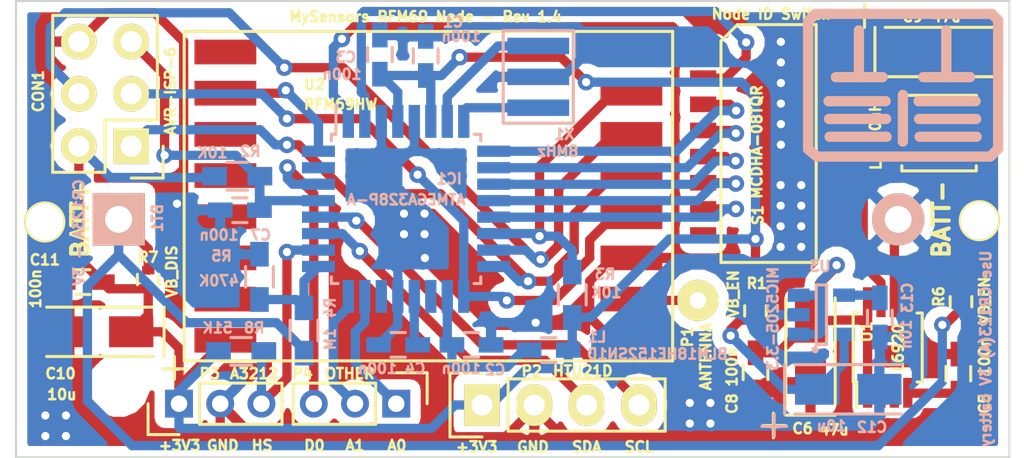
<source format=kicad_pcb>
(kicad_pcb (version 20160815) (host pcbnew no-vcs-found-undefined)

  (general
    (links 126)
    (no_connects 0)
    (area 91.888072 75.1552 153.094929 102.3955)
    (thickness 1.6)
    (drawings 19)
    (tracks 401)
    (zones 0)
    (modules 64)
    (nets 48)
  )

  (page A4)
  (layers
    (0 F.Cu signal)
    (31 B.Cu signal)
    (32 B.Adhes user hide)
    (33 F.Adhes user hide)
    (34 B.Paste user)
    (35 F.Paste user)
    (36 B.SilkS user)
    (37 F.SilkS user)
    (38 B.Mask user)
    (39 F.Mask user)
    (40 Dwgs.User user)
    (41 Cmts.User user hide)
    (42 Eco1.User user hide)
    (43 Eco2.User user hide)
    (44 Edge.Cuts user)
    (45 Margin user hide)
    (46 B.CrtYd user hide)
    (47 F.CrtYd user hide)
    (48 B.Fab user hide)
    (49 F.Fab user hide)
  )

  (setup
    (last_trace_width 0.45)
    (trace_clearance 0.3)
    (zone_clearance 0.5)
    (zone_45_only yes)
    (trace_min 0.2)
    (segment_width 0.2)
    (edge_width 0.1)
    (via_size 0.8)
    (via_drill 0.4)
    (via_min_size 0.4)
    (via_min_drill 0.3)
    (uvia_size 0.3)
    (uvia_drill 0.1)
    (uvias_allowed no)
    (uvia_min_size 0.2)
    (uvia_min_drill 0.1)
    (pcb_text_width 0.3)
    (pcb_text_size 1.5 1.5)
    (mod_edge_width 0.15)
    (mod_text_size 0.35 0.35)
    (mod_text_width 0.0875)
    (pad_size 0.8 0.8)
    (pad_drill 0.4)
    (pad_to_mask_clearance 0)
    (aux_axis_origin 0 0)
    (visible_elements FFFFFF7F)
    (pcbplotparams
      (layerselection 0x010fc_ffffffff)
      (usegerberextensions true)
      (excludeedgelayer true)
      (linewidth 0.100000)
      (plotframeref false)
      (viasonmask false)
      (mode 1)
      (useauxorigin false)
      (hpglpennumber 1)
      (hpglpenspeed 20)
      (hpglpendiameter 15)
      (psnegative false)
      (psa4output false)
      (plotreference true)
      (plotvalue true)
      (plotinvisibletext false)
      (padsonsilk false)
      (subtractmaskfromsilk true)
      (outputformat 1)
      (mirror false)
      (drillshape 0)
      (scaleselection 1)
      (outputdirectory gerber/))
  )

  (net 0 "")
  (net 1 "Net-(BT1-Pad1)")
  (net 2 GND)
  (net 3 +3V3)
  (net 4 "Net-(C2-Pad2)")
  (net 5 "Net-(C4-Pad2)")
  (net 6 "Net-(C5-Pad1)")
  (net 7 "Net-(C6-Pad2)")
  (net 8 /RESET)
  (net 9 /V_BOOST_IN)
  (net 10 /MISO)
  (net 11 /SCK)
  (net 12 /MOSI)
  (net 13 /C0)
  (net 14 /C1)
  (net 15 "Net-(IC1-Pad7)")
  (net 16 "Net-(IC1-Pad8)")
  (net 17 /C2)
  (net 18 /C3)
  (net 19 /C4)
  (net 20 /C5)
  (net 21 /C6)
  (net 22 /SS)
  (net 23 "Net-(IC1-Pad19)")
  (net 24 "Net-(IC1-Pad22)")
  (net 25 /V_BATT)
  (net 26 "Net-(IC1-Pad31)")
  (net 27 /INT)
  (net 28 "Net-(L2-Pad1)")
  (net 29 "Net-(P1-Pad1)")
  (net 30 "Net-(S1-Pad8)")
  (net 31 "Net-(U1-Pad2)")
  (net 32 "Net-(U1-Pad3)")
  (net 33 "Net-(U2-Pad1)")
  (net 34 "Net-(U2-Pad3)")
  (net 35 "Net-(U2-Pad4)")
  (net 36 "Net-(U2-Pad5)")
  (net 37 "Net-(U2-Pad6)")
  (net 38 "Net-(U2-Pad7)")
  (net 39 "Net-(U2-Pad16)")
  (net 40 /SDA)
  (net 41 /SCL)
  (net 42 "Net-(C12-Pad1)")
  (net 43 "Net-(C13-Pad1)")
  (net 44 /HALL_SENSOR)
  (net 45 /A0)
  (net 46 /A1)
  (net 47 /D0)

  (net_class Default "This is the default net class."
    (clearance 0.3)
    (trace_width 0.45)
    (via_dia 0.8)
    (via_drill 0.4)
    (uvia_dia 0.3)
    (uvia_drill 0.1)
    (diff_pair_gap 0.25)
    (diff_pair_width 0.2)
    (add_net +3V3)
    (add_net /A0)
    (add_net /A1)
    (add_net /C0)
    (add_net /C1)
    (add_net /C2)
    (add_net /C3)
    (add_net /C4)
    (add_net /C5)
    (add_net /C6)
    (add_net /D0)
    (add_net /HALL_SENSOR)
    (add_net /INT)
    (add_net /MISO)
    (add_net /MOSI)
    (add_net /RESET)
    (add_net /SCK)
    (add_net /SCL)
    (add_net /SDA)
    (add_net /SS)
    (add_net /V_BATT)
    (add_net /V_BOOST_IN)
    (add_net GND)
    (add_net "Net-(BT1-Pad1)")
    (add_net "Net-(C12-Pad1)")
    (add_net "Net-(C13-Pad1)")
    (add_net "Net-(C2-Pad2)")
    (add_net "Net-(C4-Pad2)")
    (add_net "Net-(C5-Pad1)")
    (add_net "Net-(C6-Pad2)")
    (add_net "Net-(IC1-Pad19)")
    (add_net "Net-(IC1-Pad22)")
    (add_net "Net-(IC1-Pad31)")
    (add_net "Net-(IC1-Pad7)")
    (add_net "Net-(IC1-Pad8)")
    (add_net "Net-(L2-Pad1)")
    (add_net "Net-(P1-Pad1)")
    (add_net "Net-(S1-Pad8)")
    (add_net "Net-(U1-Pad2)")
    (add_net "Net-(U1-Pad3)")
    (add_net "Net-(U2-Pad1)")
    (add_net "Net-(U2-Pad16)")
    (add_net "Net-(U2-Pad3)")
    (add_net "Net-(U2-Pad4)")
    (add_net "Net-(U2-Pad5)")
    (add_net "Net-(U2-Pad6)")
    (add_net "Net-(U2-Pad7)")
  )

  (module myfootprints:DLJ-3015 (layer F.Cu) (tedit 580DAC1C) (tstamp 57D7E063)
    (at 143.1925 83.693)
    (path /57D8357D)
    (fp_text reference L2 (at -3.048 1.3462 90) (layer F.SilkS)
      (effects (font (size 0.5 0.5) (thickness 0.125)))
    )
    (fp_text value 10uH (at -3.0734 -0.5842 90) (layer F.SilkS)
      (effects (font (size 0.5 0.5) (thickness 0.125)))
    )
    (fp_line (start -1.7907 -1.83388) (end -1.7907 -1.587448) (layer F.SilkS) (width 0.15))
    (fp_line (start -1.7907 1.83642) (end 1.81864 1.83642) (layer F.SilkS) (width 0.15))
    (fp_line (start 1.82118 -1.589988) (end 1.82118 -1.83388) (layer F.SilkS) (width 0.15))
    (fp_line (start 1.821184 -1.83388) (end -1.7907 -1.83388) (layer F.SilkS) (width 0.15))
    (fp_line (start 1.82118 1.833754) (end 1.82118 1.589921) (layer F.SilkS) (width 0.15))
    (fp_line (start -1.7907 1.836294) (end -1.7907 1.587034) (layer F.SilkS) (width 0.15))
    (pad 1 smd rect (at -1.3 0) (size 2 3) (layers F.Cu F.Paste F.Mask)
      (net 28 "Net-(L2-Pad1)"))
    (pad 2 smd rect (at 1.3 0) (size 2 3) (layers F.Cu F.Paste F.Mask)
      (net 9 /V_BOOST_IN))
    (model ${KISYS3DMOD}/Inductors.3dshapes/SDR0302.stp
      (at (xyz 0 0 0))
      (scale (xyz 1 1 1))
      (rotate (xyz 0 0 0))
    )
  )

  (module myfootprints:ZTTCR-3 (layer B.Cu) (tedit 5809CF68) (tstamp 57D7E12C)
    (at 123.7615 80.9625 90)
    (path /575E762B)
    (attr smd)
    (fp_text reference X1 (at -2.794 1.27 180) (layer B.SilkS)
      (effects (font (size 0.5 0.5) (thickness 0.125)) (justify mirror))
    )
    (fp_text value 8MHz (at -3.6195 0.9525 180) (layer B.SilkS)
      (effects (font (size 0.5 0.5) (thickness 0.125)) (justify mirror))
    )
    (fp_line (start -2.4 -1.85) (end -2.4 1.85) (layer B.CrtYd) (width 0.05))
    (fp_line (start 2.4 -1.85) (end -2.4 -1.85) (layer B.CrtYd) (width 0.05))
    (fp_line (start 2.4 1.85) (end 2.4 -1.85) (layer B.CrtYd) (width 0.05))
    (fp_line (start -2.4 1.85) (end 2.4 1.85) (layer B.CrtYd) (width 0.05))
    (fp_line (start 2.25 -1.7) (end -2.2479 -1.7) (layer B.SilkS) (width 0.15))
    (fp_line (start 2.25 1.7) (end 2.25 -1.7) (layer B.SilkS) (width 0.15))
    (fp_line (start -2.25 1.7) (end 2.25 1.7) (layer B.SilkS) (width 0.15))
    (fp_line (start -2.25 -1.699285) (end -2.25 1.7) (layer B.SilkS) (width 0.15))
    (pad 2 smd rect (at 1.5 0 90) (size 0.8 3) (layers B.Cu B.Paste B.Mask)
      (net 15 "Net-(IC1-Pad7)"))
    (pad 3 smd rect (at 0 0 90) (size 0.8 3) (layers B.Cu B.Paste B.Mask)
      (net 2 GND))
    (pad 1 smd rect (at -1.5 0 90) (size 0.8 3) (layers B.Cu B.Paste B.Mask)
      (net 16 "Net-(IC1-Pad8)"))
    (model ${KISYS3DMOD}/Oscillators.3dshapes/zttcr_MG_ceramic_resonator.stp
      (at (xyz 0 0 0))
      (scale (xyz 1 1 1))
      (rotate (xyz 0 0 0))
    )
  )

  (module myfootprints:1pin (layer F.Cu) (tedit 5809CED3) (tstamp 57E4F681)
    (at 135.5344 84.2607)
    (descr "module 1 pin (ou trou mecanique de percage)")
    (tags DEV)
    (fp_text reference REF** (at 0 -3.048) (layer F.SilkS) hide
      (effects (font (size 1 1) (thickness 0.15)))
    )
    (fp_text value 1pin (at 0 2.794) (layer F.Fab) hide
      (effects (font (size 1 1) (thickness 0.15)))
    )
    (pad "" thru_hole circle (at 0 0) (size 0.8 0.8) (drill 0.4) (layers *.Cu)
      (net 2 GND) (zone_connect 2))
  )

  (module myfootprints:1pin (layer F.Cu) (tedit 5809CED3) (tstamp 57E4F67D)
    (at 135.5344 83.2607)
    (descr "module 1 pin (ou trou mecanique de percage)")
    (tags DEV)
    (fp_text reference REF** (at 0 -3.048) (layer F.SilkS) hide
      (effects (font (size 1 1) (thickness 0.15)))
    )
    (fp_text value 1pin (at 0 2.794) (layer F.Fab) hide
      (effects (font (size 1 1) (thickness 0.15)))
    )
    (pad "" thru_hole circle (at 0 0) (size 0.8 0.8) (drill 0.4) (layers *.Cu)
      (net 2 GND) (zone_connect 2))
  )

  (module myfootprints:1pin (layer F.Cu) (tedit 5809CED3) (tstamp 57E4F679)
    (at 135.5344 82.2607)
    (descr "module 1 pin (ou trou mecanique de percage)")
    (tags DEV)
    (fp_text reference REF** (at 0 -3.048) (layer F.SilkS) hide
      (effects (font (size 1 1) (thickness 0.15)))
    )
    (fp_text value 1pin (at 0 2.794) (layer F.Fab) hide
      (effects (font (size 1 1) (thickness 0.15)))
    )
    (pad "" thru_hole circle (at 0 0) (size 0.8 0.8) (drill 0.4) (layers *.Cu)
      (net 2 GND) (zone_connect 2))
  )

  (module myfootprints:1pin (layer F.Cu) (tedit 5809CED3) (tstamp 57E4F675)
    (at 135.5344 81.2607)
    (descr "module 1 pin (ou trou mecanique de percage)")
    (tags DEV)
    (fp_text reference REF** (at 0 -3.048) (layer F.SilkS) hide
      (effects (font (size 1 1) (thickness 0.15)))
    )
    (fp_text value 1pin (at 0 2.794) (layer F.Fab) hide
      (effects (font (size 1 1) (thickness 0.15)))
    )
    (pad "" thru_hole circle (at 0 0) (size 0.8 0.8) (drill 0.4) (layers *.Cu)
      (net 2 GND) (zone_connect 2))
  )

  (module myfootprints:1pin (layer F.Cu) (tedit 5809CED3) (tstamp 57E4F671)
    (at 135.5344 80.2607)
    (descr "module 1 pin (ou trou mecanique de percage)")
    (tags DEV)
    (fp_text reference REF** (at 0 -3.048) (layer F.SilkS) hide
      (effects (font (size 1 1) (thickness 0.15)))
    )
    (fp_text value 1pin (at 0 2.794) (layer F.Fab) hide
      (effects (font (size 1 1) (thickness 0.15)))
    )
    (pad "" thru_hole circle (at 0 0) (size 0.8 0.8) (drill 0.4) (layers *.Cu)
      (net 2 GND) (zone_connect 2))
  )

  (module myfootprints:1pin (layer F.Cu) (tedit 5809CED3) (tstamp 57E4F66B)
    (at 135.5344 79.2607)
    (descr "module 1 pin (ou trou mecanique de percage)")
    (tags DEV)
    (fp_text reference REF** (at 0 -3.048) (layer F.SilkS) hide
      (effects (font (size 1 1) (thickness 0.15)))
    )
    (fp_text value 1pin (at 0 2.794) (layer F.Fab) hide
      (effects (font (size 1 1) (thickness 0.15)))
    )
    (pad "" thru_hole circle (at 0 0) (size 0.8 0.8) (drill 0.4) (layers *.Cu)
      (net 2 GND) (zone_connect 2))
  )

  (module myfootprints:1pin (layer F.Cu) (tedit 5809CED3) (tstamp 57E4F4B1)
    (at 118.2464 88.6046)
    (descr "module 1 pin (ou trou mecanique de percage)")
    (tags DEV)
    (fp_text reference REF** (at 0 -3.048) (layer F.SilkS) hide
      (effects (font (size 1 1) (thickness 0.15)))
    )
    (fp_text value 1pin (at 0 2.794) (layer F.Fab) hide
      (effects (font (size 1 1) (thickness 0.15)))
    )
    (pad "" thru_hole circle (at 0 0) (size 0.8 0.8) (drill 0.4) (layers *.Cu)
      (net 2 GND) (zone_connect 2))
  )

  (module myfootprints:1pin (layer F.Cu) (tedit 5809CED3) (tstamp 57E4F4AD)
    (at 117.2464 88.6046)
    (descr "module 1 pin (ou trou mecanique de percage)")
    (tags DEV)
    (fp_text reference REF** (at 0 -3.048) (layer F.SilkS) hide
      (effects (font (size 1 1) (thickness 0.15)))
    )
    (fp_text value 1pin (at 0 2.794) (layer F.Fab) hide
      (effects (font (size 1 1) (thickness 0.15)))
    )
    (pad "" thru_hole circle (at 0 0) (size 0.8 0.8) (drill 0.4) (layers *.Cu)
      (net 2 GND) (zone_connect 2))
  )

  (module myfootprints:1pin (layer F.Cu) (tedit 5809CED3) (tstamp 57E4F4A9)
    (at 118.2464 87.6046)
    (descr "module 1 pin (ou trou mecanique de percage)")
    (tags DEV)
    (fp_text reference REF** (at 0 -3.048) (layer F.SilkS) hide
      (effects (font (size 1 1) (thickness 0.15)))
    )
    (fp_text value 1pin (at 0 2.794) (layer F.Fab) hide
      (effects (font (size 1 1) (thickness 0.15)))
    )
    (pad "" thru_hole circle (at 0 0) (size 0.8 0.8) (drill 0.4) (layers *.Cu)
      (net 2 GND) (zone_connect 2))
  )

  (module myfootprints:1pin (layer F.Cu) (tedit 5809CED3) (tstamp 57E4F4A5)
    (at 117.2464 87.6046)
    (descr "module 1 pin (ou trou mecanique de percage)")
    (tags DEV)
    (fp_text reference REF** (at 0 -3.048) (layer F.SilkS) hide
      (effects (font (size 1 1) (thickness 0.15)))
    )
    (fp_text value 1pin (at 0 2.794) (layer F.Fab) hide
      (effects (font (size 1 1) (thickness 0.15)))
    )
    (pad "" thru_hole circle (at 0 0) (size 0.8 0.8) (drill 0.4) (layers *.Cu)
      (net 2 GND) (zone_connect 2))
  )

  (module myfootprints:1pin (layer F.Cu) (tedit 5809CED3) (tstamp 57E4F379)
    (at 100.8474 98.409)
    (descr "module 1 pin (ou trou mecanique de percage)")
    (tags DEV)
    (fp_text reference REF** (at 0 -3.048) (layer F.SilkS) hide
      (effects (font (size 1 1) (thickness 0.15)))
    )
    (fp_text value 1pin (at 0 2.794) (layer F.Fab) hide
      (effects (font (size 1 1) (thickness 0.15)))
    )
    (pad "" thru_hole circle (at 0 0) (size 0.8 0.8) (drill 0.4) (layers *.Cu)
      (net 2 GND) (zone_connect 2))
  )

  (module myfootprints:1pin (layer F.Cu) (tedit 5809CED3) (tstamp 57E4F375)
    (at 99.8474 98.409)
    (descr "module 1 pin (ou trou mecanique de percage)")
    (tags DEV)
    (fp_text reference REF** (at 0 -3.048) (layer F.SilkS) hide
      (effects (font (size 1 1) (thickness 0.15)))
    )
    (fp_text value 1pin (at 0 2.794) (layer F.Fab) hide
      (effects (font (size 1 1) (thickness 0.15)))
    )
    (pad "" thru_hole circle (at 0 0) (size 0.8 0.8) (drill 0.4) (layers *.Cu)
      (net 2 GND) (zone_connect 2))
  )

  (module myfootprints:1pin (layer F.Cu) (tedit 5809CED3) (tstamp 57E4F371)
    (at 100.8474 97.409)
    (descr "module 1 pin (ou trou mecanique de percage)")
    (tags DEV)
    (fp_text reference REF** (at 0 -3.048) (layer F.SilkS) hide
      (effects (font (size 1 1) (thickness 0.15)))
    )
    (fp_text value 1pin (at 0 2.794) (layer F.Fab) hide
      (effects (font (size 1 1) (thickness 0.15)))
    )
    (pad "" thru_hole circle (at 0 0) (size 0.8 0.8) (drill 0.4) (layers *.Cu)
      (net 2 GND) (zone_connect 2))
  )

  (module myfootprints:1pin (layer F.Cu) (tedit 5809CED3) (tstamp 57E4F36D)
    (at 99.8474 97.409)
    (descr "module 1 pin (ou trou mecanique de percage)")
    (tags DEV)
    (fp_text reference REF** (at 0 -3.048) (layer F.SilkS) hide
      (effects (font (size 1 1) (thickness 0.15)))
    )
    (fp_text value 1pin (at 0 2.794) (layer F.Fab) hide
      (effects (font (size 1 1) (thickness 0.15)))
    )
    (pad "" thru_hole circle (at 0 0) (size 0.8 0.8) (drill 0.4) (layers *.Cu)
      (net 2 GND) (zone_connect 2))
  )

  (module myfootprints:1pin (layer F.Cu) (tedit 5809CED3) (tstamp 57E4F345)
    (at 132.1148 97.7994)
    (descr "module 1 pin (ou trou mecanique de percage)")
    (tags DEV)
    (fp_text reference REF** (at 0 -3.048) (layer F.SilkS) hide
      (effects (font (size 1 1) (thickness 0.15)))
    )
    (fp_text value 1pin (at 0 2.794) (layer F.Fab) hide
      (effects (font (size 1 1) (thickness 0.15)))
    )
    (pad "" thru_hole circle (at 0 0) (size 0.8 0.8) (drill 0.4) (layers *.Cu)
      (net 2 GND) (zone_connect 2))
  )

  (module myfootprints:1pin (layer F.Cu) (tedit 5809CED3) (tstamp 57E4F341)
    (at 131.1148 97.7994)
    (descr "module 1 pin (ou trou mecanique de percage)")
    (tags DEV)
    (fp_text reference REF** (at 0 -3.048) (layer F.SilkS) hide
      (effects (font (size 1 1) (thickness 0.15)))
    )
    (fp_text value 1pin (at 0 2.794) (layer F.Fab) hide
      (effects (font (size 1 1) (thickness 0.15)))
    )
    (pad "" thru_hole circle (at 0 0) (size 0.8 0.8) (drill 0.4) (layers *.Cu)
      (net 2 GND) (zone_connect 2))
  )

  (module myfootprints:1pin (layer F.Cu) (tedit 5809CED3) (tstamp 57E4F33D)
    (at 132.1148 96.7994)
    (descr "module 1 pin (ou trou mecanique de percage)")
    (tags DEV)
    (fp_text reference REF** (at 0 -3.048) (layer F.SilkS) hide
      (effects (font (size 1 1) (thickness 0.15)))
    )
    (fp_text value 1pin (at 0 2.794) (layer F.Fab) hide
      (effects (font (size 1 1) (thickness 0.15)))
    )
    (pad "" thru_hole circle (at 0 0) (size 0.8 0.8) (drill 0.4) (layers *.Cu)
      (net 2 GND) (zone_connect 2))
  )

  (module myfootprints:1pin (layer F.Cu) (tedit 5809CED3) (tstamp 57E4F339)
    (at 131.1148 96.7994)
    (descr "module 1 pin (ou trou mecanique de percage)")
    (tags DEV)
    (fp_text reference REF** (at 0 -3.048) (layer F.SilkS) hide
      (effects (font (size 1 1) (thickness 0.15)))
    )
    (fp_text value 1pin (at 0 2.794) (layer F.Fab) hide
      (effects (font (size 1 1) (thickness 0.15)))
    )
    (pad "" thru_hole circle (at 0 0) (size 0.8 0.8) (drill 0.4) (layers *.Cu)
      (net 2 GND) (zone_connect 2))
  )

  (module myfootprints:1pin (layer F.Cu) (tedit 5809CED3) (tstamp 57E4F19D)
    (at 136.5217 89.2203)
    (descr "module 1 pin (ou trou mecanique de percage)")
    (tags DEV)
    (fp_text reference REF** (at 0 -3.048) (layer F.SilkS) hide
      (effects (font (size 1 1) (thickness 0.15)))
    )
    (fp_text value 1pin (at 0 2.794) (layer F.Fab) hide
      (effects (font (size 1 1) (thickness 0.15)))
    )
    (pad "" thru_hole circle (at 0 0) (size 0.8 0.8) (drill 0.4) (layers *.Cu)
      (net 2 GND) (zone_connect 2))
  )

  (module myfootprints:1pin (layer F.Cu) (tedit 5809CED3) (tstamp 57E4F199)
    (at 135.5217 89.2203)
    (descr "module 1 pin (ou trou mecanique de percage)")
    (tags DEV)
    (fp_text reference REF** (at 0 -3.048) (layer F.SilkS) hide
      (effects (font (size 1 1) (thickness 0.15)))
    )
    (fp_text value 1pin (at 0 2.794) (layer F.Fab) hide
      (effects (font (size 1 1) (thickness 0.15)))
    )
    (pad "" thru_hole circle (at 0 0) (size 0.8 0.8) (drill 0.4) (layers *.Cu)
      (net 2 GND) (zone_connect 2))
  )

  (module myfootprints:1pin (layer F.Cu) (tedit 5809CED3) (tstamp 57E4F195)
    (at 136.5217 88.2203)
    (descr "module 1 pin (ou trou mecanique de percage)")
    (tags DEV)
    (fp_text reference REF** (at 0 -3.048) (layer F.SilkS) hide
      (effects (font (size 1 1) (thickness 0.15)))
    )
    (fp_text value 1pin (at 0 2.794) (layer F.Fab) hide
      (effects (font (size 1 1) (thickness 0.15)))
    )
    (pad "" thru_hole circle (at 0 0) (size 0.8 0.8) (drill 0.4) (layers *.Cu)
      (net 2 GND) (zone_connect 2))
  )

  (module myfootprints:1pin (layer F.Cu) (tedit 5809CED3) (tstamp 57E4F191)
    (at 135.5217 88.2203)
    (descr "module 1 pin (ou trou mecanique de percage)")
    (tags DEV)
    (fp_text reference REF** (at 0 -3.048) (layer F.SilkS) hide
      (effects (font (size 1 1) (thickness 0.15)))
    )
    (fp_text value 1pin (at 0 2.794) (layer F.Fab) hide
      (effects (font (size 1 1) (thickness 0.15)))
    )
    (pad "" thru_hole circle (at 0 0) (size 0.8 0.8) (drill 0.4) (layers *.Cu)
      (net 2 GND) (zone_connect 2))
  )

  (module myfootprints:1pin (layer F.Cu) (tedit 5809CED3) (tstamp 57E4F18D)
    (at 136.5217 87.2203)
    (descr "module 1 pin (ou trou mecanique de percage)")
    (tags DEV)
    (fp_text reference REF** (at 0 -3.048) (layer F.SilkS) hide
      (effects (font (size 1 1) (thickness 0.15)))
    )
    (fp_text value 1pin (at 0 2.794) (layer F.Fab) hide
      (effects (font (size 1 1) (thickness 0.15)))
    )
    (pad "" thru_hole circle (at 0 0) (size 0.8 0.8) (drill 0.4) (layers *.Cu)
      (net 2 GND) (zone_connect 2))
  )

  (module myfootprints:1pin (layer F.Cu) (tedit 5809CED3) (tstamp 57E4F189)
    (at 135.5217 87.2203)
    (descr "module 1 pin (ou trou mecanique de percage)")
    (tags DEV)
    (fp_text reference REF** (at 0 -3.048) (layer F.SilkS) hide
      (effects (font (size 1 1) (thickness 0.15)))
    )
    (fp_text value 1pin (at 0 2.794) (layer F.Fab) hide
      (effects (font (size 1 1) (thickness 0.15)))
    )
    (pad "" thru_hole circle (at 0 0) (size 0.8 0.8) (drill 0.4) (layers *.Cu)
      (net 2 GND) (zone_connect 2))
  )

  (module myfootprints:1pin (layer F.Cu) (tedit 5809CED3) (tstamp 57E4F185)
    (at 136.5217 86.2203)
    (descr "module 1 pin (ou trou mecanique de percage)")
    (tags DEV)
    (fp_text reference REF** (at 0 -3.048) (layer F.SilkS) hide
      (effects (font (size 1 1) (thickness 0.15)))
    )
    (fp_text value 1pin (at 0 2.794) (layer F.Fab) hide
      (effects (font (size 1 1) (thickness 0.15)))
    )
    (pad "" thru_hole circle (at 0 0) (size 0.8 0.8) (drill 0.4) (layers *.Cu)
      (net 2 GND) (zone_connect 2))
  )

  (module Mounting_Holes:MountingHole_2.2mm_M2_ISO14580_Pad (layer F.Cu) (tedit 5809CED3) (tstamp 57DA7E2A)
    (at 145.161 87.9475)
    (descr "Mounting Hole 2.2mm, M2, ISO14580")
    (tags "mounting hole 2.2mm m2 iso14580")
    (fp_text reference REF** (at 0 -2.9) (layer F.SilkS) hide
      (effects (font (size 0.5 0.5) (thickness 0.125)))
    )
    (fp_text value MountingHole_2.2mm_M2_ISO14580_Pad (at 0 2.9) (layer F.Fab) hide
      (effects (font (size 0.5 0.5) (thickness 0.125)))
    )
    (fp_circle (center 0 0) (end 1.9 0) (layer Cmts.User) (width 0.15))
    (fp_circle (center 0 0) (end 2.15 0) (layer F.CrtYd) (width 0.05))
    (pad "" thru_hole circle (at 0 0) (size 2 2) (drill 1.8) (layers *.Cu *.Mask F.SilkS)
      (net 2 GND) (zone_connect 2))
  )

  (module mysensors_connectors:CR123_holder (layer B.Cu) (tedit 5809CED3) (tstamp 57D7DF7C)
    (at 103.404 87.884 270)
    (descr "CR123 battery holder")
    (tags "Battery holder, CR123")
    (path /57DA7173)
    (fp_text reference BT1 (at -0.0635 -1.879 90) (layer B.SilkS)
      (effects (font (size 0.5 0.5) (thickness 0.125)) (justify mirror))
    )
    (fp_text value "CR123A - 3V" (at 0.635 1.931 270) (layer B.SilkS)
      (effects (font (size 0.5 0.5) (thickness 0.125)) (justify mirror))
    )
    (fp_line (start -9.25 2.75) (end 9.25 2.75) (layer B.CrtYd) (width 0.15))
    (fp_line (start 9.25 2.75) (end 9.25 -40.25) (layer B.CrtYd) (width 0.15))
    (fp_line (start -9.25 -40.25) (end 9.25 -40.25) (layer B.CrtYd) (width 0.15))
    (fp_line (start -9.25 2.75) (end -9.25 -40.25) (layer B.CrtYd) (width 0.15))
    (pad 1 thru_hole rect (at 0 0 270) (size 2.54 2.54) (drill 1.3) (layers *.Cu *.Mask B.SilkS)
      (net 1 "Net-(BT1-Pad1)"))
    (pad 2 thru_hole circle (at 0 -37.82 270) (size 2.54 2.54) (drill 1.3) (layers *.Cu *.Mask B.SilkS)
      (net 2 GND))
    (pad "" np_thru_hole circle (at 8.1 0 270) (size 1.98 1.98) (drill 1.98) (layers *.Cu Dwgs.User))
    (model ${KISYS3DMOD}/Battery_Holders.3dshapes/cr123_holder.stp
      (at (xyz 0 0 0.07874015748031496))
      (scale (xyz 1 1 1))
      (rotate (xyz 0 0 0))
    )
  )

  (module Resistors_SMD:R_0402 (layer F.Cu) (tedit 5809CED3) (tstamp 57D7E0C4)
    (at 104.8385 90.805 90)
    (descr "Resistor SMD 0402, reflow soldering, Vishay (see dcrcw.pdf)")
    (tags "resistor 0402")
    (path /57D89F15)
    (attr smd)
    (fp_text reference R7 (at 1.0795 0 180) (layer F.SilkS)
      (effects (font (size 0.5 0.5) (thickness 0.125)))
    )
    (fp_text value VB_DIS (at 0.381 1.143 270) (layer F.SilkS)
      (effects (font (size 0.5 0.5) (thickness 0.125)))
    )
    (fp_line (start -0.95 -0.65) (end 0.95 -0.65) (layer F.CrtYd) (width 0.05))
    (fp_line (start -0.95 0.65) (end 0.95 0.65) (layer F.CrtYd) (width 0.05))
    (fp_line (start -0.95 -0.65) (end -0.95 0.65) (layer F.CrtYd) (width 0.05))
    (fp_line (start 0.95 -0.65) (end 0.95 0.65) (layer F.CrtYd) (width 0.05))
    (fp_line (start 0.25 -0.525) (end -0.25 -0.525) (layer F.SilkS) (width 0.15))
    (fp_line (start -0.25 0.525) (end 0.25 0.525) (layer F.SilkS) (width 0.15))
    (pad 1 smd rect (at -0.45 0 90) (size 0.4 0.6) (layers F.Cu F.Paste F.Mask)
      (net 3 +3V3))
    (pad 2 smd rect (at 0.45 0 90) (size 0.4 0.6) (layers F.Cu F.Paste F.Mask)
      (net 1 "Net-(BT1-Pad1)"))
  )

  (module Capacitors_Tantalum_SMD:TantalC_SizeA_EIA-3216_Wave (layer F.Cu) (tedit 5809CED3) (tstamp 57D7DFC3)
    (at 136.9695 94.2975 90)
    (descr "Tantal Cap. , Size A, EIA-3216, Wave,")
    (tags "Tantal Cap. , Size A, EIA-3216, Wave,")
    (path /57D82090)
    (attr smd)
    (fp_text reference C6 (at -3.7465 -0.381 180) (layer F.SilkS)
      (effects (font (size 0.5 0.5) (thickness 0.125)))
    )
    (fp_text value 47u (at -3.81 1.143 180) (layer F.SilkS)
      (effects (font (size 0.5 0.5) (thickness 0.125)))
    )
    (fp_text user + (at -3.59918 -1.80086 90) (layer F.SilkS)
      (effects (font (size 0.5 0.5) (thickness 0.125)))
    )
    (fp_line (start -2.60096 1.19888) (end 2.60096 1.19888) (layer F.SilkS) (width 0.15))
    (fp_line (start 2.60096 -1.19888) (end -2.60096 -1.19888) (layer F.SilkS) (width 0.15))
    (fp_line (start -3.59918 -2.2987) (end -3.59918 -1.19888) (layer F.SilkS) (width 0.15))
    (fp_line (start -4.19862 -1.79832) (end -2.99974 -1.79832) (layer F.SilkS) (width 0.15))
    (fp_line (start -3.09626 -1.19888) (end -3.09626 1.19888) (layer F.SilkS) (width 0.15))
    (pad 2 smd rect (at 1.50114 0 90) (size 2.14884 1.50114) (layers F.Cu F.Paste F.Mask)
      (net 7 "Net-(C6-Pad2)"))
    (pad 1 smd rect (at -1.50114 0 90) (size 2.14884 1.50114) (layers F.Cu F.Paste F.Mask)
      (net 2 GND))
    (model Capacitors_Tantalum_SMD.3dshapes/Tantalum_A_3216H18.stp
      (at (xyz 0 0 0))
      (scale (xyz 1 1 1))
      (rotate (xyz 0 0 180))
    )
  )

  (module Capacitors_SMD:C_0603_HandSoldering (layer B.Cu) (tedit 5809CED3) (tstamp 57D7DF88)
    (at 118.3005 79.9465 90)
    (descr "Capacitor SMD 0603, hand soldering")
    (tags "capacitor 0603")
    (path /575E8F9B)
    (attr smd)
    (fp_text reference C1 (at 1.651 1.3335 180) (layer B.SilkS)
      (effects (font (size 0.5 0.5) (thickness 0.125)) (justify mirror))
    )
    (fp_text value 100n (at 0.9525 1.7145 180) (layer B.SilkS)
      (effects (font (size 0.5 0.5) (thickness 0.125)) (justify mirror))
    )
    (fp_line (start -1.85 0.75) (end 1.85 0.75) (layer B.CrtYd) (width 0.05))
    (fp_line (start -1.85 -0.75) (end 1.85 -0.75) (layer B.CrtYd) (width 0.05))
    (fp_line (start -1.85 0.75) (end -1.85 -0.75) (layer B.CrtYd) (width 0.05))
    (fp_line (start 1.85 0.75) (end 1.85 -0.75) (layer B.CrtYd) (width 0.05))
    (fp_line (start -0.35 0.6) (end 0.35 0.6) (layer B.SilkS) (width 0.15))
    (fp_line (start 0.35 -0.6) (end -0.35 -0.6) (layer B.SilkS) (width 0.15))
    (pad 1 smd rect (at -0.95 0 90) (size 1.2 0.75) (layers B.Cu B.Paste B.Mask)
      (net 3 +3V3))
    (pad 2 smd rect (at 0.95 0 90) (size 1.2 0.75) (layers B.Cu B.Paste B.Mask)
      (net 2 GND))
    (model Capacitors_SMD.3dshapes/c_0603_h078.stp
      (at (xyz 0 0 0))
      (scale (xyz 1 1 1))
      (rotate (xyz 0 0 0))
    )
  )

  (module Capacitors_SMD:C_0603_HandSoldering (layer B.Cu) (tedit 5809CED3) (tstamp 57D7DF94)
    (at 120.523 93.98 180)
    (descr "Capacitor SMD 0603, hand soldering")
    (tags "capacitor 0603")
    (path /575E8F25)
    (attr smd)
    (fp_text reference C2 (at -1.1455 -1.2065 180) (layer B.SilkS)
      (effects (font (size 0.5 0.5) (thickness 0.125)) (justify mirror))
    )
    (fp_text value 100n (at 0.5055 -1.143 180) (layer B.SilkS)
      (effects (font (size 0.5 0.5) (thickness 0.125)) (justify mirror))
    )
    (fp_line (start -1.85 0.75) (end 1.85 0.75) (layer B.CrtYd) (width 0.05))
    (fp_line (start -1.85 -0.75) (end 1.85 -0.75) (layer B.CrtYd) (width 0.05))
    (fp_line (start -1.85 0.75) (end -1.85 -0.75) (layer B.CrtYd) (width 0.05))
    (fp_line (start 1.85 0.75) (end 1.85 -0.75) (layer B.CrtYd) (width 0.05))
    (fp_line (start -0.35 0.6) (end 0.35 0.6) (layer B.SilkS) (width 0.15))
    (fp_line (start 0.35 -0.6) (end -0.35 -0.6) (layer B.SilkS) (width 0.15))
    (pad 1 smd rect (at -0.95 0 180) (size 1.2 0.75) (layers B.Cu B.Paste B.Mask)
      (net 2 GND))
    (pad 2 smd rect (at 0.95 0 180) (size 1.2 0.75) (layers B.Cu B.Paste B.Mask)
      (net 4 "Net-(C2-Pad2)"))
    (model Capacitors_SMD.3dshapes/c_0603_h078.stp
      (at (xyz 0 0 0))
      (scale (xyz 1 1 1))
      (rotate (xyz 0 0 0))
    )
  )

  (module Capacitors_SMD:C_0603_HandSoldering (layer B.Cu) (tedit 5809CED3) (tstamp 57D7DFA0)
    (at 116.078 79.883 270)
    (descr "Capacitor SMD 0603, hand soldering")
    (tags "capacitor 0603")
    (path /575E8FDA)
    (attr smd)
    (fp_text reference C3 (at 0.127 1.651) (layer B.SilkS)
      (effects (font (size 0.5 0.5) (thickness 0.125)) (justify mirror))
    )
    (fp_text value 100n (at 0.9525 1.8415) (layer B.SilkS)
      (effects (font (size 0.5 0.5) (thickness 0.125)) (justify mirror))
    )
    (fp_line (start -1.85 0.75) (end 1.85 0.75) (layer B.CrtYd) (width 0.05))
    (fp_line (start -1.85 -0.75) (end 1.85 -0.75) (layer B.CrtYd) (width 0.05))
    (fp_line (start -1.85 0.75) (end -1.85 -0.75) (layer B.CrtYd) (width 0.05))
    (fp_line (start 1.85 0.75) (end 1.85 -0.75) (layer B.CrtYd) (width 0.05))
    (fp_line (start -0.35 0.6) (end 0.35 0.6) (layer B.SilkS) (width 0.15))
    (fp_line (start 0.35 -0.6) (end -0.35 -0.6) (layer B.SilkS) (width 0.15))
    (pad 1 smd rect (at -0.95 0 270) (size 1.2 0.75) (layers B.Cu B.Paste B.Mask)
      (net 2 GND))
    (pad 2 smd rect (at 0.95 0 270) (size 1.2 0.75) (layers B.Cu B.Paste B.Mask)
      (net 3 +3V3))
    (model Capacitors_SMD.3dshapes/c_0603_h078.stp
      (at (xyz 0 0 0))
      (scale (xyz 1 1 1))
      (rotate (xyz 0 0 0))
    )
  )

  (module Capacitors_SMD:C_0603_HandSoldering (layer B.Cu) (tedit 5809CED3) (tstamp 57D7DFAC)
    (at 116.9645 93.98)
    (descr "Capacitor SMD 0603, hand soldering")
    (tags "capacitor 0603")
    (path /575E8444)
    (attr smd)
    (fp_text reference C4 (at 0.828 1.143) (layer B.SilkS)
      (effects (font (size 0.5 0.5) (thickness 0.125)) (justify mirror))
    )
    (fp_text value 100n (at -1.0135 1.143) (layer B.SilkS)
      (effects (font (size 0.5 0.5) (thickness 0.125)) (justify mirror))
    )
    (fp_line (start -1.85 0.75) (end 1.85 0.75) (layer B.CrtYd) (width 0.05))
    (fp_line (start -1.85 -0.75) (end 1.85 -0.75) (layer B.CrtYd) (width 0.05))
    (fp_line (start -1.85 0.75) (end -1.85 -0.75) (layer B.CrtYd) (width 0.05))
    (fp_line (start 1.85 0.75) (end 1.85 -0.75) (layer B.CrtYd) (width 0.05))
    (fp_line (start -0.35 0.6) (end 0.35 0.6) (layer B.SilkS) (width 0.15))
    (fp_line (start 0.35 -0.6) (end -0.35 -0.6) (layer B.SilkS) (width 0.15))
    (pad 1 smd rect (at -0.95 0) (size 1.2 0.75) (layers B.Cu B.Paste B.Mask)
      (net 2 GND))
    (pad 2 smd rect (at 0.95 0) (size 1.2 0.75) (layers B.Cu B.Paste B.Mask)
      (net 5 "Net-(C4-Pad2)"))
    (model Capacitors_SMD.3dshapes/c_0603_h078.stp
      (at (xyz 0 0 0))
      (scale (xyz 1 1 1))
      (rotate (xyz 0 0 0))
    )
  )

  (module Capacitors_SMD:C_0603_HandSoldering (layer F.Cu) (tedit 5809CED3) (tstamp 57D7DFB8)
    (at 144.145 95.377 90)
    (descr "Capacitor SMD 0603, hand soldering")
    (tags "capacitor 0603")
    (path /57D84CE5)
    (attr smd)
    (fp_text reference C5 (at -1.458 1.27 90) (layer F.SilkS)
      (effects (font (size 0.5 0.5) (thickness 0.125)))
    )
    (fp_text value 100n (at 0.828 1.27 90) (layer F.SilkS)
      (effects (font (size 0.5 0.5) (thickness 0.125)))
    )
    (fp_line (start -1.85 -0.75) (end 1.85 -0.75) (layer F.CrtYd) (width 0.05))
    (fp_line (start -1.85 0.75) (end 1.85 0.75) (layer F.CrtYd) (width 0.05))
    (fp_line (start -1.85 -0.75) (end -1.85 0.75) (layer F.CrtYd) (width 0.05))
    (fp_line (start 1.85 -0.75) (end 1.85 0.75) (layer F.CrtYd) (width 0.05))
    (fp_line (start -0.35 -0.6) (end 0.35 -0.6) (layer F.SilkS) (width 0.15))
    (fp_line (start 0.35 0.6) (end -0.35 0.6) (layer F.SilkS) (width 0.15))
    (pad 1 smd rect (at -0.95 0 90) (size 1.2 0.75) (layers F.Cu F.Paste F.Mask)
      (net 6 "Net-(C5-Pad1)"))
    (pad 2 smd rect (at 0.95 0 90) (size 1.2 0.75) (layers F.Cu F.Paste F.Mask)
      (net 2 GND))
    (model Capacitors_SMD.3dshapes/c_0603_h078.stp
      (at (xyz 0 0 0))
      (scale (xyz 1 1 1))
      (rotate (xyz 0 0 0))
    )
  )

  (module Capacitors_SMD:C_0603_HandSoldering (layer B.Cu) (tedit 5809CED3) (tstamp 57D7DFCF)
    (at 109.2835 87.4395)
    (descr "Capacitor SMD 0603, hand soldering")
    (tags "capacitor 0603")
    (path /575EA846)
    (attr smd)
    (fp_text reference C7 (at 1.016 1.2065) (layer B.SilkS)
      (effects (font (size 0.5 0.5) (thickness 0.125)) (justify mirror))
    )
    (fp_text value 100n (at -1.016 1.2065) (layer B.SilkS)
      (effects (font (size 0.5 0.5) (thickness 0.125)) (justify mirror))
    )
    (fp_line (start -1.85 0.75) (end 1.85 0.75) (layer B.CrtYd) (width 0.05))
    (fp_line (start -1.85 -0.75) (end 1.85 -0.75) (layer B.CrtYd) (width 0.05))
    (fp_line (start -1.85 0.75) (end -1.85 -0.75) (layer B.CrtYd) (width 0.05))
    (fp_line (start 1.85 0.75) (end 1.85 -0.75) (layer B.CrtYd) (width 0.05))
    (fp_line (start -0.35 0.6) (end 0.35 0.6) (layer B.SilkS) (width 0.15))
    (fp_line (start 0.35 -0.6) (end -0.35 -0.6) (layer B.SilkS) (width 0.15))
    (pad 1 smd rect (at -0.95 0) (size 1.2 0.75) (layers B.Cu B.Paste B.Mask)
      (net 2 GND))
    (pad 2 smd rect (at 0.95 0) (size 1.2 0.75) (layers B.Cu B.Paste B.Mask)
      (net 8 /RESET))
    (model Capacitors_SMD.3dshapes/c_0603_h078.stp
      (at (xyz 0 0 0))
      (scale (xyz 1 1 1))
      (rotate (xyz 0 0 0))
    )
  )

  (module Capacitors_SMD:C_0603_HandSoldering (layer F.Cu) (tedit 5809CED3) (tstamp 57D7DFDB)
    (at 134.3025 95.316 270)
    (descr "Capacitor SMD 0603, hand soldering")
    (tags "capacitor 0603")
    (path /57D82914)
    (attr smd)
    (fp_text reference C8 (at 1.5215 1.143 90) (layer F.SilkS)
      (effects (font (size 0.5 0.5) (thickness 0.125)))
    )
    (fp_text value 100n (at -0.2565 1.143 270) (layer F.SilkS)
      (effects (font (size 0.5 0.5) (thickness 0.125)))
    )
    (fp_line (start -1.85 -0.75) (end 1.85 -0.75) (layer F.CrtYd) (width 0.05))
    (fp_line (start -1.85 0.75) (end 1.85 0.75) (layer F.CrtYd) (width 0.05))
    (fp_line (start -1.85 -0.75) (end -1.85 0.75) (layer F.CrtYd) (width 0.05))
    (fp_line (start 1.85 -0.75) (end 1.85 0.75) (layer F.CrtYd) (width 0.05))
    (fp_line (start -0.35 -0.6) (end 0.35 -0.6) (layer F.SilkS) (width 0.15))
    (fp_line (start 0.35 0.6) (end -0.35 0.6) (layer F.SilkS) (width 0.15))
    (pad 1 smd rect (at -0.95 0 270) (size 1.2 0.75) (layers F.Cu F.Paste F.Mask)
      (net 7 "Net-(C6-Pad2)"))
    (pad 2 smd rect (at 0.95 0 270) (size 1.2 0.75) (layers F.Cu F.Paste F.Mask)
      (net 2 GND))
    (model Capacitors_SMD.3dshapes/c_0603_h078.stp
      (at (xyz 0 0 0))
      (scale (xyz 1 1 1))
      (rotate (xyz 0 0 0))
    )
  )

  (module Capacitors_SMD:C_0603_HandSoldering (layer F.Cu) (tedit 5809CED3) (tstamp 57D7DFFD)
    (at 101.6635 90.932 180)
    (descr "Capacitor SMD 0603, hand soldering")
    (tags "capacitor 0603")
    (path /57D80C84)
    (attr smd)
    (fp_text reference C11 (at 1.8415 1.0795 180) (layer F.SilkS)
      (effects (font (size 0.5 0.5) (thickness 0.125)))
    )
    (fp_text value 100n (at 2.286 -0.3175 90) (layer F.SilkS)
      (effects (font (size 0.5 0.5) (thickness 0.125)))
    )
    (fp_line (start -1.85 -0.75) (end 1.85 -0.75) (layer F.CrtYd) (width 0.05))
    (fp_line (start -1.85 0.75) (end 1.85 0.75) (layer F.CrtYd) (width 0.05))
    (fp_line (start -1.85 -0.75) (end -1.85 0.75) (layer F.CrtYd) (width 0.05))
    (fp_line (start 1.85 -0.75) (end 1.85 0.75) (layer F.CrtYd) (width 0.05))
    (fp_line (start -0.35 -0.6) (end 0.35 -0.6) (layer F.SilkS) (width 0.15))
    (fp_line (start 0.35 0.6) (end -0.35 0.6) (layer F.SilkS) (width 0.15))
    (pad 1 smd rect (at -0.95 0 180) (size 1.2 0.75) (layers F.Cu F.Paste F.Mask)
      (net 3 +3V3))
    (pad 2 smd rect (at 0.95 0 180) (size 1.2 0.75) (layers F.Cu F.Paste F.Mask)
      (net 2 GND))
    (model Capacitors_SMD.3dshapes/c_0603_h078.stp
      (at (xyz 0 0 0))
      (scale (xyz 1 1 1))
      (rotate (xyz 0 0 0))
    )
  )

  (module Housings_QFP:TQFP-32_7x7mm_Pitch0.8mm (layer B.Cu) (tedit 5809CED3) (tstamp 57D7E04B)
    (at 117.348 87.376 270)
    (descr "32-Lead Plastic Thin Quad Flatpack (PT) - 7x7x1.0 mm Body, 2.00 mm [TQFP] (see Microchip Packaging Specification 00000049BS.pdf)")
    (tags "QFP 0.8")
    (path /575E6E29)
    (attr smd)
    (fp_text reference IC1 (at 0 -1.27 270) (layer B.SilkS) hide
      (effects (font (size 0.5 0.5) (thickness 0.125)) (justify mirror))
    )
    (fp_text value ATMEGA328P-A (at -0.4445 0) (layer B.SilkS)
      (effects (font (size 0.5 0.5) (thickness 0.125)) (justify mirror))
    )
    (fp_text user %R (at -1.4605 -2.0955) (layer B.SilkS)
      (effects (font (size 0.5 0.5) (thickness 0.125)) (justify mirror))
    )
    (fp_line (start -2.5 3.5) (end 3.5 3.5) (layer B.Fab) (width 0.15))
    (fp_line (start 3.5 3.5) (end 3.5 -3.5) (layer B.Fab) (width 0.15))
    (fp_line (start 3.5 -3.5) (end -3.5 -3.5) (layer B.Fab) (width 0.15))
    (fp_line (start -3.5 -3.5) (end -3.5 2.5) (layer B.Fab) (width 0.15))
    (fp_line (start -3.5 2.5) (end -2.5 3.5) (layer B.Fab) (width 0.15))
    (fp_line (start -5.3 5.3) (end -5.3 -5.3) (layer B.CrtYd) (width 0.05))
    (fp_line (start 5.3 5.3) (end 5.3 -5.3) (layer B.CrtYd) (width 0.05))
    (fp_line (start -5.3 5.3) (end 5.3 5.3) (layer B.CrtYd) (width 0.05))
    (fp_line (start -5.3 -5.3) (end 5.3 -5.3) (layer B.CrtYd) (width 0.05))
    (fp_line (start -3.625 3.625) (end -3.625 3.4) (layer B.SilkS) (width 0.15))
    (fp_line (start 3.625 3.625) (end 3.625 3.3) (layer B.SilkS) (width 0.15))
    (fp_line (start 3.625 -3.625) (end 3.625 -3.3) (layer B.SilkS) (width 0.15))
    (fp_line (start -3.625 -3.625) (end -3.625 -3.3) (layer B.SilkS) (width 0.15))
    (fp_line (start -3.625 3.625) (end -3.3 3.625) (layer B.SilkS) (width 0.15))
    (fp_line (start -3.625 -3.625) (end -3.3 -3.625) (layer B.SilkS) (width 0.15))
    (fp_line (start 3.625 -3.625) (end 3.3 -3.625) (layer B.SilkS) (width 0.15))
    (fp_line (start 3.625 3.625) (end 3.3 3.625) (layer B.SilkS) (width 0.15))
    (fp_line (start -3.625 3.4) (end -5.05 3.4) (layer B.SilkS) (width 0.15))
    (pad 1 smd rect (at -4.25 2.8 270) (size 1.6 0.55) (layers B.Cu B.Paste B.Mask)
      (net 13 /C0))
    (pad 2 smd rect (at -4.25 2 270) (size 1.6 0.55) (layers B.Cu B.Paste B.Mask)
      (net 14 /C1))
    (pad 3 smd rect (at -4.25 1.2 270) (size 1.6 0.55) (layers B.Cu B.Paste B.Mask)
      (net 2 GND))
    (pad 4 smd rect (at -4.25 0.4 270) (size 1.6 0.55) (layers B.Cu B.Paste B.Mask)
      (net 3 +3V3))
    (pad 5 smd rect (at -4.25 -0.4 270) (size 1.6 0.55) (layers B.Cu B.Paste B.Mask)
      (net 2 GND))
    (pad 6 smd rect (at -4.25 -1.2 270) (size 1.6 0.55) (layers B.Cu B.Paste B.Mask)
      (net 3 +3V3))
    (pad 7 smd rect (at -4.25 -2 270) (size 1.6 0.55) (layers B.Cu B.Paste B.Mask)
      (net 15 "Net-(IC1-Pad7)"))
    (pad 8 smd rect (at -4.25 -2.8 270) (size 1.6 0.55) (layers B.Cu B.Paste B.Mask)
      (net 16 "Net-(IC1-Pad8)"))
    (pad 9 smd rect (at -2.8 -4.25 180) (size 1.6 0.55) (layers B.Cu B.Paste B.Mask)
      (net 17 /C2))
    (pad 10 smd rect (at -2 -4.25 180) (size 1.6 0.55) (layers B.Cu B.Paste B.Mask)
      (net 18 /C3))
    (pad 11 smd rect (at -1.2 -4.25 180) (size 1.6 0.55) (layers B.Cu B.Paste B.Mask)
      (net 19 /C4))
    (pad 12 smd rect (at -0.4 -4.25 180) (size 1.6 0.55) (layers B.Cu B.Paste B.Mask)
      (net 20 /C5))
    (pad 13 smd rect (at 0.4 -4.25 180) (size 1.6 0.55) (layers B.Cu B.Paste B.Mask)
      (net 21 /C6))
    (pad 14 smd rect (at 1.2 -4.25 180) (size 1.6 0.55) (layers B.Cu B.Paste B.Mask)
      (net 22 /SS))
    (pad 15 smd rect (at 2 -4.25 180) (size 1.6 0.55) (layers B.Cu B.Paste B.Mask)
      (net 12 /MOSI))
    (pad 16 smd rect (at 2.8 -4.25 180) (size 1.6 0.55) (layers B.Cu B.Paste B.Mask)
      (net 10 /MISO))
    (pad 17 smd rect (at 4.25 -2.8 270) (size 1.6 0.55) (layers B.Cu B.Paste B.Mask)
      (net 11 /SCK))
    (pad 18 smd rect (at 4.25 -2 270) (size 1.6 0.55) (layers B.Cu B.Paste B.Mask)
      (net 4 "Net-(C2-Pad2)"))
    (pad 19 smd rect (at 4.25 -1.2 270) (size 1.6 0.55) (layers B.Cu B.Paste B.Mask)
      (net 23 "Net-(IC1-Pad19)"))
    (pad 20 smd rect (at 4.25 -0.4 270) (size 1.6 0.55) (layers B.Cu B.Paste B.Mask)
      (net 5 "Net-(C4-Pad2)"))
    (pad 21 smd rect (at 4.25 0.4 270) (size 1.6 0.55) (layers B.Cu B.Paste B.Mask)
      (net 2 GND))
    (pad 22 smd rect (at 4.25 1.2 270) (size 1.6 0.55) (layers B.Cu B.Paste B.Mask)
      (net 24 "Net-(IC1-Pad22)"))
    (pad 23 smd rect (at 4.25 2 270) (size 1.6 0.55) (layers B.Cu B.Paste B.Mask)
      (net 45 /A0))
    (pad 24 smd rect (at 4.25 2.8 270) (size 1.6 0.55) (layers B.Cu B.Paste B.Mask)
      (net 46 /A1))
    (pad 25 smd rect (at 2.8 4.25 180) (size 1.6 0.55) (layers B.Cu B.Paste B.Mask)
      (net 25 /V_BATT))
    (pad 26 smd rect (at 2 4.25 180) (size 1.6 0.55) (layers B.Cu B.Paste B.Mask)
      (net 44 /HALL_SENSOR))
    (pad 27 smd rect (at 1.2 4.25 180) (size 1.6 0.55) (layers B.Cu B.Paste B.Mask)
      (net 40 /SDA))
    (pad 28 smd rect (at 0.4 4.25 180) (size 1.6 0.55) (layers B.Cu B.Paste B.Mask)
      (net 41 /SCL))
    (pad 29 smd rect (at -0.4 4.25 180) (size 1.6 0.55) (layers B.Cu B.Paste B.Mask)
      (net 8 /RESET))
    (pad 30 smd rect (at -1.2 4.25 180) (size 1.6 0.55) (layers B.Cu B.Paste B.Mask)
      (net 47 /D0))
    (pad 31 smd rect (at -2 4.25 180) (size 1.6 0.55) (layers B.Cu B.Paste B.Mask)
      (net 26 "Net-(IC1-Pad31)"))
    (pad 32 smd rect (at -2.8 4.25 180) (size 1.6 0.55) (layers B.Cu B.Paste B.Mask)
      (net 27 /INT))
    (model Housings_QFP.3dshapes/qfp32_7x7_p08.stp
      (at (xyz 0 0 0))
      (scale (xyz 1 1 1))
      (rotate (xyz 0 0 0))
    )
  )

  (module Capacitors_SMD:C_0603_HandSoldering (layer B.Cu) (tedit 5809CED3) (tstamp 57D7E057)
    (at 124.2695 94.234 180)
    (descr "Capacitor SMD 0603, hand soldering")
    (tags "capacitor 0603")
    (path /57D7CB09)
    (attr smd)
    (fp_text reference L1 (at -2.3495 0.635 180) (layer B.SilkS)
      (effects (font (size 0.5 0.5) (thickness 0.125)) (justify mirror))
    )
    (fp_text value BLM18HE152SN1D (at -5.2705 -0.1905 180) (layer B.SilkS)
      (effects (font (size 0.5 0.5) (thickness 0.125)) (justify mirror))
    )
    (fp_line (start -1.85 0.75) (end 1.85 0.75) (layer B.CrtYd) (width 0.05))
    (fp_line (start -1.85 -0.75) (end 1.85 -0.75) (layer B.CrtYd) (width 0.05))
    (fp_line (start -1.85 0.75) (end -1.85 -0.75) (layer B.CrtYd) (width 0.05))
    (fp_line (start 1.85 0.75) (end 1.85 -0.75) (layer B.CrtYd) (width 0.05))
    (fp_line (start -0.35 0.6) (end 0.35 0.6) (layer B.SilkS) (width 0.15))
    (fp_line (start 0.35 -0.6) (end -0.35 -0.6) (layer B.SilkS) (width 0.15))
    (pad 1 smd rect (at -0.95 0 180) (size 1.2 0.75) (layers B.Cu B.Paste B.Mask)
      (net 3 +3V3))
    (pad 2 smd rect (at 0.95 0 180) (size 1.2 0.75) (layers B.Cu B.Paste B.Mask)
      (net 4 "Net-(C2-Pad2)"))
    (model Capacitors_SMD.3dshapes/c_0603_h078.stp
      (at (xyz 0 0 0))
      (scale (xyz 1 1 1))
      (rotate (xyz 0 0 0))
    )
  )

  (module Resistors_SMD:R_0402 (layer F.Cu) (tedit 5809CED3) (tstamp 57D7E07C)
    (at 134.3025 92.329 90)
    (descr "Resistor SMD 0402, reflow soldering, Vishay (see dcrcw.pdf)")
    (tags "resistor 0402")
    (path /57D86E54)
    (attr smd)
    (fp_text reference R1 (at 1.3335 0.0635 180) (layer F.SilkS)
      (effects (font (size 0.5 0.5) (thickness 0.125)))
    )
    (fp_text value VB_EN (at 0.8255 -1.0795 90) (layer F.SilkS)
      (effects (font (size 0.5 0.5) (thickness 0.125)))
    )
    (fp_line (start -0.95 -0.65) (end 0.95 -0.65) (layer F.CrtYd) (width 0.05))
    (fp_line (start -0.95 0.65) (end 0.95 0.65) (layer F.CrtYd) (width 0.05))
    (fp_line (start -0.95 -0.65) (end -0.95 0.65) (layer F.CrtYd) (width 0.05))
    (fp_line (start 0.95 -0.65) (end 0.95 0.65) (layer F.CrtYd) (width 0.05))
    (fp_line (start 0.25 -0.525) (end -0.25 -0.525) (layer F.SilkS) (width 0.15))
    (fp_line (start -0.25 0.525) (end 0.25 0.525) (layer F.SilkS) (width 0.15))
    (pad 1 smd rect (at -0.45 0 90) (size 0.4 0.6) (layers F.Cu F.Paste F.Mask)
      (net 42 "Net-(C12-Pad1)"))
    (pad 2 smd rect (at 0.45 0 90) (size 0.4 0.6) (layers F.Cu F.Paste F.Mask)
      (net 3 +3V3))
  )

  (module Resistors_SMD:R_0603_HandSoldering (layer B.Cu) (tedit 5809CED3) (tstamp 57D7E088)
    (at 109.1565 85.7885)
    (descr "Resistor SMD 0603, hand soldering")
    (tags "resistor 0603")
    (path /575E9FD3)
    (attr smd)
    (fp_text reference R2 (at 0.635 -1.2065) (layer B.SilkS)
      (effects (font (size 0.5 0.5) (thickness 0.125)) (justify mirror))
    )
    (fp_text value 10K (at -1.2065 -1.143) (layer B.SilkS)
      (effects (font (size 0.5 0.5) (thickness 0.125)) (justify mirror))
    )
    (fp_line (start -2 0.8) (end 2 0.8) (layer B.CrtYd) (width 0.05))
    (fp_line (start -2 -0.8) (end 2 -0.8) (layer B.CrtYd) (width 0.05))
    (fp_line (start -2 0.8) (end -2 -0.8) (layer B.CrtYd) (width 0.05))
    (fp_line (start 2 0.8) (end 2 -0.8) (layer B.CrtYd) (width 0.05))
    (fp_line (start 0.5 -0.675) (end -0.5 -0.675) (layer B.SilkS) (width 0.15))
    (fp_line (start -0.5 0.675) (end 0.5 0.675) (layer B.SilkS) (width 0.15))
    (pad 1 smd rect (at -1.1 0) (size 1.2 0.9) (layers B.Cu B.Paste B.Mask)
      (net 3 +3V3))
    (pad 2 smd rect (at 1.1 0) (size 1.2 0.9) (layers B.Cu B.Paste B.Mask)
      (net 8 /RESET))
    (model Resistors_SMD.3dshapes/r_0603_h078.stp
      (at (xyz 0 0 0))
      (scale (xyz 1 1 1))
      (rotate (xyz 0 0 0))
    )
  )

  (module Resistors_SMD:R_0603_HandSoldering (layer B.Cu) (tedit 5809CED3) (tstamp 57D7E094)
    (at 125.4125 91.5465 270)
    (descr "Resistor SMD 0603, hand soldering")
    (tags "resistor 0603")
    (path /575ECDD9)
    (attr smd)
    (fp_text reference R3 (at -0.9955 -1.5875) (layer B.SilkS)
      (effects (font (size 0.5 0.5) (thickness 0.125)) (justify mirror))
    )
    (fp_text value 10K (at -0.1065 -1.651) (layer B.SilkS)
      (effects (font (size 0.5 0.5) (thickness 0.125)) (justify mirror))
    )
    (fp_line (start -2 0.8) (end 2 0.8) (layer B.CrtYd) (width 0.05))
    (fp_line (start -2 -0.8) (end 2 -0.8) (layer B.CrtYd) (width 0.05))
    (fp_line (start -2 0.8) (end -2 -0.8) (layer B.CrtYd) (width 0.05))
    (fp_line (start 2 0.8) (end 2 -0.8) (layer B.CrtYd) (width 0.05))
    (fp_line (start 0.5 -0.675) (end -0.5 -0.675) (layer B.SilkS) (width 0.15))
    (fp_line (start -0.5 0.675) (end 0.5 0.675) (layer B.SilkS) (width 0.15))
    (pad 1 smd rect (at -1.1 0 270) (size 1.2 0.9) (layers B.Cu B.Paste B.Mask)
      (net 22 /SS))
    (pad 2 smd rect (at 1.1 0 270) (size 1.2 0.9) (layers B.Cu B.Paste B.Mask)
      (net 3 +3V3))
    (model Resistors_SMD.3dshapes/r_0603_h078.stp
      (at (xyz 0 0 0))
      (scale (xyz 1 1 1))
      (rotate (xyz 0 0 0))
    )
  )

  (module Resistors_SMD:R_0603_HandSoldering (layer B.Cu) (tedit 5809CED3) (tstamp 57D7E0A0)
    (at 112.395 93.2815 270)
    (descr "Resistor SMD 0603, hand soldering")
    (tags "resistor 0603")
    (path /57D7E783)
    (attr smd)
    (fp_text reference R4 (at -1.1 -1.27 270) (layer B.SilkS)
      (effects (font (size 0.5 0.5) (thickness 0.125)) (justify mirror))
    )
    (fp_text value 1M (at 0.424 -1.27 270) (layer B.SilkS)
      (effects (font (size 0.5 0.5) (thickness 0.125)) (justify mirror))
    )
    (fp_line (start -2 0.8) (end 2 0.8) (layer B.CrtYd) (width 0.05))
    (fp_line (start -2 -0.8) (end 2 -0.8) (layer B.CrtYd) (width 0.05))
    (fp_line (start -2 0.8) (end -2 -0.8) (layer B.CrtYd) (width 0.05))
    (fp_line (start 2 0.8) (end 2 -0.8) (layer B.CrtYd) (width 0.05))
    (fp_line (start 0.5 -0.675) (end -0.5 -0.675) (layer B.SilkS) (width 0.15))
    (fp_line (start -0.5 0.675) (end 0.5 0.675) (layer B.SilkS) (width 0.15))
    (pad 1 smd rect (at -1.1 0 270) (size 1.2 0.9) (layers B.Cu B.Paste B.Mask)
      (net 25 /V_BATT))
    (pad 2 smd rect (at 1.1 0 270) (size 1.2 0.9) (layers B.Cu B.Paste B.Mask)
      (net 1 "Net-(BT1-Pad1)"))
    (model Resistors_SMD.3dshapes/r_0603_h078.stp
      (at (xyz 0 0 0))
      (scale (xyz 1 1 1))
      (rotate (xyz 0 0 0))
    )
  )

  (module Resistors_SMD:R_0603_HandSoldering (layer B.Cu) (tedit 5809CED3) (tstamp 57D7E0AC)
    (at 110.236 90.678 270)
    (descr "Resistor SMD 0603, hand soldering")
    (tags "resistor 0603")
    (path /57D7E9FE)
    (attr smd)
    (fp_text reference R5 (at -1.016 1.8415) (layer B.SilkS)
      (effects (font (size 0.5 0.5) (thickness 0.125)) (justify mirror))
    )
    (fp_text value 470K (at 0.1905 1.9685) (layer B.SilkS)
      (effects (font (size 0.5 0.5) (thickness 0.125)) (justify mirror))
    )
    (fp_line (start -2 0.8) (end 2 0.8) (layer B.CrtYd) (width 0.05))
    (fp_line (start -2 -0.8) (end 2 -0.8) (layer B.CrtYd) (width 0.05))
    (fp_line (start -2 0.8) (end -2 -0.8) (layer B.CrtYd) (width 0.05))
    (fp_line (start 2 0.8) (end 2 -0.8) (layer B.CrtYd) (width 0.05))
    (fp_line (start 0.5 -0.675) (end -0.5 -0.675) (layer B.SilkS) (width 0.15))
    (fp_line (start -0.5 0.675) (end 0.5 0.675) (layer B.SilkS) (width 0.15))
    (pad 1 smd rect (at -1.1 0 270) (size 1.2 0.9) (layers B.Cu B.Paste B.Mask)
      (net 2 GND))
    (pad 2 smd rect (at 1.1 0 270) (size 1.2 0.9) (layers B.Cu B.Paste B.Mask)
      (net 25 /V_BATT))
    (model Resistors_SMD.3dshapes/r_0603_h078.stp
      (at (xyz 0 0 0))
      (scale (xyz 1 1 1))
      (rotate (xyz 0 0 0))
    )
  )

  (module Resistors_SMD:R_0402 (layer F.Cu) (tedit 5809CED3) (tstamp 57D7E0B8)
    (at 144.272 91.8845 90)
    (descr "Resistor SMD 0402, reflow soldering, Vishay (see dcrcw.pdf)")
    (tags "resistor 0402")
    (path /57D89877)
    (attr smd)
    (fp_text reference R6 (at 0.254 -1.0795 270) (layer F.SilkS)
      (effects (font (size 0.5 0.5) (thickness 0.125)))
    )
    (fp_text value VB_EN (at 0.0635 1.143 270) (layer F.SilkS)
      (effects (font (size 0.5 0.5) (thickness 0.125)))
    )
    (fp_line (start -0.95 -0.65) (end 0.95 -0.65) (layer F.CrtYd) (width 0.05))
    (fp_line (start -0.95 0.65) (end 0.95 0.65) (layer F.CrtYd) (width 0.05))
    (fp_line (start -0.95 -0.65) (end -0.95 0.65) (layer F.CrtYd) (width 0.05))
    (fp_line (start 0.95 -0.65) (end 0.95 0.65) (layer F.CrtYd) (width 0.05))
    (fp_line (start 0.25 -0.525) (end -0.25 -0.525) (layer F.SilkS) (width 0.15))
    (fp_line (start -0.25 0.525) (end 0.25 0.525) (layer F.SilkS) (width 0.15))
    (pad 1 smd rect (at -0.45 0 90) (size 0.4 0.6) (layers F.Cu F.Paste F.Mask)
      (net 1 "Net-(BT1-Pad1)"))
    (pad 2 smd rect (at 0.45 0 90) (size 0.4 0.6) (layers F.Cu F.Paste F.Mask)
      (net 9 /V_BOOST_IN))
  )

  (module myfootprints:DIPSWITCH_SMD_1.27-16 (layer F.Cu) (tedit 5809CED3) (tstamp 57D7E0E1)
    (at 134.9375 84.201 270)
    (path /57D6A612)
    (attr smd)
    (fp_text reference S1 (at 3.4798 0.5207 90) (layer F.SilkS)
      (effects (font (size 0.5 0.5) (thickness 0.125)))
    )
    (fp_text value MCDHA-08TQR (at -0.0762 0.5715 270) (layer F.SilkS)
      (effects (font (size 0.5 0.5) (thickness 0.125)))
    )
    (fp_line (start -4.975 2.31) (end -5.775 1.51) (layer F.SilkS) (width 0.15))
    (fp_line (start -5.775 1.51) (end -5.775 -2.31) (layer F.SilkS) (width 0.15))
    (fp_line (start -5.775 -2.31) (end 5.775 -2.31) (layer F.SilkS) (width 0.15))
    (fp_line (start 5.775 -2.31) (end 5.775 2.31) (layer F.SilkS) (width 0.15))
    (fp_line (start 5.775 2.31) (end -4.975 2.31) (layer F.SilkS) (width 0.15))
    (fp_line (start -5.95 -2.45) (end 5.95 -2.45) (layer F.CrtYd) (width 0.05))
    (fp_line (start 5.95 -2.45) (end 5.95 2.45) (layer F.CrtYd) (width 0.05))
    (fp_line (start 5.95 2.45) (end -5.95 2.45) (layer F.CrtYd) (width 0.05))
    (fp_line (start -5.95 2.45) (end -5.95 -2.45) (layer F.CrtYd) (width 0.05))
    (pad 16 smd rect (at -4.445 -3.175 270) (size 0.76 1.27) (layers F.Cu F.Paste F.Mask)
      (net 2 GND))
    (pad 1 smd rect (at -4.445 3.175 270) (size 0.76 1.27) (layers F.Cu F.Paste F.Mask)
      (net 13 /C0))
    (pad 15 smd rect (at -3.175 -3.175 270) (size 0.76 1.27) (layers F.Cu F.Paste F.Mask)
      (net 2 GND))
    (pad 2 smd rect (at -3.175 3.175 270) (size 0.76 1.27) (layers F.Cu F.Paste F.Mask)
      (net 14 /C1))
    (pad 14 smd rect (at -1.905 -3.175 270) (size 0.76 1.27) (layers F.Cu F.Paste F.Mask)
      (net 2 GND))
    (pad 3 smd rect (at -1.905 3.175 270) (size 0.76 1.27) (layers F.Cu F.Paste F.Mask)
      (net 17 /C2))
    (pad 13 smd rect (at -0.635 -3.175 270) (size 0.76 1.27) (layers F.Cu F.Paste F.Mask)
      (net 2 GND))
    (pad 4 smd rect (at -0.635 3.175 270) (size 0.76 1.27) (layers F.Cu F.Paste F.Mask)
      (net 18 /C3))
    (pad 12 smd rect (at 0.635 -3.175 270) (size 0.76 1.27) (layers F.Cu F.Paste F.Mask)
      (net 2 GND))
    (pad 5 smd rect (at 0.635 3.175 270) (size 0.76 1.27) (layers F.Cu F.Paste F.Mask)
      (net 19 /C4))
    (pad 11 smd rect (at 1.905 -3.175 270) (size 0.76 1.27) (layers F.Cu F.Paste F.Mask)
      (net 2 GND))
    (pad 6 smd rect (at 1.905 3.175 270) (size 0.76 1.27) (layers F.Cu F.Paste F.Mask)
      (net 20 /C5))
    (pad 10 smd rect (at 3.175 -3.175 270) (size 0.76 1.27) (layers F.Cu F.Paste F.Mask)
      (net 2 GND))
    (pad 7 smd rect (at 3.175 3.175 270) (size 0.76 1.27) (layers F.Cu F.Paste F.Mask)
      (net 21 /C6))
    (pad 9 smd rect (at 4.445 -3.175 270) (size 0.76 1.27) (layers F.Cu F.Paste F.Mask)
      (net 2 GND))
    (pad 8 smd rect (at 4.445 3.175 270) (size 0.76 1.27) (layers F.Cu F.Paste F.Mask)
      (net 30 "Net-(S1-Pad8)"))
    (model ${KISYS3DMOD}/DIP_Switches.3dshapes/dip_sw_8_smd.stp
      (at (xyz 0 0 0))
      (scale (xyz 1 1 1))
      (rotate (xyz 0 0 0))
    )
  )

  (module Housings_SSOP:MSOP-8_3x3mm_Pitch0.65mm (layer F.Cu) (tedit 5809CED3) (tstamp 57D7E0FD)
    (at 140.716 94.107 90)
    (descr "8-Lead Plastic Micro Small Outline Package (MS) [MSOP] (see Microchip Packaging Specification 00000049BS.pdf)")
    (tags "SSOP 0.65")
    (path /57D8157F)
    (attr smd)
    (fp_text reference U1 (at 0.762 -1.016 90) (layer F.SilkS)
      (effects (font (size 0.5 0.5) (thickness 0.125)))
    )
    (fp_text value L6920 (at 0 0.508 90) (layer F.SilkS)
      (effects (font (size 0.5 0.5) (thickness 0.125)))
    )
    (fp_circle (center -1 -1) (end -1.25 -1) (layer F.Fab) (width 0.15))
    (fp_line (start -1.5 1.5) (end -1.5 -1.5) (layer F.Fab) (width 0.15))
    (fp_line (start 1.5 1.5) (end -1.5 1.5) (layer F.Fab) (width 0.15))
    (fp_line (start 1.5 -1.5) (end 1.5 1.5) (layer F.Fab) (width 0.15))
    (fp_line (start -1.5 -1.5) (end 1.5 -1.5) (layer F.Fab) (width 0.15))
    (fp_line (start -3.2 -1.85) (end -3.2 1.85) (layer F.CrtYd) (width 0.05))
    (fp_line (start 3.2 -1.85) (end 3.2 1.85) (layer F.CrtYd) (width 0.05))
    (fp_line (start -3.2 -1.85) (end 3.2 -1.85) (layer F.CrtYd) (width 0.05))
    (fp_line (start -3.2 1.85) (end 3.2 1.85) (layer F.CrtYd) (width 0.05))
    (fp_line (start -1.675 -1.675) (end -1.675 -1.5) (layer F.SilkS) (width 0.15))
    (fp_line (start 1.675 -1.675) (end 1.675 -1.425) (layer F.SilkS) (width 0.15))
    (fp_line (start 1.675 1.675) (end 1.675 1.425) (layer F.SilkS) (width 0.15))
    (fp_line (start -1.675 1.675) (end -1.675 1.425) (layer F.SilkS) (width 0.15))
    (fp_line (start -1.675 -1.675) (end 1.675 -1.675) (layer F.SilkS) (width 0.15))
    (fp_line (start -1.675 1.675) (end 1.675 1.675) (layer F.SilkS) (width 0.15))
    (fp_line (start -1.675 -1.5) (end -2.925 -1.5) (layer F.SilkS) (width 0.15))
    (pad 1 smd rect (at -2.2 -0.975 90) (size 1.45 0.45) (layers F.Cu F.Paste F.Mask)
      (net 7 "Net-(C6-Pad2)"))
    (pad 2 smd rect (at -2.2 -0.325 90) (size 1.45 0.45) (layers F.Cu F.Paste F.Mask)
      (net 31 "Net-(U1-Pad2)"))
    (pad 3 smd rect (at -2.2 0.325 90) (size 1.45 0.45) (layers F.Cu F.Paste F.Mask)
      (net 32 "Net-(U1-Pad3)"))
    (pad 4 smd rect (at -2.2 0.975 90) (size 1.45 0.45) (layers F.Cu F.Paste F.Mask)
      (net 6 "Net-(C5-Pad1)"))
    (pad 5 smd rect (at 2.2 0.975 90) (size 1.45 0.45) (layers F.Cu F.Paste F.Mask)
      (net 7 "Net-(C6-Pad2)"))
    (pad 6 smd rect (at 2.2 0.325 90) (size 1.45 0.45) (layers F.Cu F.Paste F.Mask)
      (net 2 GND))
    (pad 7 smd rect (at 2.2 -0.325 90) (size 1.45 0.45) (layers F.Cu F.Paste F.Mask)
      (net 28 "Net-(L2-Pad1)"))
    (pad 8 smd rect (at 2.2 -0.975 90) (size 1.45 0.45) (layers F.Cu F.Paste F.Mask)
      (net 7 "Net-(C6-Pad2)"))
    (model Housings_SSOP.3dshapes/msop_8_3x3mm_p065mm.stp
      (at (xyz 0 0 0))
      (scale (xyz 1 1 1))
      (rotate (xyz 0 0 90))
    )
  )

  (module mysensors_radios:RFM69HW_SMD_Handsoldering (layer F.Cu) (tedit 5809CED3) (tstamp 57D7E11D)
    (at 109.982 79.756)
    (descr RFM69HW)
    (tags "RFM69HW, RF69")
    (path /575E7FD2)
    (fp_text reference U2 (at 2.921 1.5875) (layer F.SilkS)
      (effects (font (size 0.5 0.5) (thickness 0.125)))
    )
    (fp_text value RFM69HW (at 4.191 2.54) (layer F.SilkS)
      (effects (font (size 0.5 0.5) (thickness 0.125)))
    )
    (fp_line (start -3.4 15) (end -3.4 -1) (layer F.SilkS) (width 0.15))
    (fp_line (start 20.3 15) (end -3.4 15) (layer F.SilkS) (width 0.15))
    (fp_line (start 20.3 -1) (end 20.3 15) (layer F.SilkS) (width 0.15))
    (fp_line (start -3.4 -1) (end 20.3 -1) (layer F.SilkS) (width 0.15))
    (fp_line (start -3.4 15) (end 20.3 15) (layer F.CrtYd) (width 0.15))
    (fp_line (start 20.3 -1) (end 20.3 15) (layer F.CrtYd) (width 0.15))
    (fp_line (start -3.4 -1) (end -3.4 15) (layer F.CrtYd) (width 0.15))
    (fp_line (start -3.4 -1) (end 20.3 -1) (layer F.CrtYd) (width 0.15))
    (fp_line (start 20.3 -1) (end 20.3 15) (layer B.CrtYd) (width 0.15))
    (fp_line (start -3.4 -1) (end -3.4 15) (layer B.CrtYd) (width 0.15))
    (fp_line (start -3.4 15) (end 20.3 15) (layer B.CrtYd) (width 0.15))
    (fp_line (start -3.4 -1) (end 20.3 -1) (layer B.CrtYd) (width 0.15))
    (pad 1 smd rect (at -1.4 0) (size 3 1.2) (layers F.Cu F.Paste F.Mask)
      (net 33 "Net-(U2-Pad1)"))
    (pad 2 smd rect (at -1.4 2) (size 3 1.2) (layers F.Cu F.Paste F.Mask)
      (net 27 /INT))
    (pad 3 smd rect (at -1.4 4) (size 3 1.2) (layers F.Cu F.Paste F.Mask)
      (net 34 "Net-(U2-Pad3)"))
    (pad 4 smd rect (at -1.4 6) (size 3 1.2) (layers F.Cu F.Paste F.Mask)
      (net 35 "Net-(U2-Pad4)"))
    (pad 5 smd rect (at -1.4 8) (size 3 1.2) (layers F.Cu F.Paste F.Mask)
      (net 36 "Net-(U2-Pad5)"))
    (pad 6 smd rect (at -1.4 10) (size 3 1.2) (layers F.Cu F.Paste F.Mask)
      (net 37 "Net-(U2-Pad6)"))
    (pad 7 smd rect (at -1.4 12) (size 3 1.2) (layers F.Cu F.Paste F.Mask)
      (net 38 "Net-(U2-Pad7)"))
    (pad 8 smd rect (at -1.4 14) (size 3 1.2) (layers F.Cu F.Paste F.Mask)
      (net 3 +3V3))
    (pad 9 smd rect (at 18.3 14) (size 3 1.2) (layers F.Cu F.Paste F.Mask)
      (net 2 GND))
    (pad 10 smd rect (at 18.3 12) (size 3 1.2) (layers F.Cu F.Paste F.Mask)
      (net 29 "Net-(P1-Pad1)"))
    (pad 11 smd rect (at 18.3 10) (size 3 1.2) (layers F.Cu F.Paste F.Mask)
      (net 2 GND))
    (pad 12 smd rect (at 18.3 8) (size 3 1.2) (layers F.Cu F.Paste F.Mask)
      (net 11 /SCK))
    (pad 13 smd rect (at 18.3 6) (size 3 1.2) (layers F.Cu F.Paste F.Mask)
      (net 10 /MISO))
    (pad 14 smd rect (at 18.3 4) (size 3 1.2) (layers F.Cu F.Paste F.Mask)
      (net 12 /MOSI))
    (pad 15 smd rect (at 18.3 2) (size 3 1.2) (layers F.Cu F.Paste F.Mask)
      (net 22 /SS))
    (pad 16 smd rect (at 18.3 0) (size 3 1.2) (layers F.Cu F.Paste F.Mask)
      (net 39 "Net-(U2-Pad16)"))
    (model ${KISYS3DMOD}/Radio_Modules.3dshapes/RFM69W.stp
      (at (xyz 0 0 0))
      (scale (xyz 1 1 1))
      (rotate (xyz 0 0 0))
    )
  )

  (module Wire_Pads:SolderWirePad_single_0-8mmDrill (layer F.Cu) (tedit 5809CED3) (tstamp 57D7E070)
    (at 131.5085 91.821)
    (path /575EBBAD)
    (fp_text reference P1 (at -0.508 1.778 90) (layer F.SilkS)
      (effects (font (size 0.5 0.5) (thickness 0.125)))
    )
    (fp_text value ANTENNA (at 0.381 2.7305 90) (layer F.SilkS)
      (effects (font (size 0.5 0.5) (thickness 0.125)))
    )
    (pad 1 thru_hole circle (at 0 0) (size 1.99898 1.99898) (drill 0.8001) (layers *.Cu *.Mask F.SilkS)
      (net 29 "Net-(P1-Pad1)"))
  )

  (module Pin_Headers:Pin_Header_Straight_2x03 (layer F.Cu) (tedit 5809CED3) (tstamp 57D7E014)
    (at 104.013 84.328 180)
    (descr "Through hole pin header")
    (tags "pin header")
    (path /57D34506)
    (fp_text reference CON1 (at 4.5085 2.667 270) (layer F.SilkS)
      (effects (font (size 0.5 0.5) (thickness 0.125)))
    )
    (fp_text value AVR-ISP-6 (at -1.905 2.667 270) (layer F.SilkS)
      (effects (font (size 0.5 0.5) (thickness 0.125)))
    )
    (fp_line (start -1.27 1.27) (end -1.27 6.35) (layer F.SilkS) (width 0.15))
    (fp_line (start -1.55 -1.55) (end 0 -1.55) (layer F.SilkS) (width 0.15))
    (fp_line (start -1.75 -1.75) (end -1.75 6.85) (layer F.CrtYd) (width 0.05))
    (fp_line (start 4.3 -1.75) (end 4.3 6.85) (layer F.CrtYd) (width 0.05))
    (fp_line (start -1.75 -1.75) (end 4.3 -1.75) (layer F.CrtYd) (width 0.05))
    (fp_line (start -1.75 6.85) (end 4.3 6.85) (layer F.CrtYd) (width 0.05))
    (fp_line (start 1.27 -1.27) (end 1.27 1.27) (layer F.SilkS) (width 0.15))
    (fp_line (start 1.27 1.27) (end -1.27 1.27) (layer F.SilkS) (width 0.15))
    (fp_line (start -1.27 6.35) (end 3.81 6.35) (layer F.SilkS) (width 0.15))
    (fp_line (start 3.81 6.35) (end 3.81 1.27) (layer F.SilkS) (width 0.15))
    (fp_line (start -1.55 -1.55) (end -1.55 0) (layer F.SilkS) (width 0.15))
    (fp_line (start 3.81 -1.27) (end 1.27 -1.27) (layer F.SilkS) (width 0.15))
    (fp_line (start 3.81 1.27) (end 3.81 -1.27) (layer F.SilkS) (width 0.15))
    (pad 1 thru_hole rect (at 0 0 180) (size 1.7272 1.7272) (drill 1.016) (layers *.Cu *.Mask F.SilkS)
      (net 10 /MISO))
    (pad 2 thru_hole oval (at 2.54 0 180) (size 1.7272 1.7272) (drill 1.016) (layers *.Cu *.Mask F.SilkS)
      (net 3 +3V3))
    (pad 3 thru_hole oval (at 0 2.54 180) (size 1.7272 1.7272) (drill 1.016) (layers *.Cu *.Mask F.SilkS)
      (net 11 /SCK))
    (pad 4 thru_hole oval (at 2.54 2.54 180) (size 1.7272 1.7272) (drill 1.016) (layers *.Cu *.Mask F.SilkS)
      (net 12 /MOSI))
    (pad 5 thru_hole oval (at 0 5.08 180) (size 1.7272 1.7272) (drill 1.016) (layers *.Cu *.Mask F.SilkS)
      (net 8 /RESET))
    (pad 6 thru_hole oval (at 2.54 5.08 180) (size 1.7272 1.7272) (drill 1.016) (layers *.Cu *.Mask F.SilkS)
      (net 2 GND))
    (model Pin_Headers.3dshapes/PinHeader_Straight_2x03x2.54mm.stp
      (at (xyz 0 0 0))
      (scale (xyz 1 1 1))
      (rotate (xyz 0 0 0))
    )
  )

  (module Capacitors_Tantalum_SMD:TantalC_SizeA_EIA-3216_Wave (layer F.Cu) (tedit 5809CED3) (tstamp 57D7DFE6)
    (at 143.1925 79.756)
    (descr "Tantal Cap. , Size A, EIA-3216, Wave,")
    (tags "Tantal Cap. , Size A, EIA-3216, Wave,")
    (path /57D83C67)
    (attr smd)
    (fp_text reference C9 (at -1.27 -1.7145) (layer F.SilkS)
      (effects (font (size 0.5 0.5) (thickness 0.125)))
    )
    (fp_text value 47u (at 0.35814 -1.7145) (layer F.SilkS)
      (effects (font (size 0.5 0.5) (thickness 0.125)))
    )
    (fp_text user + (at -3.59918 -1.80086) (layer F.SilkS)
      (effects (font (size 0.5 0.5) (thickness 0.125)))
    )
    (fp_line (start -2.60096 1.19888) (end 2.60096 1.19888) (layer F.SilkS) (width 0.15))
    (fp_line (start 2.60096 -1.19888) (end -2.60096 -1.19888) (layer F.SilkS) (width 0.15))
    (fp_line (start -3.59918 -2.2987) (end -3.59918 -1.19888) (layer F.SilkS) (width 0.15))
    (fp_line (start -4.19862 -1.79832) (end -2.99974 -1.79832) (layer F.SilkS) (width 0.15))
    (fp_line (start -3.09626 -1.19888) (end -3.09626 1.19888) (layer F.SilkS) (width 0.15))
    (pad 2 smd rect (at 1.50114 0) (size 2.14884 1.50114) (layers F.Cu F.Paste F.Mask)
      (net 9 /V_BOOST_IN))
    (pad 1 smd rect (at -1.50114 0) (size 2.14884 1.50114) (layers F.Cu F.Paste F.Mask)
      (net 2 GND))
    (model Capacitors_Tantalum_SMD.3dshapes/Tantalum_A_3216H18.stp
      (at (xyz 0 0 0))
      (scale (xyz 1 1 1))
      (rotate (xyz 0 0 180))
    )
  )

  (module Capacitors_Tantalum_SMD:TantalC_SizeA_EIA-3216_Wave (layer F.Cu) (tedit 5809CED3) (tstamp 57D7DFF1)
    (at 102.51186 93.345 180)
    (descr "Tantal Cap. , Size A, EIA-3216, Wave,")
    (tags "Tantal Cap. , Size A, EIA-3216, Wave,")
    (path /576262E5)
    (attr smd)
    (fp_text reference C10 (at 1.92786 -2.032 180) (layer F.SilkS)
      (effects (font (size 0.5 0.5) (thickness 0.125)))
    )
    (fp_text value 10u (at 1.86436 -3.048 180) (layer F.SilkS)
      (effects (font (size 0.5 0.5) (thickness 0.125)))
    )
    (fp_text user + (at -3.59918 -1.80086 180) (layer F.SilkS)
      (effects (font (size 0.5 0.5) (thickness 0.125)))
    )
    (fp_line (start -2.60096 1.19888) (end 2.60096 1.19888) (layer F.SilkS) (width 0.15))
    (fp_line (start 2.60096 -1.19888) (end -2.60096 -1.19888) (layer F.SilkS) (width 0.15))
    (fp_line (start -3.59918 -2.2987) (end -3.59918 -1.19888) (layer F.SilkS) (width 0.15))
    (fp_line (start -4.19862 -1.79832) (end -2.99974 -1.79832) (layer F.SilkS) (width 0.15))
    (fp_line (start -3.09626 -1.19888) (end -3.09626 1.19888) (layer F.SilkS) (width 0.15))
    (pad 2 smd rect (at 1.50114 0 180) (size 2.14884 1.50114) (layers F.Cu F.Paste F.Mask)
      (net 2 GND))
    (pad 1 smd rect (at -1.50114 0 180) (size 2.14884 1.50114) (layers F.Cu F.Paste F.Mask)
      (net 3 +3V3))
    (model Capacitors_Tantalum_SMD.3dshapes/Tantalum_A_3216H18.stp
      (at (xyz 0 0 0))
      (scale (xyz 1 1 1))
      (rotate (xyz 0 0 180))
    )
  )

  (module Capacitors_Tantalum_SMD:TantalC_SizeA_EIA-3216_Wave (layer B.Cu) (tedit 5809CED3) (tstamp 57D90805)
    (at 138.811 96.139)
    (descr "Tantal Cap. , Size A, EIA-3216, Wave,")
    (tags "Tantal Cap. , Size A, EIA-3216, Wave,")
    (path /57D92B96)
    (attr smd)
    (fp_text reference C12 (at 1.143 1.8415) (layer B.SilkS)
      (effects (font (size 0.5 0.5) (thickness 0.125)) (justify mirror))
    )
    (fp_text value 10u (at -0.8255 1.778) (layer B.SilkS)
      (effects (font (size 0.5 0.5) (thickness 0.125)) (justify mirror))
    )
    (fp_text user + (at -3.59918 1.80086) (layer B.SilkS)
      (effects (font (size 0.5 0.5) (thickness 0.125)) (justify mirror))
    )
    (fp_line (start -2.60096 -1.19888) (end 2.60096 -1.19888) (layer B.SilkS) (width 0.15))
    (fp_line (start 2.60096 1.19888) (end -2.60096 1.19888) (layer B.SilkS) (width 0.15))
    (fp_line (start -3.59918 2.2987) (end -3.59918 1.19888) (layer B.SilkS) (width 0.15))
    (fp_line (start -4.19862 1.79832) (end -2.99974 1.79832) (layer B.SilkS) (width 0.15))
    (fp_line (start -3.09626 1.19888) (end -3.09626 -1.19888) (layer B.SilkS) (width 0.15))
    (pad 2 smd rect (at 1.50114 0) (size 2.14884 1.50114) (layers B.Cu B.Paste B.Mask)
      (net 2 GND))
    (pad 1 smd rect (at -1.50114 0) (size 2.14884 1.50114) (layers B.Cu B.Paste B.Mask)
      (net 42 "Net-(C12-Pad1)"))
    (model ${KISYS3DMOD}/Capacitors_SMD.3dshapes/c_1206_h078.stp
      (at (xyz 0 0 0))
      (scale (xyz 1 1 1))
      (rotate (xyz 0 0 0))
    )
  )

  (module Capacitors_SMD:C_0603_HandSoldering (layer B.Cu) (tedit 5809CED3) (tstamp 57D90811)
    (at 140.335 92.6465 270)
    (descr "Capacitor SMD 0603, hand soldering")
    (tags "capacitor 0603")
    (path /57D920A8)
    (attr smd)
    (fp_text reference C13 (at -0.9525 -1.3335 270) (layer B.SilkS)
      (effects (font (size 0.5 0.5) (thickness 0.125)) (justify mirror))
    )
    (fp_text value 10n (at 0.8255 -1.27 270) (layer B.SilkS)
      (effects (font (size 0.5 0.5) (thickness 0.125)) (justify mirror))
    )
    (fp_line (start -1.85 0.75) (end 1.85 0.75) (layer B.CrtYd) (width 0.05))
    (fp_line (start -1.85 -0.75) (end 1.85 -0.75) (layer B.CrtYd) (width 0.05))
    (fp_line (start -1.85 0.75) (end -1.85 -0.75) (layer B.CrtYd) (width 0.05))
    (fp_line (start 1.85 0.75) (end 1.85 -0.75) (layer B.CrtYd) (width 0.05))
    (fp_line (start -0.35 0.6) (end 0.35 0.6) (layer B.SilkS) (width 0.15))
    (fp_line (start 0.35 -0.6) (end -0.35 -0.6) (layer B.SilkS) (width 0.15))
    (pad 1 smd rect (at -0.95 0 270) (size 1.2 0.75) (layers B.Cu B.Paste B.Mask)
      (net 43 "Net-(C13-Pad1)"))
    (pad 2 smd rect (at 0.95 0 270) (size 1.2 0.75) (layers B.Cu B.Paste B.Mask)
      (net 2 GND))
    (model Capacitors_SMD.3dshapes/c_0603_h078.stp
      (at (xyz 0 0 0))
      (scale (xyz 1 1 1))
      (rotate (xyz 0 0 0))
    )
  )

  (module TO_SOT_Packages_SMD:SOT-23-5 (layer B.Cu) (tedit 5809CED3) (tstamp 57D90823)
    (at 137.498 92.517)
    (descr "5-pin SOT23 package")
    (tags SOT-23-5)
    (path /57D912BE)
    (attr smd)
    (fp_text reference U3 (at -0.0635 -2.3495) (layer B.SilkS)
      (effects (font (size 0.5 0.5) (thickness 0.125)) (justify mirror))
    )
    (fp_text value MIC5205-3.3 (at -2.3495 0.1905 90) (layer B.SilkS)
      (effects (font (size 0.5 0.5) (thickness 0.125)) (justify mirror))
    )
    (fp_line (start -1.8 1.6) (end 1.8 1.6) (layer B.CrtYd) (width 0.05))
    (fp_line (start 1.8 1.6) (end 1.8 -1.6) (layer B.CrtYd) (width 0.05))
    (fp_line (start 1.8 -1.6) (end -1.8 -1.6) (layer B.CrtYd) (width 0.05))
    (fp_line (start -1.8 -1.6) (end -1.8 1.6) (layer B.CrtYd) (width 0.05))
    (fp_circle (center -0.3 1.7) (end -0.2 1.7) (layer B.SilkS) (width 0.15))
    (fp_line (start 0.25 1.45) (end -0.25 1.45) (layer B.SilkS) (width 0.15))
    (fp_line (start 0.25 -1.45) (end 0.25 1.45) (layer B.SilkS) (width 0.15))
    (fp_line (start -0.25 -1.45) (end 0.25 -1.45) (layer B.SilkS) (width 0.15))
    (fp_line (start -0.25 1.45) (end -0.25 -1.45) (layer B.SilkS) (width 0.15))
    (pad 1 smd rect (at -1.1 0.95) (size 1.06 0.65) (layers B.Cu B.Paste B.Mask)
      (net 7 "Net-(C6-Pad2)"))
    (pad 2 smd rect (at -1.1 0) (size 1.06 0.65) (layers B.Cu B.Paste B.Mask)
      (net 2 GND))
    (pad 3 smd rect (at -1.1 -0.95) (size 1.06 0.65) (layers B.Cu B.Paste B.Mask)
      (net 7 "Net-(C6-Pad2)"))
    (pad 4 smd rect (at 1.1 -0.95) (size 1.06 0.65) (layers B.Cu B.Paste B.Mask)
      (net 43 "Net-(C13-Pad1)"))
    (pad 5 smd rect (at 1.1 0.95) (size 1.06 0.65) (layers B.Cu B.Paste B.Mask)
      (net 42 "Net-(C12-Pad1)"))
    (model SOT_Packages_SMD.3dshapes/SOT23-5_wLABEL.stp
      (at (xyz 0 0 0))
      (scale (xyz 1 1 1))
      (rotate (xyz 0 0 0))
    )
  )

  (module Pin_Headers:Pin_Header_Straight_1x03_Pitch2.00mm (layer F.Cu) (tedit 5809CED3) (tstamp 57D929CB)
    (at 106.331 96.8375 90)
    (descr "Through hole pin header, 1x03, 2.00mm pitch, single row")
    (tags "pin header single row")
    (path /57D99714)
    (fp_text reference P3 (at 1.4605 1.492 180) (layer F.SilkS)
      (effects (font (size 0.5 0.5) (thickness 0.125)))
    )
    (fp_text value A3212 (at 1.4605 3.651 180) (layer F.SilkS)
      (effects (font (size 0.5 0.5) (thickness 0.125)))
    )
    (fp_line (start -1 1) (end 1 1) (layer F.SilkS) (width 0.15))
    (fp_line (start 1 1) (end 1 5) (layer F.SilkS) (width 0.15))
    (fp_line (start 1 5) (end -1 5) (layer F.SilkS) (width 0.15))
    (fp_line (start -1 5) (end -1 1) (layer F.SilkS) (width 0.15))
    (fp_line (start -1.6 -1.6) (end 1.6 -1.6) (layer F.CrtYd) (width 0.05))
    (fp_line (start 1.6 -1.6) (end 1.6 5.6) (layer F.CrtYd) (width 0.05))
    (fp_line (start 1.6 5.6) (end -1.6 5.6) (layer F.CrtYd) (width 0.05))
    (fp_line (start -1.6 5.6) (end -1.6 -1.6) (layer F.CrtYd) (width 0.05))
    (fp_line (start -1.5 0) (end -1.5 -1.5) (layer F.SilkS) (width 0.15))
    (fp_line (start -1.5 -1.5) (end 0 -1.5) (layer F.SilkS) (width 0.15))
    (pad 1 thru_hole rect (at 0 0 90) (size 1.35 1.35) (drill 0.8) (layers *.Cu *.Mask)
      (net 3 +3V3))
    (pad 2 thru_hole circle (at 0 2 90) (size 1.35 1.35) (drill 0.8) (layers *.Cu *.Mask)
      (net 2 GND))
    (pad 3 thru_hole circle (at 0 4 90) (size 1.35 1.35) (drill 0.8) (layers *.Cu *.Mask)
      (net 44 /HALL_SENSOR))
  )

  (module Resistors_SMD:R_0603_HandSoldering (layer B.Cu) (tedit 5809CED3) (tstamp 57D929D7)
    (at 109.347 94.2975)
    (descr "Resistor SMD 0603, hand soldering")
    (tags "resistor 0603")
    (path /57D9A421)
    (attr smd)
    (fp_text reference R8 (at 0.635 -1.143) (layer B.SilkS)
      (effects (font (size 0.5 0.5) (thickness 0.125)) (justify mirror))
    )
    (fp_text value 51K (at -1.143 -1.143) (layer B.SilkS)
      (effects (font (size 0.5 0.5) (thickness 0.125)) (justify mirror))
    )
    (fp_line (start -2 0.8) (end 2 0.8) (layer B.CrtYd) (width 0.05))
    (fp_line (start -2 -0.8) (end 2 -0.8) (layer B.CrtYd) (width 0.05))
    (fp_line (start -2 0.8) (end -2 -0.8) (layer B.CrtYd) (width 0.05))
    (fp_line (start 2 0.8) (end 2 -0.8) (layer B.CrtYd) (width 0.05))
    (fp_line (start 0.5 -0.675) (end -0.5 -0.675) (layer B.SilkS) (width 0.15))
    (fp_line (start -0.5 0.675) (end 0.5 0.675) (layer B.SilkS) (width 0.15))
    (pad 1 smd rect (at -1.1 0) (size 1.2 0.9) (layers B.Cu B.Paste B.Mask)
      (net 3 +3V3))
    (pad 2 smd rect (at 1.1 0) (size 1.2 0.9) (layers B.Cu B.Paste B.Mask)
      (net 44 /HALL_SENSOR))
    (model Resistors_SMD.3dshapes/r_0603_h078.stp
      (at (xyz 0 0 0))
      (scale (xyz 1 1 1))
      (rotate (xyz 0 0 0))
    )
  )

  (module Pin_Headers:Pin_Header_Straight_1x03_Pitch2.00mm (layer F.Cu) (tedit 5809CED3) (tstamp 57D9302E)
    (at 116.8715 96.8375 270)
    (descr "Through hole pin header, 1x03, 2.00mm pitch, single row")
    (tags "pin header single row")
    (path /57DA3706)
    (fp_text reference P4 (at -1.4605 4.54) (layer F.SilkS)
      (effects (font (size 0.5 0.5) (thickness 0.125)))
    )
    (fp_text value OTHER (at -1.4605 2.254) (layer F.SilkS)
      (effects (font (size 0.5 0.5) (thickness 0.125)))
    )
    (fp_line (start -1 1) (end 1 1) (layer F.SilkS) (width 0.15))
    (fp_line (start 1 1) (end 1 5) (layer F.SilkS) (width 0.15))
    (fp_line (start 1 5) (end -1 5) (layer F.SilkS) (width 0.15))
    (fp_line (start -1 5) (end -1 1) (layer F.SilkS) (width 0.15))
    (fp_line (start -1.6 -1.6) (end 1.6 -1.6) (layer F.CrtYd) (width 0.05))
    (fp_line (start 1.6 -1.6) (end 1.6 5.6) (layer F.CrtYd) (width 0.05))
    (fp_line (start 1.6 5.6) (end -1.6 5.6) (layer F.CrtYd) (width 0.05))
    (fp_line (start -1.6 5.6) (end -1.6 -1.6) (layer F.CrtYd) (width 0.05))
    (fp_line (start -1.5 0) (end -1.5 -1.5) (layer F.SilkS) (width 0.15))
    (fp_line (start -1.5 -1.5) (end 0 -1.5) (layer F.SilkS) (width 0.15))
    (pad 1 thru_hole rect (at 0 0 270) (size 1.35 1.35) (drill 0.8) (layers *.Cu *.Mask)
      (net 45 /A0))
    (pad 2 thru_hole circle (at 0 2 270) (size 1.35 1.35) (drill 0.8) (layers *.Cu *.Mask)
      (net 46 /A1))
    (pad 3 thru_hole circle (at 0 4 270) (size 1.35 1.35) (drill 0.8) (layers *.Cu *.Mask)
      (net 47 /D0))
  )

  (module Pin_Headers:Pin_Header_Straight_1x04 (layer F.Cu) (tedit 5809CED3) (tstamp 57DA7589)
    (at 121.031 96.901 90)
    (descr "Through hole pin header")
    (tags "pin header")
    (path /57D805CA)
    (fp_text reference P2 (at 1.651 2.413 180) (layer F.SilkS)
      (effects (font (size 0.5 0.5) (thickness 0.125)))
    )
    (fp_text value HTU21D (at 1.651 4.8895 180) (layer F.SilkS)
      (effects (font (size 0.5 0.5) (thickness 0.125)))
    )
    (fp_line (start -1.75 -1.75) (end -1.75 9.4) (layer F.CrtYd) (width 0.05))
    (fp_line (start 1.75 -1.75) (end 1.75 9.4) (layer F.CrtYd) (width 0.05))
    (fp_line (start -1.75 -1.75) (end 1.75 -1.75) (layer F.CrtYd) (width 0.05))
    (fp_line (start -1.75 9.4) (end 1.75 9.4) (layer F.CrtYd) (width 0.05))
    (fp_line (start -1.27 1.27) (end -1.27 8.89) (layer F.SilkS) (width 0.15))
    (fp_line (start 1.27 1.27) (end 1.27 8.89) (layer F.SilkS) (width 0.15))
    (fp_line (start 1.55 -1.55) (end 1.55 0) (layer F.SilkS) (width 0.15))
    (fp_line (start -1.27 8.89) (end 1.27 8.89) (layer F.SilkS) (width 0.15))
    (fp_line (start 1.27 1.27) (end -1.27 1.27) (layer F.SilkS) (width 0.15))
    (fp_line (start -1.55 0) (end -1.55 -1.55) (layer F.SilkS) (width 0.15))
    (fp_line (start -1.55 -1.55) (end 1.55 -1.55) (layer F.SilkS) (width 0.15))
    (pad 1 thru_hole rect (at 0 0 90) (size 2.032 1.7272) (drill 1.016) (layers *.Cu *.Mask F.SilkS)
      (net 3 +3V3))
    (pad 2 thru_hole oval (at 0 2.54 90) (size 2.032 1.7272) (drill 1.016) (layers *.Cu *.Mask F.SilkS)
      (net 2 GND))
    (pad 3 thru_hole oval (at 0 5.08 90) (size 2.032 1.7272) (drill 1.016) (layers *.Cu *.Mask F.SilkS)
      (net 40 /SDA))
    (pad 4 thru_hole oval (at 0 7.62 90) (size 2.032 1.7272) (drill 1.016) (layers *.Cu *.Mask F.SilkS)
      (net 41 /SCL))
  )

  (module Mounting_Holes:MountingHole_2.2mm_M2_ISO14580_Pad (layer F.Cu) (tedit 5809CED3) (tstamp 57DA7D8F)
    (at 99.822 88.011)
    (descr "Mounting Hole 2.2mm, M2, ISO14580")
    (tags "mounting hole 2.2mm m2 iso14580")
    (fp_text reference REF** (at 0 -2.9) (layer F.SilkS) hide
      (effects (font (size 0.5 0.5) (thickness 0.125)))
    )
    (fp_text value MountingHole_2.2mm_M2_ISO14580_Pad (at 0 2.9) (layer F.Fab) hide
      (effects (font (size 0.5 0.5) (thickness 0.125)))
    )
    (fp_circle (center 0 0) (end 1.9 0) (layer Cmts.User) (width 0.15))
    (fp_circle (center 0 0) (end 2.15 0) (layer F.CrtYd) (width 0.05))
    (pad "" thru_hole circle (at 0 0) (size 2 2) (drill 1.8) (layers *.Cu *.Mask F.SilkS)
      (net 2 GND) (zone_connect 2))
  )

  (module myfootprints:my_logo (layer B.Cu) (tedit 57629D29) (tstamp 57DA861D)
    (at 141.4526 81.0514)
    (attr virtual)
    (fp_text reference REF** (at 0.2032 5.4864) (layer B.SilkS) hide
      (effects (font (size 0.5 0.5) (thickness 0.125)) (justify mirror))
    )
    (fp_text value my_logo (at -0.0254 -4.6482) (layer B.Fab) hide
      (effects (font (size 0.5 0.5) (thickness 0.125)) (justify mirror))
    )
    (fp_line (start -0.7874 2.8194) (end -0.7874 2.8194) (layer B.SilkS) (width 0.15))
    (fp_line (start -3.556 2.8194) (end -0.7874 2.8194) (layer B.SilkS) (width 0.5))
    (fp_line (start -4.5974 3.429) (end -4.1656 3.7846) (layer B.SilkS) (width 0.5))
    (fp_line (start -4.1656 3.7846) (end 4.191 3.7846) (layer B.SilkS) (width 0.5))
    (fp_line (start -4.5974 -2.7178) (end -4.5974 3.4036) (layer B.SilkS) (width 0.5))
    (fp_line (start -4.2418 -3.1496) (end -4.5974 -2.794) (layer B.SilkS) (width 0.5))
    (fp_line (start 4.318 -3.1496) (end -4.2418 -3.1496) (layer B.SilkS) (width 0.5))
    (fp_line (start 4.6228 -2.8448) (end 4.318 -3.1496) (layer B.SilkS) (width 0.5))
    (fp_line (start 4.6228 3.4036) (end 4.6228 -2.8448) (layer B.SilkS) (width 0.5))
    (fp_line (start 4.2418 3.7846) (end 4.6228 3.4036) (layer B.SilkS) (width 0.5))
    (fp_line (start -3.5814 1.9558) (end -0.8128 1.9558) (layer B.SilkS) (width 0.5))
    (fp_line (start -3.6068 1.0922) (end -0.8382 1.0922) (layer B.SilkS) (width 0.5))
    (fp_line (start 0.8128 2.8194) (end 3.5814 2.8194) (layer B.SilkS) (width 0.5))
    (fp_line (start 0.7874 1.9558) (end 3.556 1.9558) (layer B.SilkS) (width 0.5))
    (fp_line (start 0.762 1.0922) (end 3.5306 1.0922) (layer B.SilkS) (width 0.5))
    (fp_line (start 3.5814 2.8194) (end 3.5814 2.8194) (layer B.SilkS) (width 0.15))
    (fp_line (start 0 0.7874) (end 0 3.056) (layer B.SilkS) (width 0.5))
    (fp_line (start -0.9826 -0.0762) (end -3.2512 -0.0762) (layer B.SilkS) (width 0.5))
    (fp_line (start -2.1336 -0.0762) (end -2.1336 -2.3448) (layer B.SilkS) (width 0.5))
    (fp_line (start 2.1082 -0.0762) (end 2.1082 -2.3448) (layer B.SilkS) (width 0.5))
    (fp_line (start 3.2592 -0.0762) (end 0.9906 -0.0762) (layer B.SilkS) (width 0.5))
  )

  (module myfootprints:1pin (layer F.Cu) (tedit 5809CED3) (tstamp 57E4E96E)
    (at 135.5217 86.2203)
    (descr "module 1 pin (ou trou mecanique de percage)")
    (tags DEV)
    (fp_text reference REF** (at 0 -3.048) (layer F.SilkS) hide
      (effects (font (size 1 1) (thickness 0.15)))
    )
    (fp_text value 1pin (at 0 2.794) (layer F.Fab) hide
      (effects (font (size 1 1) (thickness 0.15)))
    )
    (pad "" thru_hole circle (at 0 0) (size 0.8 0.8) (drill 0.4) (layers *.Cu)
      (net 2 GND) (zone_connect 2))
  )

  (gr_text "Use CR123(A) 3V battery" (at 145.4785 94.1705 90) (layer B.SilkS) (tstamp 57DA9DF3)
    (effects (font (size 0.5 0.5) (thickness 0.125)) (justify mirror))
  )
  (gr_text "MySensors RFM69 Node - Rev 1.4" (at 118.3005 78.0415) (layer F.SilkS) (tstamp 57DA88CC)
    (effects (font (size 0.5 0.5) (thickness 0.125)))
  )
  (gr_text BATT+ (at 101.5365 87.884 90) (layer F.SilkS) (tstamp 57DA864E)
    (effects (font (size 0.8 0.8) (thickness 0.2)))
  )
  (gr_text BATT- (at 143.3195 87.884 90) (layer F.SilkS) (tstamp 57DA863A)
    (effects (font (size 0.8 0.8) (thickness 0.2)))
  )
  (gr_text "Node ID Switch" (at 135.0645 77.9145) (layer F.SilkS) (tstamp 57DA8028)
    (effects (font (size 0.5 0.5) (thickness 0.125)))
  )
  (gr_text GND (at 123.5075 98.933) (layer F.SilkS) (tstamp 57D93227)
    (effects (font (size 0.5 0.5) (thickness 0.125)))
  )
  (gr_text +3V3 (at 120.777 98.933) (layer F.SilkS) (tstamp 57D93225)
    (effects (font (size 0.5 0.5) (thickness 0.125)))
  )
  (gr_text SDA (at 126.111 98.933) (layer F.SilkS) (tstamp 57D93222)
    (effects (font (size 0.5 0.5) (thickness 0.125)))
  )
  (gr_text SCL (at 128.651 98.933) (layer F.SilkS) (tstamp 57D9321F)
    (effects (font (size 0.5 0.5) (thickness 0.125)))
  )
  (gr_text +3V3 (at 106.3625 98.8695) (layer F.SilkS) (tstamp 57D9321B)
    (effects (font (size 0.5 0.5) (thickness 0.125)))
  )
  (gr_text GND (at 108.458 98.8695) (layer F.SilkS) (tstamp 57D93218)
    (effects (font (size 0.5 0.5) (thickness 0.125)))
  )
  (gr_text HS (at 110.363 98.8695) (layer F.SilkS) (tstamp 57D93214)
    (effects (font (size 0.5 0.5) (thickness 0.125)))
  )
  (gr_text D0 (at 112.903 98.8695) (layer F.SilkS) (tstamp 57D93210)
    (effects (font (size 0.5 0.5) (thickness 0.125)))
  )
  (gr_text A1 (at 114.8715 98.8695) (layer F.SilkS) (tstamp 57D9320D)
    (effects (font (size 0.5 0.5) (thickness 0.125)))
  )
  (gr_text A0 (at 116.9035 98.8695) (layer F.SilkS)
    (effects (font (size 0.5 0.5) (thickness 0.125)))
  )
  (gr_line (start 98.425 99.441) (end 98.425 77.2795) (layer Edge.Cuts) (width 0.1))
  (gr_line (start 146.6215 99.441) (end 98.425 99.441) (layer Edge.Cuts) (width 0.1))
  (gr_line (start 146.6215 77.279408) (end 146.6215 99.441) (layer Edge.Cuts) (width 0.1))
  (gr_line (start 98.425 77.2795) (end 146.6215 77.2795) (layer Edge.Cuts) (width 0.1))

  (segment (start 140.260664 98.874521) (end 143.366011 95.769174) (width 0.45) (layer B.Cu) (net 1))
  (segment (start 104.052319 98.874521) (end 140.260664 98.874521) (width 0.45) (layer B.Cu) (net 1))
  (segment (start 101.888999 91.119001) (end 101.888999 96.711201) (width 0.45) (layer B.Cu) (net 1))
  (segment (start 143.497081 93.009419) (end 143.366011 93.009419) (width 0.45) (layer F.Cu) (net 1))
  (segment (start 143.366011 95.769174) (end 143.366011 93.009419) (width 0.45) (layer B.Cu) (net 1))
  (segment (start 144.272 92.3345) (end 144.172 92.3345) (width 0.45) (layer F.Cu) (net 1) (status 30))
  (segment (start 103.404 89.604) (end 101.888999 91.119001) (width 0.45) (layer B.Cu) (net 1))
  (via (at 143.366011 93.009419) (size 0.8) (drill 0.4) (layers F.Cu B.Cu) (net 1))
  (segment (start 101.888999 96.711201) (end 104.052319 98.874521) (width 0.45) (layer B.Cu) (net 1))
  (segment (start 144.172 92.3345) (end 143.497081 93.009419) (width 0.45) (layer F.Cu) (net 1) (status 10))
  (segment (start 112.395 94.3815) (end 112.395 94.2315) (width 0.45) (layer B.Cu) (net 1) (status 30))
  (segment (start 112.395 94.2315) (end 111.066501 92.903001) (width 0.45) (layer B.Cu) (net 1) (status 10))
  (segment (start 111.066501 92.903001) (end 106.703001 92.903001) (width 0.45) (layer B.Cu) (net 1))
  (segment (start 106.703001 92.903001) (end 103.404 89.604) (width 0.45) (layer B.Cu) (net 1))
  (segment (start 103.404 89.604) (end 103.404 87.884) (width 0.45) (layer B.Cu) (net 1) (status 20))
  (segment (start 104.8385 90.355) (end 104.8385 89.3185) (width 0.45) (layer F.Cu) (net 1) (status 10))
  (segment (start 104.8385 89.3185) (end 103.404 87.884) (width 0.45) (layer F.Cu) (net 1) (status 20))
  (segment (start 125.681501 78.537499) (end 125.786501 78.642499) (width 0.45) (layer B.Cu) (net 2))
  (segment (start 119.584501 78.537499) (end 125.681501 78.537499) (width 0.45) (layer B.Cu) (net 2))
  (segment (start 124.962306 80.9625) (end 123.7615 80.9625) (width 0.45) (layer B.Cu) (net 2) (status 30))
  (segment (start 125.786501 80.138305) (end 124.962306 80.9625) (width 0.45) (layer B.Cu) (net 2) (status 20))
  (segment (start 118.3005 78.9965) (end 119.1255 78.9965) (width 0.45) (layer B.Cu) (net 2) (status 10))
  (segment (start 125.786501 78.642499) (end 125.786501 80.138305) (width 0.45) (layer B.Cu) (net 2))
  (segment (start 119.1255 78.9965) (end 119.584501 78.537499) (width 0.45) (layer B.Cu) (net 2))
  (segment (start 136.398 92.517) (end 135.418 92.517) (width 0.45) (layer B.Cu) (net 2) (status 10))
  (segment (start 135.418 92.517) (end 135.121701 92.220701) (width 0.45) (layer B.Cu) (net 2))
  (segment (start 135.121701 92.220701) (end 135.121701 89.620299) (width 0.45) (layer B.Cu) (net 2))
  (segment (start 135.121701 89.620299) (end 135.5217 89.2203) (width 0.45) (layer B.Cu) (net 2) (status 20))
  (segment (start 121.3993 92.9005) (end 118.2624 89.7636) (width 0.45) (layer F.Cu) (net 2))
  (segment (start 117.1766 89.7636) (end 118.2624 89.7636) (width 0.45) (layer B.Cu) (net 2))
  (segment (start 116.948 89.535) (end 117.1766 89.7636) (width 0.45) (layer B.Cu) (net 2))
  (segment (start 123.6345 92.9005) (end 121.3993 92.9005) (width 0.45) (layer F.Cu) (net 2))
  (via (at 118.2624 89.7636) (size 0.8) (drill 0.4) (layers F.Cu B.Cu) (net 2))
  (segment (start 106.2355 87.122) (end 106.553 86.8045) (width 0.45) (layer F.Cu) (net 2))
  (segment (start 106.553 86.8045) (end 106.556999 86.8045) (width 0.45) (layer F.Cu) (net 2))
  (segment (start 106.556999 86.8045) (end 106.556999 79.251999) (width 0.45) (layer F.Cu) (net 2))
  (segment (start 106.556999 79.251999) (end 105.156 77.851) (width 0.45) (layer F.Cu) (net 2))
  (segment (start 105.156 77.851) (end 102.87 77.851) (width 0.45) (layer F.Cu) (net 2))
  (segment (start 102.87 77.851) (end 101.473 79.248) (width 0.45) (layer F.Cu) (net 2) (status 20))
  (segment (start 121.473 93.98) (end 121.473 93.0935) (width 0.45) (layer B.Cu) (net 2) (status 10))
  (segment (start 121.473 93.0935) (end 121.666 92.9005) (width 0.45) (layer B.Cu) (net 2))
  (segment (start 121.666 92.9005) (end 123.6345 92.9005) (width 0.45) (layer B.Cu) (net 2))
  (segment (start 108.3335 87.4395) (end 108.3335 88.585) (width 0.45) (layer B.Cu) (net 2) (status 10))
  (segment (start 108.3335 88.585) (end 109.3265 89.578) (width 0.45) (layer B.Cu) (net 2))
  (segment (start 109.3265 89.578) (end 110.236 89.578) (width 0.45) (layer B.Cu) (net 2) (status 20))
  (segment (start 132.35149 98.44201) (end 133.71399 98.44201) (width 0.45) (layer F.Cu) (net 2))
  (segment (start 133.71399 98.44201) (end 134.3025 97.8535) (width 0.45) (layer F.Cu) (net 2))
  (segment (start 134.3025 97.8535) (end 134.3025 96.266) (width 0.45) (layer F.Cu) (net 2) (status 20))
  (segment (start 144.145 94.427) (end 144.97 94.427) (width 0.45) (layer F.Cu) (net 2) (status 10))
  (segment (start 144.97 94.427) (end 145.045001 94.502001) (width 0.45) (layer F.Cu) (net 2))
  (segment (start 145.045001 94.502001) (end 145.045001 97.347001) (width 0.45) (layer F.Cu) (net 2))
  (segment (start 145.045001 97.347001) (end 143.949992 98.44201) (width 0.45) (layer F.Cu) (net 2))
  (segment (start 143.949992 98.44201) (end 132.35149 98.44201) (width 0.45) (layer F.Cu) (net 2))
  (segment (start 140.335 93.5965) (end 141.16 93.5965) (width 0.45) (layer B.Cu) (net 2) (status 10))
  (segment (start 141.16 93.5965) (end 142.493999 92.262501) (width 0.45) (layer B.Cu) (net 2))
  (segment (start 142.493999 89.153999) (end 141.224 87.884) (width 0.45) (layer B.Cu) (net 2) (status 20))
  (segment (start 142.493999 92.262501) (end 142.493999 89.153999) (width 0.45) (layer B.Cu) (net 2))
  (segment (start 138.1125 87.376) (end 138.1125 88.646) (width 0.45) (layer F.Cu) (net 2) (status 30))
  (segment (start 136.9695 95.79864) (end 134.76986 95.79864) (width 0.45) (layer F.Cu) (net 2) (status 10))
  (segment (start 134.76986 95.79864) (end 134.3025 96.266) (width 0.45) (layer F.Cu) (net 2) (status 20))
  (segment (start 144.145 94.427) (end 144.145 94.202) (width 0.45) (layer F.Cu) (net 2) (status 30))
  (segment (start 128.282 93.756) (end 127.382 93.756) (width 0.45) (layer F.Cu) (net 2) (status 30))
  (segment (start 127.382 93.756) (end 126.332 92.706) (width 0.45) (layer F.Cu) (net 2) (status 10))
  (segment (start 126.332 92.706) (end 126.181998 92.706) (width 0.45) (layer F.Cu) (net 2))
  (segment (start 126.181998 92.706) (end 125.987498 92.9005) (width 0.45) (layer F.Cu) (net 2))
  (segment (start 126.256999 90.881001) (end 126.256999 92.630999) (width 0.45) (layer F.Cu) (net 2))
  (segment (start 126.256999 92.630999) (end 125.987498 92.9005) (width 0.45) (layer F.Cu) (net 2))
  (segment (start 125.987498 92.9005) (end 123.6345 92.9005) (width 0.45) (layer F.Cu) (net 2))
  (segment (start 123.571 96.901) (end 123.571 97.0534) (width 0.45) (layer F.Cu) (net 2) (status 30))
  (segment (start 123.571 97.0534) (end 124.95961 98.44201) (width 0.45) (layer F.Cu) (net 2) (status 10))
  (segment (start 124.95961 98.44201) (end 132.35149 98.44201) (width 0.45) (layer F.Cu) (net 2))
  (segment (start 122.182399 98.442001) (end 108.331 98.442001) (width 0.45) (layer F.Cu) (net 2))
  (segment (start 108.331 98.442001) (end 103.619799 98.442001) (width 0.45) (layer F.Cu) (net 2))
  (segment (start 108.331 96.8375) (end 108.331 98.442001) (width 0.45) (layer F.Cu) (net 2) (status 10))
  (segment (start 101.01072 95.832922) (end 103.1875 98.009702) (width 0.45) (layer F.Cu) (net 2))
  (segment (start 103.1875 98.009702) (end 103.412298 98.2345) (width 0.45) (layer F.Cu) (net 2))
  (segment (start 123.571 97.0534) (end 122.182399 98.442001) (width 0.45) (layer F.Cu) (net 2) (status 10))
  (segment (start 103.619799 98.442001) (end 103.1875 98.009702) (width 0.45) (layer F.Cu) (net 2))
  (segment (start 123.571 96.7486) (end 123.571 96.901) (width 0.45) (layer F.Cu) (net 2) (status 30))
  (segment (start 101.01072 93.345) (end 101.01072 95.832922) (width 0.45) (layer F.Cu) (net 2) (status 10))
  (segment (start 141.041 91.907) (end 141.041 88.067) (width 0.45) (layer F.Cu) (net 2) (status 30))
  (segment (start 141.041 88.067) (end 141.224 87.884) (width 0.45) (layer F.Cu) (net 2) (status 30))
  (segment (start 127.382 89.756) (end 126.256999 90.881001) (width 0.45) (layer F.Cu) (net 2) (status 10))
  (segment (start 128.282 89.756) (end 127.382 89.756) (width 0.45) (layer F.Cu) (net 2) (status 30))
  (via (at 123.6345 92.9005) (size 0.8) (drill 0.4) (layers F.Cu B.Cu) (net 2))
  (segment (start 140.335 93.5965) (end 140.335 96.11614) (width 0.45) (layer B.Cu) (net 2) (status 30))
  (segment (start 140.335 96.11614) (end 140.31214 96.139) (width 0.45) (layer B.Cu) (net 2) (status 30))
  (segment (start 116.078 78.933) (end 118.237 78.933) (width 0.45) (layer B.Cu) (net 2) (status 30))
  (segment (start 118.237 78.933) (end 118.3005 78.9965) (width 0.45) (layer B.Cu) (net 2) (status 30))
  (segment (start 108.3335 87.4395) (end 106.553 87.4395) (width 0.45) (layer B.Cu) (net 2) (status 10))
  (segment (start 106.553 87.4395) (end 106.2355 87.122) (width 0.45) (layer B.Cu) (net 2))
  (via (at 106.2355 87.122) (size 0.8) (drill 0.4) (layers F.Cu B.Cu) (net 2))
  (segment (start 116.948 85.176) (end 116.948 89.535) (width 0.45) (layer B.Cu) (net 2))
  (segment (start 116.948 89.535) (end 116.948 91.626) (width 0.45) (layer B.Cu) (net 2) (status 20))
  (segment (start 141.69136 79.756) (end 138.1125 79.756) (width 0.45) (layer F.Cu) (net 2) (status 30))
  (segment (start 140.31214 96.139) (end 139.98829 96.139) (width 0.45) (layer B.Cu) (net 2) (status 30))
  (segment (start 138.1125 86.106) (end 138.1125 87.376) (width 0.45) (layer F.Cu) (net 2) (status 30))
  (segment (start 138.1125 84.836) (end 138.1125 86.106) (width 0.45) (layer F.Cu) (net 2) (status 30))
  (segment (start 138.1125 83.566) (end 138.1125 84.836) (width 0.45) (layer F.Cu) (net 2) (status 30))
  (segment (start 138.1125 82.296) (end 138.1125 83.566) (width 0.45) (layer F.Cu) (net 2) (status 30))
  (segment (start 138.1125 81.026) (end 138.1125 82.296) (width 0.45) (layer F.Cu) (net 2) (status 30))
  (segment (start 138.1125 79.756) (end 138.1125 81.026) (width 0.45) (layer F.Cu) (net 2) (status 30))
  (segment (start 140.4645 93.726) (end 140.335 93.5965) (width 0.45) (layer B.Cu) (net 2) (status 30))
  (segment (start 116.948 91.626) (end 116.948 93.0465) (width 0.45) (layer B.Cu) (net 2) (status 10))
  (segment (start 116.948 93.0465) (end 116.0145 93.98) (width 0.45) (layer B.Cu) (net 2) (status 20))
  (segment (start 117.748 83.126) (end 117.748 84.376) (width 0.45) (layer B.Cu) (net 2) (status 10))
  (segment (start 117.748 84.376) (end 116.948 85.176) (width 0.45) (layer B.Cu) (net 2))
  (segment (start 116.148 83.126) (end 116.148 84.376) (width 0.45) (layer B.Cu) (net 2) (status 10))
  (segment (start 116.148 84.376) (end 116.948 85.176) (width 0.45) (layer B.Cu) (net 2))
  (segment (start 100.7135 90.932) (end 100.7135 93.04778) (width 0.45) (layer F.Cu) (net 2) (status 30))
  (segment (start 100.7135 93.04778) (end 101.01072 93.345) (width 0.45) (layer F.Cu) (net 2) (status 30))
  (segment (start 124.870679 80.01) (end 126.081996 81.221317) (width 0.45) (layer F.Cu) (net 3))
  (segment (start 119.9515 80.01) (end 124.870679 80.01) (width 0.45) (layer F.Cu) (net 3))
  (segment (start 133.612963 81.221317) (end 126.081996 81.221317) (width 0.45) (layer B.Cu) (net 3))
  (segment (start 134.302498 81.910852) (end 133.612963 81.221317) (width 0.45) (layer B.Cu) (net 3))
  (segment (start 134.302498 88.8365) (end 134.302498 81.910852) (width 0.45) (layer B.Cu) (net 3))
  (via (at 126.081996 81.221317) (size 0.8) (drill 0.4) (layers F.Cu B.Cu) (net 3))
  (segment (start 130.1225 88.8365) (end 134.302498 88.8365) (width 0.45) (layer B.Cu) (net 3))
  (segment (start 126.3125 92.6465) (end 130.1225 88.8365) (width 0.45) (layer B.Cu) (net 3))
  (segment (start 134.3025 88.836502) (end 134.302498 88.8365) (width 0.45) (layer F.Cu) (net 3))
  (segment (start 125.4125 92.6465) (end 126.3125 92.6465) (width 0.45) (layer B.Cu) (net 3) (status 10))
  (segment (start 134.3025 91.879) (end 134.3025 88.836502) (width 0.45) (layer F.Cu) (net 3) (status 10))
  (via (at 134.302498 88.8365) (size 0.8) (drill 0.4) (layers F.Cu B.Cu) (net 3))
  (segment (start 125.144499 95.134001) (end 125.2195 95.059) (width 0.45) (layer B.Cu) (net 3))
  (segment (start 125.2195 95.059) (end 125.2195 94.234) (width 0.45) (layer B.Cu) (net 3) (status 20))
  (segment (start 121.031 96.901) (end 121.454809 96.901) (width 0.45) (layer B.Cu) (net 3) (status 30))
  (segment (start 123.221808 95.134001) (end 125.144499 95.134001) (width 0.45) (layer B.Cu) (net 3))
  (segment (start 121.454809 96.901) (end 123.221808 95.134001) (width 0.45) (layer B.Cu) (net 3) (status 10))
  (segment (start 121.031 96.901) (end 119.7174 96.901) (width 0.45) (layer B.Cu) (net 3) (status 10))
  (segment (start 119.7174 96.901) (end 118.580899 98.037501) (width 0.45) (layer B.Cu) (net 3))
  (segment (start 118.580899 98.037501) (end 106.406001 98.037501) (width 0.45) (layer B.Cu) (net 3))
  (segment (start 106.406001 98.037501) (end 106.331 97.9625) (width 0.45) (layer B.Cu) (net 3))
  (segment (start 106.331 97.9625) (end 106.331 96.8375) (width 0.45) (layer B.Cu) (net 3) (status 20))
  (segment (start 101.473 84.328) (end 102.997 85.852) (width 0.45) (layer B.Cu) (net 3) (status 10))
  (segment (start 102.997 85.852) (end 107.993 85.852) (width 0.45) (layer B.Cu) (net 3) (status 20))
  (segment (start 107.993 85.852) (end 108.0565 85.7885) (width 0.45) (layer B.Cu) (net 3) (status 30))
  (segment (start 118.3005 80.8965) (end 119.065 80.8965) (width 0.45) (layer B.Cu) (net 3) (status 10))
  (segment (start 119.065 80.8965) (end 119.9515 80.01) (width 0.45) (layer B.Cu) (net 3))
  (via (at 119.9515 80.01) (size 0.8) (drill 0.4) (layers F.Cu B.Cu) (net 3))
  (segment (start 106.331 96.8375) (end 106.331 96.007) (width 0.45) (layer F.Cu) (net 3) (status 10))
  (segment (start 106.331 96.007) (end 108.582 93.756) (width 0.45) (layer F.Cu) (net 3) (status 20))
  (segment (start 101.473 84.328) (end 101.473 89.7915) (width 0.45) (layer F.Cu) (net 3) (status 10))
  (segment (start 101.473 89.7915) (end 102.6135 90.932) (width 0.45) (layer F.Cu) (net 3) (status 20))
  (segment (start 104.013 93.345) (end 105.53742 93.345) (width 0.45) (layer F.Cu) (net 3) (status 10))
  (segment (start 105.53742 93.345) (end 106.331 94.13858) (width 0.45) (layer F.Cu) (net 3))
  (segment (start 106.331 94.13858) (end 106.331 96.8375) (width 0.45) (layer F.Cu) (net 3) (status 20))
  (segment (start 106.331 96.8375) (end 106.331 96.2135) (width 0.45) (layer B.Cu) (net 3) (status 30))
  (segment (start 106.331 96.2135) (end 108.247 94.2975) (width 0.45) (layer B.Cu) (net 3) (status 30))
  (segment (start 125.4125 92.6465) (end 125.4125 94.041) (width 0.45) (layer B.Cu) (net 3) (status 30))
  (segment (start 125.4125 94.041) (end 125.2195 94.234) (width 0.45) (layer B.Cu) (net 3) (status 30))
  (segment (start 104.8385 91.255) (end 102.9365 91.255) (width 0.45) (layer F.Cu) (net 3) (status 30))
  (segment (start 102.9365 91.255) (end 102.6135 90.932) (width 0.45) (layer F.Cu) (net 3) (status 30))
  (segment (start 104.8385 91.255) (end 104.8385 92.5195) (width 0.45) (layer F.Cu) (net 3) (status 10))
  (segment (start 104.8385 92.5195) (end 104.013 93.345) (width 0.45) (layer F.Cu) (net 3) (status 20))
  (segment (start 118.3005 80.8965) (end 116.1415 80.8965) (width 0.45) (layer B.Cu) (net 3) (status 30))
  (segment (start 116.1415 80.8965) (end 116.078 80.833) (width 0.45) (layer B.Cu) (net 3) (status 30))
  (segment (start 116.948 83.126) (end 116.948 81.703) (width 0.45) (layer B.Cu) (net 3) (status 10))
  (segment (start 116.948 81.703) (end 116.078 80.833) (width 0.45) (layer B.Cu) (net 3) (status 20))
  (segment (start 118.548 83.126) (end 118.548 81.144) (width 0.45) (layer B.Cu) (net 3) (status 30))
  (segment (start 118.548 81.144) (end 118.3005 80.8965) (width 0.45) (layer B.Cu) (net 3) (status 30))
  (segment (start 119.827 95.059) (end 119.573 94.805) (width 0.45) (layer B.Cu) (net 4))
  (segment (start 119.573 94.805) (end 119.573 93.98) (width 0.45) (layer B.Cu) (net 4) (status 20))
  (segment (start 122.236135 95.059) (end 119.827 95.059) (width 0.45) (layer B.Cu) (net 4))
  (segment (start 123.061135 94.234) (end 122.236135 95.059) (width 0.45) (layer B.Cu) (net 4) (status 10))
  (segment (start 123.3195 94.234) (end 123.061135 94.234) (width 0.45) (layer B.Cu) (net 4) (status 30))
  (segment (start 119.348 91.626) (end 119.348 93.755) (width 0.45) (layer B.Cu) (net 4) (status 30))
  (segment (start 119.348 93.755) (end 119.573 93.98) (width 0.45) (layer B.Cu) (net 4) (status 30))
  (segment (start 117.748 91.626) (end 117.748 93.8135) (width 0.45) (layer B.Cu) (net 5) (status 30))
  (segment (start 117.748 93.8135) (end 117.9145 93.98) (width 0.45) (layer B.Cu) (net 5) (status 30))
  (segment (start 144.145 96.327) (end 141.791001 96.327) (width 0.45) (layer F.Cu) (net 6) (status 30))
  (segment (start 138.2395 90.1065) (end 138.2395 90.17) (width 0.45) (layer F.Cu) (net 7))
  (segment (start 138.2395 90.17) (end 137.414 90.9955) (width 0.45) (layer F.Cu) (net 7))
  (segment (start 137.414 90.9955) (end 137.414 92.35186) (width 0.45) (layer F.Cu) (net 7) (status 20))
  (segment (start 137.414 92.35186) (end 136.9695 92.79636) (width 0.45) (layer F.Cu) (net 7) (status 30))
  (segment (start 137.4775 91.6665) (end 137.4775 90.887498) (width 0.45) (layer B.Cu) (net 7))
  (segment (start 137.4775 90.887498) (end 138.2395 90.125498) (width 0.45) (layer B.Cu) (net 7))
  (via (at 138.2395 90.1065) (size 0.8) (drill 0.4) (layers F.Cu B.Cu) (net 7))
  (segment (start 138.2395 90.125498) (end 138.2395 90.1065) (width 0.45) (layer B.Cu) (net 7))
  (segment (start 138.19293 92.7735) (end 139.4325 92.7735) (width 0.45) (layer F.Cu) (net 7))
  (segment (start 139.4325 92.7735) (end 139.741 93.082) (width 0.45) (layer F.Cu) (net 7))
  (segment (start 136.9695 92.79636) (end 138.17007 92.79636) (width 0.45) (layer F.Cu) (net 7) (status 10))
  (segment (start 138.17007 92.79636) (end 138.19293 92.7735) (width 0.45) (layer F.Cu) (net 7))
  (segment (start 134.3025 94.366) (end 135.39986 94.366) (width 0.45) (layer F.Cu) (net 7) (status 10))
  (segment (start 135.39986 94.366) (end 136.9695 92.79636) (width 0.45) (layer F.Cu) (net 7) (status 20))
  (segment (start 139.741 96.307) (end 139.741 93.082) (width 0.45) (layer F.Cu) (net 7) (status 10))
  (segment (start 137.4775 91.6665) (end 137.4775 93.3675) (width 0.45) (layer B.Cu) (net 7))
  (segment (start 137.4775 93.3675) (end 137.378 93.467) (width 0.45) (layer B.Cu) (net 7))
  (segment (start 137.378 93.467) (end 136.398 93.467) (width 0.45) (layer B.Cu) (net 7) (status 20))
  (segment (start 136.398 91.567) (end 137.378 91.567) (width 0.45) (layer B.Cu) (net 7) (status 10))
  (segment (start 137.378 91.567) (end 137.4775 91.6665) (width 0.45) (layer B.Cu) (net 7))
  (segment (start 139.9405 93.2815) (end 141.4915 93.2815) (width 0.45) (layer F.Cu) (net 7))
  (segment (start 141.4915 93.2815) (end 141.691 93.082) (width 0.45) (layer F.Cu) (net 7))
  (segment (start 141.691 93.082) (end 141.691 91.907) (width 0.45) (layer F.Cu) (net 7) (status 20))
  (segment (start 139.741 91.907) (end 139.741 93.082) (width 0.45) (layer F.Cu) (net 7) (status 10))
  (segment (start 139.741 93.082) (end 139.9405 93.2815) (width 0.45) (layer F.Cu) (net 7))
  (segment (start 110.1065 85.7885) (end 109.0905 84.7725) (width 0.45) (layer B.Cu) (net 8) (status 10))
  (segment (start 105.631961 80.866961) (end 105.631961 84.7725) (width 0.45) (layer F.Cu) (net 8))
  (segment (start 109.0905 84.7725) (end 105.631961 84.7725) (width 0.45) (layer B.Cu) (net 8))
  (segment (start 110.2565 85.7885) (end 110.1065 85.7885) (width 0.45) (layer B.Cu) (net 8) (status 30))
  (via (at 105.631961 84.7725) (size 0.8) (drill 0.4) (layers F.Cu B.Cu) (net 8))
  (segment (start 104.013 79.248) (end 105.631961 80.866961) (width 0.45) (layer F.Cu) (net 8) (status 10))
  (segment (start 113.098 86.976) (end 110.2565 86.976) (width 0.45) (layer B.Cu) (net 8) (status 10))
  (segment (start 110.2565 86.976) (end 110.2565 85.7885) (width 0.45) (layer B.Cu) (net 8) (status 20))
  (segment (start 110.2335 87.4395) (end 110.2335 85.8115) (width 0.45) (layer B.Cu) (net 8) (status 30))
  (segment (start 110.2335 85.8115) (end 110.2565 85.7885) (width 0.45) (layer B.Cu) (net 8) (status 30))
  (segment (start 143.9925 83.693) (end 144.018 83.7185) (width 0.45) (layer F.Cu) (net 9) (status 30))
  (segment (start 144.018 83.7185) (end 144.018 85.979) (width 0.45) (layer F.Cu) (net 9) (status 10))
  (segment (start 144.018 85.979) (end 143.3195 86.6775) (width 0.45) (layer F.Cu) (net 9))
  (segment (start 143.3195 86.6775) (end 143.3195 90.482) (width 0.45) (layer F.Cu) (net 9))
  (segment (start 143.3195 90.482) (end 144.272 91.4345) (width 0.45) (layer F.Cu) (net 9) (status 20))
  (segment (start 144.69364 79.756) (end 144.69364 82.99186) (width 0.45) (layer F.Cu) (net 9) (status 30))
  (segment (start 144.69364 82.99186) (end 143.9925 83.693) (width 0.45) (layer F.Cu) (net 9) (status 30))
  (segment (start 112.135185 84.2645) (end 114.510085 86.6394) (width 0.45) (layer F.Cu) (net 10))
  (segment (start 111.5695 84.2645) (end 112.135185 84.2645) (width 0.45) (layer F.Cu) (net 10))
  (segment (start 114.510085 86.6394) (end 119.017842 86.6394) (width 0.45) (layer F.Cu) (net 10))
  (segment (start 119.017842 86.6394) (end 123.267437 90.888995) (width 0.45) (layer F.Cu) (net 10))
  (segment (start 111.003815 84.2645) (end 111.5695 84.2645) (width 0.45) (layer B.Cu) (net 10))
  (segment (start 104.811001 83.529999) (end 110.269314 83.529999) (width 0.45) (layer B.Cu) (net 10) (status 10))
  (segment (start 110.269314 83.529999) (end 111.003815 84.2645) (width 0.45) (layer B.Cu) (net 10))
  (segment (start 104.013 84.328) (end 104.811001 83.529999) (width 0.45) (layer B.Cu) (net 10) (status 30))
  (segment (start 124.411508 90.888995) (end 123.267437 90.888995) (width 0.45) (layer F.Cu) (net 10))
  (segment (start 124.756977 90.199444) (end 124.756977 90.543528) (width 0.45) (layer F.Cu) (net 10))
  (segment (start 125.506988 87.631012) (end 125.506988 89.449433) (width 0.45) (layer F.Cu) (net 10))
  (segment (start 125.506988 89.449433) (end 124.756977 90.199444) (width 0.45) (layer F.Cu) (net 10))
  (segment (start 124.756977 90.543528) (end 124.411508 90.888995) (width 0.45) (layer F.Cu) (net 10))
  (segment (start 127.382 85.756) (end 125.506988 87.631012) (width 0.45) (layer F.Cu) (net 10) (status 10))
  (segment (start 128.282 85.756) (end 127.382 85.756) (width 0.45) (layer F.Cu) (net 10) (status 30))
  (via (at 123.267437 90.888995) (size 0.8) (drill 0.4) (layers F.Cu B.Cu) (net 10))
  (segment (start 121.598 90.176) (end 122.123 90.176) (width 0.45) (layer B.Cu) (net 10) (status 30))
  (segment (start 123.255432 90.901) (end 123.267437 90.888995) (width 0.45) (layer B.Cu) (net 10))
  (segment (start 122.848 90.901) (end 123.255432 90.901) (width 0.45) (layer B.Cu) (net 10))
  (segment (start 122.123 90.176) (end 122.848 90.901) (width 0.45) (layer B.Cu) (net 10) (status 10))
  (via (at 111.5695 84.2645) (size 0.8) (drill 0.4) (layers F.Cu B.Cu) (net 10))
  (segment (start 120.148 87.952681) (end 117.909709 85.71439) (width 0.45) (layer B.Cu) (net 11))
  (segment (start 120.148 91.626) (end 120.148 87.952681) (width 0.45) (layer B.Cu) (net 11) (status 10))
  (segment (start 115.189819 82.9945) (end 117.909709 85.71439) (width 0.45) (layer F.Cu) (net 11))
  (segment (start 111.5695 82.9945) (end 115.189819 82.9945) (width 0.45) (layer F.Cu) (net 11))
  (via (at 117.909709 85.71439) (size 0.8) (drill 0.4) (layers F.Cu B.Cu) (net 11))
  (segment (start 104.013 81.788) (end 110.363 81.788) (width 0.45) (layer B.Cu) (net 11) (status 10))
  (segment (start 110.363 81.788) (end 111.5695 82.9945) (width 0.45) (layer B.Cu) (net 11))
  (segment (start 124.540182 91.821) (end 122.2375 91.821) (width 0.45) (layer F.Cu) (net 11))
  (segment (start 125.506986 90.854196) (end 124.540182 91.821) (width 0.45) (layer F.Cu) (net 11))
  (segment (start 125.506988 90.510107) (end 125.506986 90.854196) (width 0.45) (layer F.Cu) (net 11))
  (segment (start 126.256999 89.760096) (end 125.506988 90.510107) (width 0.45) (layer F.Cu) (net 11))
  (segment (start 126.256999 88.881001) (end 126.256999 89.760096) (width 0.45) (layer F.Cu) (net 11))
  (segment (start 128.282 87.756) (end 127.382 87.756) (width 0.45) (layer F.Cu) (net 11) (status 30))
  (segment (start 122.0425 91.626) (end 122.2375 91.821) (width 0.45) (layer B.Cu) (net 11))
  (segment (start 120.148 91.626) (end 122.0425 91.626) (width 0.45) (layer B.Cu) (net 11) (status 10))
  (segment (start 127.382 87.756) (end 126.256999 88.881001) (width 0.45) (layer F.Cu) (net 11) (status 10))
  (via (at 122.2375 91.821) (size 0.8) (drill 0.4) (layers F.Cu B.Cu) (net 11))
  (via (at 111.5695 82.9945) (size 0.8) (drill 0.4) (layers F.Cu B.Cu) (net 11))
  (segment (start 128.154 87.884) (end 128.282 87.756) (width 0.45) (layer F.Cu) (net 11) (status 30))
  (segment (start 127.382 83.756) (end 124.750735 86.387265) (width 0.45) (layer F.Cu) (net 12) (status 10))
  (segment (start 124.06753 89.828216) (end 123.877437 89.828216) (width 0.45) (layer F.Cu) (net 12))
  (segment (start 128.282 83.756) (end 127.382 83.756) (width 0.45) (layer F.Cu) (net 12) (status 30))
  (segment (start 124.750735 86.387265) (end 124.750735 89.145011) (width 0.45) (layer F.Cu) (net 12))
  (segment (start 124.750735 89.145011) (end 124.06753 89.828216) (width 0.45) (layer F.Cu) (net 12))
  (segment (start 101.473 81.788) (end 100.084399 80.399399) (width 0.45) (layer B.Cu) (net 12) (status 10))
  (segment (start 100.084399 80.399399) (end 100.084399 78.581471) (width 0.45) (layer B.Cu) (net 12))
  (segment (start 100.084399 78.581471) (end 100.81487 77.851) (width 0.45) (layer B.Cu) (net 12))
  (segment (start 100.81487 77.851) (end 108.7755 77.851) (width 0.45) (layer B.Cu) (net 12))
  (segment (start 108.7755 77.851) (end 111.4425 80.518) (width 0.45) (layer B.Cu) (net 12))
  (segment (start 111.4425 80.518) (end 114.3 80.518) (width 0.45) (layer F.Cu) (net 12))
  (segment (start 123.610216 89.828216) (end 123.877437 89.828216) (width 0.45) (layer F.Cu) (net 12))
  (segment (start 123.610216 89.828216) (end 123.877437 89.828216) (width 0.45) (layer B.Cu) (net 12))
  (segment (start 123.158 89.376) (end 123.610216 89.828216) (width 0.45) (layer B.Cu) (net 12))
  (segment (start 121.598 89.376) (end 123.158 89.376) (width 0.45) (layer B.Cu) (net 12) (status 10))
  (via (at 123.877437 89.828216) (size 0.8) (drill 0.4) (layers F.Cu B.Cu) (net 12))
  (segment (start 114.3 80.518) (end 123.610216 89.828216) (width 0.45) (layer F.Cu) (net 12))
  (via (at 111.4425 80.518) (size 0.8) (drill 0.4) (layers F.Cu B.Cu) (net 12))
  (segment (start 113.823 79.534498) (end 114.236498 79.121) (width 0.45) (layer B.Cu) (net 13))
  (segment (start 114.548 82.601) (end 113.823 81.876) (width 0.45) (layer B.Cu) (net 13) (status 10))
  (segment (start 114.548 83.126) (end 114.548 82.601) (width 0.45) (layer B.Cu) (net 13) (status 30))
  (segment (start 113.823 81.876) (end 113.823 79.534498) (width 0.45) (layer B.Cu) (net 13))
  (segment (start 114.826997 78.530501) (end 114.236498 79.121) (width 0.45) (layer F.Cu) (net 13))
  (segment (start 131.7625 79.756) (end 131.5075 79.756) (width 0.45) (layer F.Cu) (net 13) (status 30))
  (via (at 114.236498 79.121) (size 0.8) (drill 0.4) (layers F.Cu B.Cu) (net 13))
  (segment (start 131.5075 79.756) (end 130.282001 78.530501) (width 0.45) (layer F.Cu) (net 13) (status 10))
  (segment (start 130.282001 78.530501) (end 114.826997 78.530501) (width 0.45) (layer F.Cu) (net 13))
  (segment (start 115.30351 77.787488) (end 132.350643 77.787488) (width 0.45) (layer B.Cu) (net 14))
  (segment (start 115.348 83.126) (end 115.348 81.876) (width 0.45) (layer B.Cu) (net 14) (status 10))
  (segment (start 132.350643 77.787488) (end 133.8488 79.285645) (width 0.45) (layer B.Cu) (net 14))
  (segment (start 115.348 81.876) (end 115.177999 81.705999) (width 0.45) (layer B.Cu) (net 14))
  (segment (start 115.177999 81.705999) (end 115.177999 77.912999) (width 0.45) (layer B.Cu) (net 14))
  (segment (start 115.177999 77.912999) (end 115.30351 77.787488) (width 0.45) (layer B.Cu) (net 14))
  (segment (start 131.7625 81.026) (end 132.8475 81.026) (width 0.45) (layer F.Cu) (net 14) (status 10))
  (segment (start 133.8488 80.0247) (end 133.8488 79.285645) (width 0.45) (layer F.Cu) (net 14))
  (via (at 133.8488 79.285645) (size 0.8) (drill 0.4) (layers F.Cu B.Cu) (net 14))
  (segment (start 132.8475 81.026) (end 133.8488 80.0247) (width 0.45) (layer F.Cu) (net 14))
  (segment (start 123.7615 79.4625) (end 121.8115 79.4625) (width 0.45) (layer B.Cu) (net 15) (status 10))
  (segment (start 121.8115 79.4625) (end 119.348 81.926) (width 0.45) (layer B.Cu) (net 15))
  (segment (start 119.348 81.926) (end 119.348 83.126) (width 0.45) (layer B.Cu) (net 15) (status 20))
  (segment (start 123.7615 82.4625) (end 120.2865 82.4625) (width 0.45) (layer B.Cu) (net 16) (status 30))
  (segment (start 120.2865 82.4625) (end 120.148 82.601) (width 0.45) (layer B.Cu) (net 16) (status 30))
  (segment (start 120.148 82.601) (end 120.148 83.126) (width 0.45) (layer B.Cu) (net 16) (status 30))
  (segment (start 121.598 84.576) (end 130.462998 84.576) (width 0.45) (layer B.Cu) (net 17) (status 10))
  (segment (start 130.462998 84.576) (end 132.433989 82.605009) (width 0.45) (layer B.Cu) (net 17))
  (segment (start 132.433989 82.605009) (end 133.361693 82.605009) (width 0.45) (layer B.Cu) (net 17))
  (segment (start 131.7625 82.296) (end 133.052684 82.296) (width 0.45) (layer F.Cu) (net 17) (status 10))
  (via (at 133.361693 82.605009) (size 0.8) (drill 0.4) (layers F.Cu B.Cu) (net 17))
  (segment (start 133.052684 82.296) (end 133.361693 82.605009) (width 0.45) (layer F.Cu) (net 17))
  (segment (start 121.598 85.376) (end 130.974315 85.376) (width 0.45) (layer B.Cu) (net 18) (status 10))
  (segment (start 130.974315 85.376) (end 132.645357 83.704958) (width 0.45) (layer B.Cu) (net 18))
  (segment (start 132.645357 83.704958) (end 133.349876 83.704958) (width 0.45) (layer B.Cu) (net 18))
  (segment (start 133.210918 83.566) (end 133.349876 83.704958) (width 0.45) (layer F.Cu) (net 18))
  (via (at 133.349876 83.704958) (size 0.8) (drill 0.4) (layers F.Cu B.Cu) (net 18))
  (segment (start 131.7625 83.566) (end 133.210918 83.566) (width 0.45) (layer F.Cu) (net 18) (status 10))
  (segment (start 132.365214 85.045776) (end 133.338616 85.045776) (width 0.45) (layer B.Cu) (net 19))
  (segment (start 122.492971 86.181523) (end 131.229467 86.181523) (width 0.45) (layer B.Cu) (net 19))
  (segment (start 121.598 86.176) (end 122.487448 86.176) (width 0.45) (layer B.Cu) (net 19) (status 10))
  (segment (start 122.487448 86.176) (end 122.492971 86.181523) (width 0.45) (layer B.Cu) (net 19))
  (segment (start 131.229467 86.181523) (end 132.365214 85.045776) (width 0.45) (layer B.Cu) (net 19))
  (segment (start 133.057276 85.045776) (end 133.338616 85.045776) (width 0.45) (layer F.Cu) (net 19))
  (via (at 133.338616 85.045776) (size 0.8) (drill 0.4) (layers F.Cu B.Cu) (net 19))
  (segment (start 131.7625 84.836) (end 132.8475 84.836) (width 0.45) (layer F.Cu) (net 19) (status 10))
  (segment (start 132.8475 84.836) (end 133.057276 85.045776) (width 0.45) (layer F.Cu) (net 19))
  (segment (start 121.598 86.976) (end 131.495664 86.976) (width 0.45) (layer B.Cu) (net 20) (status 10))
  (segment (start 131.495664 86.976) (end 132.32594 86.145724) (width 0.45) (layer B.Cu) (net 20))
  (segment (start 132.32594 86.145724) (end 133.350426 86.145724) (width 0.45) (layer B.Cu) (net 20))
  (segment (start 133.310702 86.106) (end 133.350426 86.145724) (width 0.45) (layer F.Cu) (net 20))
  (via (at 133.350426 86.145724) (size 0.8) (drill 0.4) (layers F.Cu B.Cu) (net 20))
  (segment (start 131.7625 86.106) (end 133.310702 86.106) (width 0.45) (layer F.Cu) (net 20) (status 10))
  (segment (start 121.598 87.776) (end 132.384315 87.776) (width 0.45) (layer B.Cu) (net 21) (status 10))
  (segment (start 132.384315 87.776) (end 132.784315 87.376) (width 0.45) (layer B.Cu) (net 21))
  (segment (start 132.784315 87.376) (end 133.35 87.376) (width 0.45) (layer B.Cu) (net 21))
  (segment (start 131.7625 87.376) (end 133.35 87.376) (width 0.45) (layer F.Cu) (net 21) (status 10))
  (via (at 133.35 87.376) (size 0.8) (drill 0.4) (layers F.Cu B.Cu) (net 21))
  (segment (start 123.825734 85.312266) (end 123.825734 88.70101) (width 0.45) (layer F.Cu) (net 22))
  (segment (start 128.282 81.756) (end 127.382 81.756) (width 0.45) (layer F.Cu) (net 22) (status 30))
  (segment (start 127.382 81.756) (end 123.825734 85.312266) (width 0.45) (layer F.Cu) (net 22) (status 10))
  (segment (start 123.700724 88.576) (end 123.825734 88.70101) (width 0.45) (layer B.Cu) (net 22))
  (segment (start 124.71701 88.70101) (end 123.825734 88.70101) (width 0.45) (layer B.Cu) (net 22))
  (segment (start 125.4125 89.3965) (end 124.71701 88.70101) (width 0.45) (layer B.Cu) (net 22))
  (segment (start 121.598 88.576) (end 123.700724 88.576) (width 0.45) (layer B.Cu) (net 22) (status 10))
  (segment (start 125.4125 90.4465) (end 125.4125 89.3965) (width 0.45) (layer B.Cu) (net 22) (status 10))
  (via (at 123.825734 88.70101) (size 0.8) (drill 0.4) (layers F.Cu B.Cu) (net 22))
  (segment (start 110.236 91.778) (end 111.9915 91.778) (width 0.45) (layer B.Cu) (net 25) (status 30))
  (segment (start 111.9915 91.778) (end 112.395 92.1815) (width 0.45) (layer B.Cu) (net 25) (status 30))
  (segment (start 112.395 92.1815) (end 112.395 90.879) (width 0.45) (layer B.Cu) (net 25) (status 10))
  (segment (start 112.395 90.879) (end 113.098 90.176) (width 0.45) (layer B.Cu) (net 25) (status 20))
  (segment (start 108.582 81.756) (end 111.370917 81.756) (width 0.45) (layer F.Cu) (net 27) (status 10))
  (via (at 111.511043 81.615874) (size 0.8) (drill 0.4) (layers F.Cu B.Cu) (net 27))
  (segment (start 111.370917 81.756) (end 111.511043 81.615874) (width 0.45) (layer F.Cu) (net 27))
  (segment (start 113.098 84.576) (end 113.098 83.202831) (width 0.45) (layer B.Cu) (net 27) (status 10))
  (segment (start 113.098 83.202831) (end 111.511043 81.615874) (width 0.45) (layer B.Cu) (net 27))
  (segment (start 139.528999 90.092753) (end 140.391 90.954754) (width 0.45) (layer F.Cu) (net 28))
  (segment (start 141.4425 83.693) (end 139.528999 85.606501) (width 0.45) (layer F.Cu) (net 28) (status 10))
  (segment (start 142.3925 83.693) (end 141.4425 83.693) (width 0.45) (layer F.Cu) (net 28) (status 30))
  (segment (start 139.528999 85.606501) (end 139.528999 90.092753) (width 0.45) (layer F.Cu) (net 28))
  (segment (start 140.391 90.954754) (end 140.391 91.907) (width 0.45) (layer F.Cu) (net 28) (status 20))
  (segment (start 131.5085 91.821) (end 128.347 91.821) (width 0.45) (layer F.Cu) (net 29) (status 30))
  (segment (start 128.347 91.821) (end 128.282 91.756) (width 0.45) (layer F.Cu) (net 29) (status 30))
  (segment (start 128.598 91.44) (end 128.282 91.756) (width 0.45) (layer F.Cu) (net 29) (status 30))
  (segment (start 120.409349 94.730011) (end 115.106419 89.427081) (width 0.45) (layer F.Cu) (net 40))
  (segment (start 124.092411 94.730011) (end 120.409349 94.730011) (width 0.45) (layer F.Cu) (net 40))
  (segment (start 126.111 96.901) (end 126.111 96.7486) (width 0.45) (layer F.Cu) (net 40) (status 30))
  (segment (start 114.255338 88.576) (end 115.106419 89.427081) (width 0.45) (layer B.Cu) (net 40))
  (segment (start 113.098 88.576) (end 114.255338 88.576) (width 0.45) (layer B.Cu) (net 40) (status 10))
  (via (at 115.106419 89.427081) (size 0.8) (drill 0.4) (layers F.Cu B.Cu) (net 40))
  (segment (start 126.111 96.7486) (end 124.092411 94.730011) (width 0.45) (layer F.Cu) (net 40) (status 10))
  (segment (start 128.651 96.901) (end 128.651 96.7486) (width 0.45) (layer F.Cu) (net 41) (status 30))
  (segment (start 128.651 96.7486) (end 127.3374 95.435) (width 0.45) (layer F.Cu) (net 41) (status 10))
  (segment (start 127.3374 95.435) (end 127.013499 95.435) (width 0.45) (layer F.Cu) (net 41))
  (segment (start 127.013499 95.435) (end 125.558499 93.98) (width 0.45) (layer F.Cu) (net 41))
  (segment (start 125.558499 93.98) (end 121.0564 93.98) (width 0.45) (layer F.Cu) (net 41))
  (segment (start 121.0564 93.98) (end 115.0239 87.9475) (width 0.45) (layer F.Cu) (net 41))
  (segment (start 115.0239 87.9475) (end 114.935 87.9475) (width 0.45) (layer F.Cu) (net 41))
  (segment (start 113.098 87.776) (end 114.7635 87.776) (width 0.45) (layer B.Cu) (net 41) (status 10))
  (segment (start 114.7635 87.776) (end 114.935 87.9475) (width 0.45) (layer B.Cu) (net 41))
  (via (at 114.935 87.9475) (size 0.8) (drill 0.4) (layers F.Cu B.Cu) (net 41))
  (segment (start 135.699504 96.139) (end 133.096 93.535496) (width 0.45) (layer B.Cu) (net 42))
  (segment (start 137.30986 96.139) (end 135.699504 96.139) (width 0.45) (layer B.Cu) (net 42) (status 10))
  (segment (start 133.096 93.2355) (end 133.096 93.535496) (width 0.45) (layer F.Cu) (net 42))
  (segment (start 133.5525 92.779) (end 133.096 93.2355) (width 0.45) (layer F.Cu) (net 42))
  (segment (start 134.3025 92.779) (end 133.5525 92.779) (width 0.45) (layer F.Cu) (net 42) (status 10))
  (via (at 133.096 93.535496) (size 0.8) (drill 0.4) (layers F.Cu B.Cu) (net 42))
  (segment (start 138.598 93.467) (end 138.598 94.85086) (width 0.45) (layer B.Cu) (net 42) (status 10))
  (segment (start 138.598 94.85086) (end 137.30986 96.139) (width 0.45) (layer B.Cu) (net 42) (status 20))
  (segment (start 138.598 91.567) (end 140.2055 91.567) (width 0.45) (layer B.Cu) (net 43) (status 30))
  (segment (start 140.2055 91.567) (end 140.335 91.6965) (width 0.45) (layer B.Cu) (net 43) (status 30))
  (segment (start 113.098 89.376) (end 111.665 89.376) (width 0.45) (layer B.Cu) (net 44) (status 10))
  (segment (start 111.665 89.376) (end 111.5695 89.4715) (width 0.45) (layer B.Cu) (net 44))
  (segment (start 110.331 96.8375) (end 111.5695 95.599) (width 0.45) (layer F.Cu) (net 44) (status 10))
  (segment (start 111.5695 95.599) (end 111.5695 89.4715) (width 0.45) (layer F.Cu) (net 44))
  (via (at 111.5695 89.4715) (size 0.8) (drill 0.4) (layers F.Cu B.Cu) (net 44))
  (segment (start 110.331 96.8375) (end 110.331 94.4135) (width 0.45) (layer B.Cu) (net 44) (status 30))
  (segment (start 110.331 94.4135) (end 110.447 94.2975) (width 0.45) (layer B.Cu) (net 44) (status 30))
  (segment (start 115.348 92.876) (end 114.889499 93.334501) (width 0.45) (layer B.Cu) (net 45))
  (segment (start 115.348 91.626) (end 115.348 92.876) (width 0.45) (layer B.Cu) (net 45) (status 10))
  (segment (start 114.889499 94.855499) (end 116.8715 96.8375) (width 0.45) (layer B.Cu) (net 45) (status 20))
  (segment (start 114.889499 93.334501) (end 114.889499 94.855499) (width 0.45) (layer B.Cu) (net 45))
  (segment (start 114.8715 96.8375) (end 113.823 95.789) (width 0.45) (layer B.Cu) (net 46) (status 10))
  (segment (start 113.823 95.789) (end 113.823 92.876) (width 0.45) (layer B.Cu) (net 46))
  (segment (start 114.548 92.151) (end 114.548 91.626) (width 0.45) (layer B.Cu) (net 46) (status 30))
  (segment (start 113.823 92.876) (end 114.548 92.151) (width 0.45) (layer B.Cu) (net 46) (status 20))
  (segment (start 112.8715 96.8375) (end 112.8715 86.643573) (width 0.45) (layer F.Cu) (net 47) (status 10))
  (segment (start 112.8715 86.643573) (end 111.592205 85.364278) (width 0.45) (layer F.Cu) (net 47))
  (via (at 111.592205 85.364278) (size 0.8) (drill 0.4) (layers F.Cu B.Cu) (net 47))
  (segment (start 111.848 86.176) (end 111.592205 85.920205) (width 0.45) (layer B.Cu) (net 47))
  (segment (start 111.592205 85.920205) (end 111.592205 85.364278) (width 0.45) (layer B.Cu) (net 47))
  (segment (start 113.098 86.176) (end 111.848 86.176) (width 0.45) (layer B.Cu) (net 47) (status 10))

  (zone (net 2) (net_name GND) (layer F.Cu) (tstamp 0) (hatch edge 0.508)
    (connect_pads (clearance 0.5))
    (min_thickness 0.254)
    (fill yes (arc_segments 16) (thermal_gap 0.5) (thermal_bridge_width 0.5))
    (polygon
      (pts
        (xy 98.425 77.2795) (xy 146.6215 77.2795) (xy 146.6215 99.441) (xy 98.425 99.441)
      )
    )
    (filled_polygon
      (pts
        (xy 100.59194 78.045648) (xy 100.198887 78.474339) (xy 100.025014 78.894128) (xy 100.144833 79.125) (xy 101.35 79.125)
        (xy 101.35 79.105) (xy 101.596 79.105) (xy 101.596 79.125) (xy 101.616 79.125) (xy 101.616 79.371)
        (xy 101.596 79.371) (xy 101.596 79.391) (xy 101.35 79.391) (xy 101.35 79.371) (xy 100.144833 79.371)
        (xy 100.025014 79.601872) (xy 100.198887 80.021661) (xy 100.59194 80.450352) (xy 100.722929 80.511386) (xy 100.389784 80.733987)
        (xy 100.066662 81.217572) (xy 99.953197 81.788) (xy 100.066662 82.358428) (xy 100.389784 82.842013) (xy 100.713031 83.058)
        (xy 100.389784 83.273987) (xy 100.066662 83.757572) (xy 99.953197 84.328) (xy 100.066662 84.898428) (xy 100.389784 85.382013)
        (xy 100.621 85.536507) (xy 100.621 89.7915) (xy 100.64855 89.93) (xy 100.590498 89.93) (xy 100.590498 90.086748)
        (xy 100.43375 89.93) (xy 99.988782 89.93) (xy 99.758333 90.025455) (xy 99.581955 90.201833) (xy 99.4865 90.432282)
        (xy 99.4865 90.65225) (xy 99.64325 90.809) (xy 100.5905 90.809) (xy 100.5905 90.789) (xy 100.8365 90.789)
        (xy 100.8365 90.809) (xy 100.8565 90.809) (xy 100.8565 91.055) (xy 100.8365 91.055) (xy 100.8365 91.77725)
        (xy 100.99325 91.934) (xy 101.438218 91.934) (xy 101.668667 91.838545) (xy 101.673385 91.833827) (xy 101.768857 91.89762)
        (xy 102.0135 91.946283) (xy 102.466986 91.946283) (xy 102.610454 92.042145) (xy 102.630575 92.046147) (xy 102.506484 92.129062)
        (xy 102.440307 92.062885) (xy 102.209858 91.96743) (xy 101.29047 91.96743) (xy 101.13372 92.12418) (xy 101.13372 93.222)
        (xy 101.15372 93.222) (xy 101.15372 93.468) (xy 101.13372 93.468) (xy 101.13372 94.56582) (xy 101.29047 94.72257)
        (xy 102.209858 94.72257) (xy 102.440307 94.627115) (xy 102.506484 94.560938) (xy 102.547462 94.588318) (xy 102.48924 94.612375)
        (xy 102.033973 95.066847) (xy 101.787281 95.660948) (xy 101.78672 96.30423) (xy 102.032375 96.89876) (xy 102.486847 97.354027)
        (xy 103.080948 97.600719) (xy 103.72423 97.60128) (xy 104.31876 97.355625) (xy 104.774027 96.901153) (xy 105.016717 96.31669)
        (xy 105.016717 97.5125) (xy 105.06538 97.757143) (xy 105.203959 97.964541) (xy 105.411357 98.10312) (xy 105.656 98.151783)
        (xy 107.006 98.151783) (xy 107.250643 98.10312) (xy 107.458041 97.964541) (xy 107.59662 97.757143) (xy 107.596829 97.756093)
        (xy 107.653576 97.979154) (xy 108.142034 98.15149) (xy 108.65926 98.123782) (xy 109.008424 97.979154) (xy 109.067295 97.747744)
        (xy 108.331 97.011448) (xy 108.316858 97.025591) (xy 108.142909 96.851642) (xy 108.157052 96.8375) (xy 108.142909 96.823358)
        (xy 108.316858 96.64941) (xy 108.331 96.663552) (xy 109.067295 95.927256) (xy 109.008424 95.695846) (xy 108.519966 95.52351)
        (xy 108.00274 95.551218) (xy 107.98388 95.55903) (xy 108.547627 94.995283) (xy 110.082 94.995283) (xy 110.326643 94.94662)
        (xy 110.534041 94.808041) (xy 110.67262 94.600643) (xy 110.7175 94.375018) (xy 110.7175 95.24609) (xy 110.428006 95.535584)
        (xy 110.073152 95.535274) (xy 109.59444 95.733074) (xy 109.227861 96.099013) (xy 109.216801 96.125648) (xy 108.504948 96.8375)
        (xy 109.216058 97.548609) (xy 109.226574 97.57406) (xy 109.592513 97.940639) (xy 110.07088 98.139274) (xy 110.588848 98.139726)
        (xy 111.06756 97.941926) (xy 111.434139 97.575987) (xy 111.601416 97.173138) (xy 111.767074 97.57406) (xy 112.133013 97.940639)
        (xy 112.61138 98.139274) (xy 113.129348 98.139726) (xy 113.60806 97.941926) (xy 113.871639 97.678808) (xy 114.133013 97.940639)
        (xy 114.61138 98.139274) (xy 115.129348 98.139726) (xy 115.60806 97.941926) (xy 115.680818 97.869295) (xy 115.744459 97.964541)
        (xy 115.951857 98.10312) (xy 116.1965 98.151783) (xy 117.5465 98.151783) (xy 117.791143 98.10312) (xy 117.998541 97.964541)
        (xy 118.13712 97.757143) (xy 118.185783 97.5125) (xy 118.185783 96.1625) (xy 118.13712 95.917857) (xy 117.998541 95.710459)
        (xy 117.791143 95.57188) (xy 117.5465 95.523217) (xy 116.1965 95.523217) (xy 115.951857 95.57188) (xy 115.744459 95.710459)
        (xy 115.680974 95.805472) (xy 115.609987 95.734361) (xy 115.13162 95.535726) (xy 114.613652 95.535274) (xy 114.13494 95.733074)
        (xy 113.871361 95.996192) (xy 113.7235 95.848073) (xy 113.7235 87.057725) (xy 113.90763 87.241855) (xy 114.075709 87.354162)
        (xy 114.06486 87.364992) (xy 113.908179 87.742321) (xy 113.907822 88.150887) (xy 114.063844 88.528489) (xy 114.307953 88.773024)
        (xy 114.236279 88.844573) (xy 114.079598 89.221902) (xy 114.079241 89.630468) (xy 114.235263 90.00807) (xy 114.523911 90.297221)
        (xy 114.90124 90.453902) (xy 114.928354 90.453926) (xy 119.806894 95.332466) (xy 119.836326 95.352132) (xy 119.715359 95.432959)
        (xy 119.57678 95.640357) (xy 119.528117 95.885) (xy 119.528117 97.917) (xy 119.57678 98.161643) (xy 119.715359 98.369041)
        (xy 119.922757 98.50762) (xy 120.1674 98.556283) (xy 121.8946 98.556283) (xy 122.139243 98.50762) (xy 122.346641 98.369041)
        (xy 122.48522 98.161643) (xy 122.505859 98.057884) (xy 122.670351 98.243019) (xy 123.194156 98.497128) (xy 123.217128 98.501386)
        (xy 123.448 98.381567) (xy 123.448 97.024) (xy 123.428 97.024) (xy 123.428 96.778) (xy 123.448 96.778)
        (xy 123.448 96.758) (xy 123.694 96.758) (xy 123.694 96.778) (xy 123.714 96.778) (xy 123.714 97.024)
        (xy 123.694 97.024) (xy 123.694 98.381567) (xy 123.924872 98.501386) (xy 123.947844 98.497128) (xy 124.471649 98.243019)
        (xy 124.84518 97.822611) (xy 125.056987 98.139601) (xy 125.540572 98.462723) (xy 126.111 98.576188) (xy 126.681428 98.462723)
        (xy 127.165013 98.139601) (xy 127.381 97.816354) (xy 127.596987 98.139601) (xy 128.080572 98.462723) (xy 128.651 98.576188)
        (xy 129.221428 98.462723) (xy 129.705013 98.139601) (xy 130.028135 97.656016) (xy 130.1416 97.085588) (xy 130.1416 96.716412)
        (xy 130.107654 96.54575) (xy 133.3005 96.54575) (xy 133.3005 96.990718) (xy 133.395955 97.221167) (xy 133.572333 97.397545)
        (xy 133.802782 97.493) (xy 134.02275 97.493) (xy 134.1795 97.33625) (xy 134.1795 96.389) (xy 134.4255 96.389)
        (xy 134.4255 97.33625) (xy 134.58225 97.493) (xy 134.802218 97.493) (xy 135.032667 97.397545) (xy 135.209045 97.221167)
        (xy 135.3045 96.990718) (xy 135.3045 96.54575) (xy 135.14775 96.389) (xy 134.4255 96.389) (xy 134.1795 96.389)
        (xy 133.45725 96.389) (xy 133.3005 96.54575) (xy 130.107654 96.54575) (xy 130.028135 96.145984) (xy 129.705013 95.662399)
        (xy 129.221428 95.339277) (xy 128.651 95.225812) (xy 128.385861 95.278551) (xy 128.04628 94.93897) (xy 128.159 94.82625)
        (xy 128.159 93.879) (xy 128.405 93.879) (xy 128.405 94.82625) (xy 128.56175 94.983) (xy 129.906718 94.983)
        (xy 130.137167 94.887545) (xy 130.313545 94.711167) (xy 130.409 94.480718) (xy 130.409 94.03575) (xy 130.25225 93.879)
        (xy 128.405 93.879) (xy 128.159 93.879) (xy 128.139 93.879) (xy 128.139 93.633) (xy 128.159 93.633)
        (xy 128.159 93.613) (xy 128.405 93.613) (xy 128.405 93.633) (xy 130.25225 93.633) (xy 130.409 93.47625)
        (xy 130.409 93.031282) (xy 130.402282 93.015064) (xy 130.585964 93.199067) (xy 131.183552 93.447207) (xy 131.83061 93.447772)
        (xy 132.069162 93.349204) (xy 132.068822 93.738883) (xy 132.224844 94.116485) (xy 132.513492 94.405636) (xy 132.890821 94.562317)
        (xy 133.288217 94.562664) (xy 133.288217 94.966) (xy 133.33688 95.210643) (xy 133.400673 95.306115) (xy 133.395955 95.310833)
        (xy 133.3005 95.541282) (xy 133.3005 95.98625) (xy 133.45725 96.143) (xy 134.1795 96.143) (xy 134.1795 96.123)
        (xy 134.4255 96.123) (xy 134.4255 96.143) (xy 135.14775 96.143) (xy 135.21236 96.07839) (xy 135.59193 96.07839)
        (xy 135.59193 96.997778) (xy 135.687385 97.228227) (xy 135.863763 97.404605) (xy 136.094212 97.50006) (xy 136.68975 97.50006)
        (xy 136.8465 97.34331) (xy 136.8465 95.92164) (xy 137.0925 95.92164) (xy 137.0925 97.34331) (xy 137.24925 97.50006)
        (xy 137.844788 97.50006) (xy 138.075237 97.404605) (xy 138.251615 97.228227) (xy 138.34707 96.997778) (xy 138.34707 96.07839)
        (xy 138.19032 95.92164) (xy 137.0925 95.92164) (xy 136.8465 95.92164) (xy 135.74868 95.92164) (xy 135.59193 96.07839)
        (xy 135.21236 96.07839) (xy 135.3045 95.98625) (xy 135.3045 95.541282) (xy 135.209045 95.310833) (xy 135.204327 95.306115)
        (xy 135.263204 95.218) (xy 135.39986 95.218) (xy 135.59193 95.179795) (xy 135.59193 95.51889) (xy 135.74868 95.67564)
        (xy 136.8465 95.67564) (xy 136.8465 95.65564) (xy 137.0925 95.65564) (xy 137.0925 95.67564) (xy 138.19032 95.67564)
        (xy 138.34707 95.51889) (xy 138.34707 94.599502) (xy 138.251615 94.369053) (xy 138.185438 94.302876) (xy 138.31069 94.115423)
        (xy 138.359353 93.87078) (xy 138.359353 93.6255) (xy 138.889 93.6255) (xy 138.889 95.52025) (xy 138.876717 95.582)
        (xy 138.876717 97.032) (xy 138.92538 97.276643) (xy 139.063959 97.484041) (xy 139.271357 97.62262) (xy 139.516 97.671283)
        (xy 139.966 97.671283) (xy 140.066 97.651392) (xy 140.166 97.671283) (xy 140.616 97.671283) (xy 140.716 97.651392)
        (xy 140.816 97.671283) (xy 141.266 97.671283) (xy 141.366 97.651392) (xy 141.466 97.671283) (xy 141.916 97.671283)
        (xy 142.160643 97.62262) (xy 142.368041 97.484041) (xy 142.50662 97.276643) (xy 142.526043 97.179) (xy 143.184296 97.179)
        (xy 143.317959 97.379041) (xy 143.525357 97.51762) (xy 143.77 97.566283) (xy 144.52 97.566283) (xy 144.764643 97.51762)
        (xy 144.972041 97.379041) (xy 145.11062 97.171643) (xy 145.159283 96.927) (xy 145.159283 95.727) (xy 145.11062 95.482357)
        (xy 145.046827 95.386885) (xy 145.051545 95.382167) (xy 145.147 95.151718) (xy 145.147 94.70675) (xy 144.99025 94.55)
        (xy 144.268 94.55) (xy 144.268 94.57) (xy 144.022 94.57) (xy 144.022 94.55) (xy 143.29975 94.55)
        (xy 143.143 94.70675) (xy 143.143 95.151718) (xy 143.238455 95.382167) (xy 143.243173 95.386885) (xy 143.184296 95.475)
        (xy 142.533999 95.475) (xy 142.50662 95.337357) (xy 142.368041 95.129959) (xy 142.160643 94.99138) (xy 141.916 94.942717)
        (xy 141.466 94.942717) (xy 141.366 94.962608) (xy 141.266 94.942717) (xy 140.816 94.942717) (xy 140.716 94.962608)
        (xy 140.616 94.942717) (xy 140.593 94.942717) (xy 140.593 94.1335) (xy 141.4915 94.1335) (xy 141.817546 94.068645)
        (xy 142.093955 93.883955) (xy 142.293455 93.684455) (xy 142.441911 93.462274) (xy 142.494855 93.590408) (xy 142.783503 93.879559)
        (xy 143.143 94.028835) (xy 143.143 94.14725) (xy 143.29975 94.304) (xy 144.022 94.304) (xy 144.022 94.284)
        (xy 144.268 94.284) (xy 144.268 94.304) (xy 144.99025 94.304) (xy 145.147 94.14725) (xy 145.147 93.702282)
        (xy 145.051545 93.471833) (xy 144.875167 93.295455) (xy 144.644718 93.2) (xy 144.51141 93.2) (xy 144.537627 93.173783)
        (xy 144.572 93.173783) (xy 144.816643 93.12512) (xy 145.024041 92.986541) (xy 145.16262 92.779143) (xy 145.211283 92.5345)
        (xy 145.211283 92.1345) (xy 145.16262 91.889857) (xy 145.159041 91.8845) (xy 145.16262 91.879143) (xy 145.211283 91.6345)
        (xy 145.211283 91.2345) (xy 145.16262 90.989857) (xy 145.024041 90.782459) (xy 144.816643 90.64388) (xy 144.653923 90.611513)
        (xy 144.1715 90.12909) (xy 144.1715 87.03041) (xy 144.620455 86.581455) (xy 144.805145 86.305046) (xy 144.87 85.979)
        (xy 144.87 85.832283) (xy 145.4925 85.832283) (xy 145.737143 85.78362) (xy 145.9445 85.645068) (xy 145.9445 98.764)
        (xy 99.102 98.764) (xy 99.102 93.62475) (xy 99.3093 93.62475) (xy 99.3093 94.220288) (xy 99.404755 94.450737)
        (xy 99.581133 94.627115) (xy 99.811582 94.72257) (xy 100.73097 94.72257) (xy 100.88772 94.56582) (xy 100.88772 93.468)
        (xy 99.46605 93.468) (xy 99.3093 93.62475) (xy 99.102 93.62475) (xy 99.102 92.469712) (xy 99.3093 92.469712)
        (xy 99.3093 93.06525) (xy 99.46605 93.222) (xy 100.88772 93.222) (xy 100.88772 92.12418) (xy 100.73097 91.96743)
        (xy 99.811582 91.96743) (xy 99.581133 92.062885) (xy 99.404755 92.239263) (xy 99.3093 92.469712) (xy 99.102 92.469712)
        (xy 99.102 91.21175) (xy 99.4865 91.21175) (xy 99.4865 91.431718) (xy 99.581955 91.662167) (xy 99.758333 91.838545)
        (xy 99.988782 91.934) (xy 100.43375 91.934) (xy 100.5905 91.77725) (xy 100.5905 91.055) (xy 99.64325 91.055)
        (xy 99.4865 91.21175) (xy 99.102 91.21175) (xy 99.102 77.9565) (xy 100.783265 77.9565)
      )
    )
    (filled_polygon
      (pts
        (xy 145.9445 78.401243) (xy 145.76806 78.366147) (xy 143.61922 78.366147) (xy 143.374577 78.41481) (xy 143.187124 78.540062)
        (xy 143.120947 78.473885) (xy 142.890498 78.37843) (xy 141.97111 78.37843) (xy 141.81436 78.53518) (xy 141.81436 79.633)
        (xy 141.83436 79.633) (xy 141.83436 79.879) (xy 141.81436 79.879) (xy 141.81436 80.97682) (xy 141.97111 81.13357)
        (xy 142.890498 81.13357) (xy 143.120947 81.038115) (xy 143.187124 80.971938) (xy 143.374577 81.09719) (xy 143.61922 81.145853)
        (xy 143.84164 81.145853) (xy 143.84164 81.553717) (xy 143.4925 81.553717) (xy 143.247857 81.60238) (xy 143.1925 81.639368)
        (xy 143.137143 81.60238) (xy 142.8925 81.553717) (xy 140.8925 81.553717) (xy 140.647857 81.60238) (xy 140.440459 81.740959)
        (xy 140.30188 81.948357) (xy 140.253217 82.193) (xy 140.253217 83.677373) (xy 139.3745 84.55609) (xy 139.3745 84.331282)
        (xy 139.320535 84.201) (xy 139.3745 84.070718) (xy 139.3745 83.84575) (xy 139.21775 83.689) (xy 138.2355 83.689)
        (xy 138.2355 84.713) (xy 138.2555 84.713) (xy 138.2555 84.959) (xy 138.2355 84.959) (xy 138.2355 85.983)
        (xy 138.2555 85.983) (xy 138.2555 86.229) (xy 138.2355 86.229) (xy 138.2355 87.253) (xy 138.2555 87.253)
        (xy 138.2555 87.499) (xy 138.2355 87.499) (xy 138.2355 88.523) (xy 138.2555 88.523) (xy 138.2555 88.769)
        (xy 138.2355 88.769) (xy 138.2355 88.789) (xy 137.9895 88.789) (xy 137.9895 88.769) (xy 137.00725 88.769)
        (xy 136.8505 88.92575) (xy 136.8505 89.150718) (xy 136.945955 89.381167) (xy 137.122333 89.557545) (xy 137.32122 89.639926)
        (xy 137.212679 89.901321) (xy 137.2126 89.99199) (xy 136.811545 90.393045) (xy 136.626855 90.669454) (xy 136.562 90.9955)
        (xy 136.562 91.082657) (xy 136.21893 91.082657) (xy 135.974287 91.13132) (xy 135.766889 91.269899) (xy 135.62831 91.477297)
        (xy 135.579647 91.72194) (xy 135.579647 92.981303) (xy 135.176585 93.384365) (xy 135.131157 93.316377) (xy 135.19312 93.223643)
        (xy 135.241783 92.979) (xy 135.241783 92.579) (xy 135.19312 92.334357) (xy 135.189541 92.329) (xy 135.19312 92.323643)
        (xy 135.241783 92.079) (xy 135.241783 91.679) (xy 135.19312 91.434357) (xy 135.1545 91.376558) (xy 135.1545 89.437114)
        (xy 135.172638 89.419008) (xy 135.329319 89.041679) (xy 135.329676 88.633113) (xy 135.173654 88.255511) (xy 134.885006 87.96636)
        (xy 134.507677 87.809679) (xy 134.282021 87.809482) (xy 134.345856 87.65575) (xy 136.8505 87.65575) (xy 136.8505 87.880718)
        (xy 136.904465 88.011) (xy 136.8505 88.141282) (xy 136.8505 88.36625) (xy 137.00725 88.523) (xy 137.9895 88.523)
        (xy 137.9895 87.499) (xy 137.00725 87.499) (xy 136.8505 87.65575) (xy 134.345856 87.65575) (xy 134.376821 87.581179)
        (xy 134.377178 87.172613) (xy 134.221156 86.795011) (xy 134.187472 86.761268) (xy 134.220566 86.728232) (xy 134.362777 86.38575)
        (xy 136.8505 86.38575) (xy 136.8505 86.610718) (xy 136.904465 86.741) (xy 136.8505 86.871282) (xy 136.8505 87.09625)
        (xy 137.00725 87.253) (xy 137.9895 87.253) (xy 137.9895 86.229) (xy 137.00725 86.229) (xy 136.8505 86.38575)
        (xy 134.362777 86.38575) (xy 134.377247 86.350903) (xy 134.377604 85.942337) (xy 134.228346 85.581106) (xy 134.365437 85.250955)
        (xy 134.365555 85.11575) (xy 136.8505 85.11575) (xy 136.8505 85.340718) (xy 136.904465 85.471) (xy 136.8505 85.601282)
        (xy 136.8505 85.82625) (xy 137.00725 85.983) (xy 137.9895 85.983) (xy 137.9895 84.959) (xy 137.00725 84.959)
        (xy 136.8505 85.11575) (xy 134.365555 85.11575) (xy 134.365794 84.842389) (xy 134.209772 84.464787) (xy 134.126225 84.381094)
        (xy 134.220016 84.287466) (xy 134.376697 83.910137) (xy 134.376753 83.84575) (xy 136.8505 83.84575) (xy 136.8505 84.070718)
        (xy 136.904465 84.201) (xy 136.8505 84.331282) (xy 136.8505 84.55625) (xy 137.00725 84.713) (xy 137.9895 84.713)
        (xy 137.9895 83.689) (xy 137.00725 83.689) (xy 136.8505 83.84575) (xy 134.376753 83.84575) (xy 134.377054 83.501571)
        (xy 134.23958 83.168859) (xy 134.388514 82.810188) (xy 134.388718 82.57575) (xy 136.8505 82.57575) (xy 136.8505 82.800718)
        (xy 136.904465 82.931) (xy 136.8505 83.061282) (xy 136.8505 83.28625) (xy 137.00725 83.443) (xy 137.9895 83.443)
        (xy 137.9895 82.419) (xy 138.2355 82.419) (xy 138.2355 83.443) (xy 139.21775 83.443) (xy 139.3745 83.28625)
        (xy 139.3745 83.061282) (xy 139.320535 82.931) (xy 139.3745 82.800718) (xy 139.3745 82.57575) (xy 139.21775 82.419)
        (xy 138.2355 82.419) (xy 137.9895 82.419) (xy 137.00725 82.419) (xy 136.8505 82.57575) (xy 134.388718 82.57575)
        (xy 134.388871 82.401622) (xy 134.232849 82.02402) (xy 133.944201 81.734869) (xy 133.566872 81.578188) (xy 133.50028 81.57813)
        (xy 133.77266 81.30575) (xy 136.8505 81.30575) (xy 136.8505 81.530718) (xy 136.904465 81.661) (xy 136.8505 81.791282)
        (xy 136.8505 82.01625) (xy 137.00725 82.173) (xy 137.9895 82.173) (xy 137.9895 81.149) (xy 138.2355 81.149)
        (xy 138.2355 82.173) (xy 139.21775 82.173) (xy 139.3745 82.01625) (xy 139.3745 81.791282) (xy 139.320535 81.661)
        (xy 139.3745 81.530718) (xy 139.3745 81.30575) (xy 139.21775 81.149) (xy 138.2355 81.149) (xy 137.9895 81.149)
        (xy 137.00725 81.149) (xy 136.8505 81.30575) (xy 133.77266 81.30575) (xy 134.451255 80.627155) (xy 134.635945 80.350746)
        (xy 134.698602 80.03575) (xy 136.8505 80.03575) (xy 136.8505 80.260718) (xy 136.904465 80.391) (xy 136.8505 80.521282)
        (xy 136.8505 80.74625) (xy 137.00725 80.903) (xy 137.9895 80.903) (xy 137.9895 79.879) (xy 138.2355 79.879)
        (xy 138.2355 80.903) (xy 139.21775 80.903) (xy 139.3745 80.74625) (xy 139.3745 80.521282) (xy 139.320535 80.391)
        (xy 139.3745 80.260718) (xy 139.3745 80.03575) (xy 139.98994 80.03575) (xy 139.98994 80.631288) (xy 140.085395 80.861737)
        (xy 140.261773 81.038115) (xy 140.492222 81.13357) (xy 141.41161 81.13357) (xy 141.56836 80.97682) (xy 141.56836 79.879)
        (xy 140.14669 79.879) (xy 139.98994 80.03575) (xy 139.3745 80.03575) (xy 139.21775 79.879) (xy 138.2355 79.879)
        (xy 137.9895 79.879) (xy 137.00725 79.879) (xy 136.8505 80.03575) (xy 134.698602 80.03575) (xy 134.7008 80.0247)
        (xy 134.7008 79.886261) (xy 134.71894 79.868153) (xy 134.875621 79.490824) (xy 134.87583 79.251282) (xy 136.8505 79.251282)
        (xy 136.8505 79.47625) (xy 137.00725 79.633) (xy 137.9895 79.633) (xy 137.9895 78.90575) (xy 138.2355 78.90575)
        (xy 138.2355 79.633) (xy 139.21775 79.633) (xy 139.3745 79.47625) (xy 139.3745 79.251282) (xy 139.279045 79.020833)
        (xy 139.138924 78.880712) (xy 139.98994 78.880712) (xy 139.98994 79.47625) (xy 140.14669 79.633) (xy 141.56836 79.633)
        (xy 141.56836 78.53518) (xy 141.41161 78.37843) (xy 140.492222 78.37843) (xy 140.261773 78.473885) (xy 140.085395 78.650263)
        (xy 139.98994 78.880712) (xy 139.138924 78.880712) (xy 139.102667 78.844455) (xy 138.872218 78.749) (xy 138.39225 78.749)
        (xy 138.2355 78.90575) (xy 137.9895 78.90575) (xy 137.83275 78.749) (xy 137.352782 78.749) (xy 137.122333 78.844455)
        (xy 136.945955 79.020833) (xy 136.8505 79.251282) (xy 134.87583 79.251282) (xy 134.875978 79.082258) (xy 134.719956 78.704656)
        (xy 134.431308 78.415505) (xy 134.053979 78.258824) (xy 133.645413 78.258467) (xy 133.267811 78.414489) (xy 132.97866 78.703137)
        (xy 132.872623 78.958503) (xy 132.849541 78.923959) (xy 132.642143 78.78538) (xy 132.3975 78.736717) (xy 131.693127 78.736717)
        (xy 130.91291 77.9565) (xy 145.9445 77.9565)
      )
    )
    (filled_polygon
      (pts
        (xy 121.986873 90.813341) (xy 121.656511 90.949844) (xy 121.36736 91.238492) (xy 121.210679 91.615821) (xy 121.210322 92.024387)
        (xy 121.366344 92.401989) (xy 121.654992 92.69114) (xy 122.032321 92.847821) (xy 122.440887 92.848178) (xy 122.818489 92.692156)
        (xy 122.837678 92.673) (xy 124.540182 92.673) (xy 124.866228 92.608145) (xy 125.142637 92.423455) (xy 126.109441 91.456651)
        (xy 126.142717 91.40685) (xy 126.142717 92.356) (xy 126.19138 92.600643) (xy 126.295227 92.756061) (xy 126.250455 92.800833)
        (xy 126.155 93.031282) (xy 126.155 93.373567) (xy 125.884545 93.192855) (xy 125.558499 93.128) (xy 121.40931 93.128)
        (xy 115.917645 87.636335) (xy 115.857759 87.4914) (xy 118.664932 87.4914)
      )
    )
    (filled_polygon
      (pts
        (xy 102.55878 85.436243) (xy 102.697359 85.643641) (xy 102.904757 85.78222) (xy 103.1494 85.830883) (xy 104.8766 85.830883)
        (xy 105.121243 85.78222) (xy 105.222562 85.714521) (xy 105.426782 85.799321) (xy 105.835348 85.799678) (xy 106.21295 85.643656)
        (xy 106.442717 85.414289) (xy 106.442717 86.356) (xy 106.49138 86.600643) (xy 106.595186 86.756) (xy 106.49138 86.911357)
        (xy 106.442717 87.156) (xy 106.442717 88.356) (xy 106.49138 88.600643) (xy 106.595186 88.756) (xy 106.49138 88.911357)
        (xy 106.442717 89.156) (xy 106.442717 90.356) (xy 106.49138 90.600643) (xy 106.595186 90.756) (xy 106.49138 90.911357)
        (xy 106.442717 91.156) (xy 106.442717 92.356) (xy 106.49138 92.600643) (xy 106.595186 92.756) (xy 106.49138 92.911357)
        (xy 106.461069 93.063739) (xy 106.139875 92.742545) (xy 105.863466 92.557855) (xy 105.713494 92.528023) (xy 105.6905 92.412427)
        (xy 105.6905 91.757442) (xy 105.72912 91.699643) (xy 105.777783 91.455) (xy 105.777783 91.055) (xy 105.72912 90.810357)
        (xy 105.725541 90.805) (xy 105.72912 90.799643) (xy 105.777783 90.555) (xy 105.777783 90.155) (xy 105.72912 89.910357)
        (xy 105.6905 89.852558) (xy 105.6905 89.3185) (xy 105.625645 88.992454) (xy 105.440955 88.716045) (xy 105.313283 88.588373)
        (xy 105.313283 86.614) (xy 105.26462 86.369357) (xy 105.126041 86.161959) (xy 104.918643 86.02338) (xy 104.674 85.974717)
        (xy 102.325 85.974717) (xy 102.325 85.536507) (xy 102.548958 85.386863)
      )
    )
    (filled_polygon
      (pts
        (xy 130.488217 79.941627) (xy 130.488217 80.136) (xy 130.53688 80.380643) (xy 130.5438 80.391) (xy 130.53688 80.401357)
        (xy 130.488217 80.646) (xy 130.488217 81.406) (xy 130.53688 81.650643) (xy 130.5438 81.661) (xy 130.53688 81.671357)
        (xy 130.488217 81.916) (xy 130.488217 82.676) (xy 130.53688 82.920643) (xy 130.5438 82.931) (xy 130.53688 82.941357)
        (xy 130.488217 83.186) (xy 130.488217 83.946) (xy 130.53688 84.190643) (xy 130.5438 84.201) (xy 130.53688 84.211357)
        (xy 130.488217 84.456) (xy 130.488217 85.216) (xy 130.53688 85.460643) (xy 130.5438 85.471) (xy 130.53688 85.481357)
        (xy 130.488217 85.726) (xy 130.488217 86.486) (xy 130.53688 86.730643) (xy 130.5438 86.741) (xy 130.53688 86.751357)
        (xy 130.488217 86.996) (xy 130.488217 87.756) (xy 130.53688 88.000643) (xy 130.5438 88.011) (xy 130.53688 88.021357)
        (xy 130.488217 88.266) (xy 130.488217 89.026) (xy 130.53688 89.270643) (xy 130.675459 89.478041) (xy 130.882857 89.61662)
        (xy 131.1275 89.665283) (xy 132.3975 89.665283) (xy 132.642143 89.61662) (xy 132.849541 89.478041) (xy 132.98812 89.270643)
        (xy 133.036783 89.026) (xy 133.036783 88.35796) (xy 133.144821 88.402821) (xy 133.370477 88.403018) (xy 133.275677 88.631321)
        (xy 133.27532 89.039887) (xy 133.431342 89.417489) (xy 133.4505 89.43668) (xy 133.4505 91.376558) (xy 133.41188 91.434357)
        (xy 133.363217 91.679) (xy 133.363217 91.964651) (xy 133.226453 91.991855) (xy 133.134788 92.053104) (xy 133.135272 91.49889)
        (xy 132.888175 90.900871) (xy 132.431036 90.442933) (xy 131.833448 90.194793) (xy 131.18639 90.194228) (xy 130.588371 90.441325)
        (xy 130.270547 90.758594) (xy 130.268773 90.755939) (xy 130.313545 90.711167) (xy 130.409 90.480718) (xy 130.409 90.03575)
        (xy 130.25225 89.879) (xy 128.405 89.879) (xy 128.405 89.899) (xy 128.159 89.899) (xy 128.159 89.879)
        (xy 128.139 89.879) (xy 128.139 89.633) (xy 128.159 89.633) (xy 128.159 89.613) (xy 128.405 89.613)
        (xy 128.405 89.633) (xy 130.25225 89.633) (xy 130.409 89.47625) (xy 130.409 89.031282) (xy 130.313545 88.800833)
        (xy 130.268773 88.756061) (xy 130.37262 88.600643) (xy 130.421283 88.356) (xy 130.421283 87.156) (xy 130.37262 86.911357)
        (xy 130.268814 86.756) (xy 130.37262 86.600643) (xy 130.421283 86.356) (xy 130.421283 85.156) (xy 130.37262 84.911357)
        (xy 130.268814 84.756) (xy 130.37262 84.600643) (xy 130.421283 84.356) (xy 130.421283 83.156) (xy 130.37262 82.911357)
        (xy 130.268814 82.756) (xy 130.37262 82.600643) (xy 130.421283 82.356) (xy 130.421283 81.156) (xy 130.37262 80.911357)
        (xy 130.268814 80.756) (xy 130.37262 80.600643) (xy 130.421283 80.356) (xy 130.421283 79.874693)
      )
    )
    (filled_polygon
      (pts
        (xy 141.412091 87.869858) (xy 141.397948 87.884) (xy 141.412091 87.898142) (xy 141.238142 88.072091) (xy 141.224 88.057948)
        (xy 141.209858 88.072091) (xy 141.035909 87.898142) (xy 141.050052 87.884) (xy 141.035909 87.869858) (xy 141.209858 87.695909)
        (xy 141.224 87.710052) (xy 141.238142 87.695909)
      )
    )
  )
  (zone (net 2) (net_name GND) (layer B.Cu) (tstamp 0) (hatch edge 0.508)
    (connect_pads (clearance 0.5))
    (min_thickness 0.254)
    (fill yes (arc_segments 16) (thermal_gap 0.5) (thermal_bridge_width 0.5))
    (polygon
      (pts
        (xy 98.425 77.2795) (xy 146.6215 77.2795) (xy 146.6215 99.441) (xy 98.425 99.441)
      )
    )
    (filled_polygon
      (pts
        (xy 99.481944 77.979016) (xy 99.297254 78.255425) (xy 99.232399 78.581471) (xy 99.232399 80.399399) (xy 99.297254 80.725445)
        (xy 99.481944 81.001854) (xy 100.005441 81.525351) (xy 99.953197 81.788) (xy 100.066662 82.358428) (xy 100.389784 82.842013)
        (xy 100.713031 83.058) (xy 100.389784 83.273987) (xy 100.066662 83.757572) (xy 99.953197 84.328) (xy 100.066662 84.898428)
        (xy 100.389784 85.382013) (xy 100.873369 85.705135) (xy 101.443797 85.8186) (xy 101.502203 85.8186) (xy 101.716136 85.776046)
        (xy 101.951174 86.011084) (xy 101.889357 86.02338) (xy 101.681959 86.161959) (xy 101.54338 86.369357) (xy 101.494717 86.614)
        (xy 101.494717 89.154) (xy 101.54338 89.398643) (xy 101.681959 89.606041) (xy 101.889357 89.74462) (xy 102.030412 89.772678)
        (xy 101.286544 90.516546) (xy 101.101854 90.792955) (xy 101.036999 91.119001) (xy 101.036999 96.711201) (xy 101.101854 97.037247)
        (xy 101.286544 97.313656) (xy 102.736888 98.764) (xy 99.102 98.764) (xy 99.102 77.9565) (xy 99.50446 77.9565)
      )
    )
    (filled_polygon
      (pts
        (xy 145.9445 98.764) (xy 141.576095 98.764) (xy 143.968466 96.371629) (xy 144.153156 96.09522) (xy 144.218011 95.769174)
        (xy 144.218011 93.610035) (xy 144.236151 93.591927) (xy 144.392832 93.214598) (xy 144.393189 92.806032) (xy 144.237167 92.42843)
        (xy 143.948519 92.139279) (xy 143.57119 91.982598) (xy 143.162624 91.982241) (xy 142.785022 92.138263) (xy 142.495871 92.426911)
        (xy 142.33919 92.80424) (xy 142.338833 93.212806) (xy 142.494855 93.590408) (xy 142.514011 93.609597) (xy 142.514011 95.416264)
        (xy 141.914277 96.015998) (xy 141.856812 96.015998) (xy 142.01356 95.85925) (xy 142.01356 95.263712) (xy 141.918105 95.033263)
        (xy 141.741727 94.856885) (xy 141.511278 94.76143) (xy 140.984568 94.76143) (xy 141.065167 94.728045) (xy 141.241545 94.551667)
        (xy 141.337 94.321218) (xy 141.337 93.87625) (xy 141.18025 93.7195) (xy 140.458 93.7195) (xy 140.458 94.66675)
        (xy 140.572285 94.781035) (xy 140.43514 94.91818) (xy 140.43514 96.016) (xy 140.45514 96.016) (xy 140.45514 96.262)
        (xy 140.43514 96.262) (xy 140.43514 97.35982) (xy 140.502798 97.427478) (xy 139.907754 98.022521) (xy 129.783244 98.022521)
        (xy 130.028135 97.656016) (xy 130.1416 97.085588) (xy 130.1416 96.716412) (xy 130.028135 96.145984) (xy 129.705013 95.662399)
        (xy 129.221428 95.339277) (xy 128.651 95.225812) (xy 128.080572 95.339277) (xy 127.596987 95.662399) (xy 127.381 95.985646)
        (xy 127.165013 95.662399) (xy 126.681428 95.339277) (xy 126.111 95.225812) (xy 126.035325 95.240865) (xy 126.04268 95.203889)
        (xy 126.064143 95.19962) (xy 126.271541 95.061041) (xy 126.41012 94.853643) (xy 126.458783 94.609) (xy 126.458783 93.859)
        (xy 126.41012 93.614357) (xy 126.390455 93.584927) (xy 126.45312 93.491143) (xy 126.457389 93.46968) (xy 126.638546 93.433645)
        (xy 126.914955 93.248955) (xy 128.0208 92.14311) (xy 129.881728 92.14311) (xy 130.128825 92.741129) (xy 130.585964 93.199067)
        (xy 131.183552 93.447207) (xy 131.83061 93.447772) (xy 132.069162 93.349204) (xy 132.068822 93.738883) (xy 132.224844 94.116485)
        (xy 132.513492 94.405636) (xy 132.890821 94.562317) (xy 132.917935 94.562341) (xy 135.097049 96.741455) (xy 135.373458 96.926145)
        (xy 135.612906 96.973775) (xy 135.64482 97.134213) (xy 135.783399 97.341611) (xy 135.990797 97.48019) (xy 136.23544 97.528853)
        (xy 138.38428 97.528853) (xy 138.628923 97.48019) (xy 138.816376 97.354938) (xy 138.882553 97.421115) (xy 139.113002 97.51657)
        (xy 140.03239 97.51657) (xy 140.18914 97.35982) (xy 140.18914 96.262) (xy 140.16914 96.262) (xy 140.16914 96.016)
        (xy 140.18914 96.016) (xy 140.18914 94.91818) (xy 140.074855 94.803895) (xy 140.212 94.66675) (xy 140.212 93.7195)
        (xy 140.192 93.7195) (xy 140.192 93.4735) (xy 140.212 93.4735) (xy 140.212 93.4535) (xy 140.458 93.4535)
        (xy 140.458 93.4735) (xy 141.18025 93.4735) (xy 141.337 93.31675) (xy 141.337 92.871782) (xy 141.241545 92.641333)
        (xy 141.236827 92.636615) (xy 141.30062 92.541143) (xy 141.349283 92.2965) (xy 141.349283 91.0965) (xy 141.30062 90.851857)
        (xy 141.162041 90.644459) (xy 140.954643 90.50588) (xy 140.71 90.457217) (xy 139.96 90.457217) (xy 139.715357 90.50588)
        (xy 139.507959 90.644459) (xy 139.462995 90.711752) (xy 139.372643 90.65138) (xy 139.144138 90.605927) (xy 139.266321 90.311679)
        (xy 139.266678 89.903113) (xy 139.110656 89.525511) (xy 138.822008 89.23636) (xy 138.794128 89.224783) (xy 140.057166 89.224783)
        (xy 140.188937 89.517902) (xy 140.892993 89.78963) (xy 141.647443 89.771243) (xy 142.259063 89.517902) (xy 142.390834 89.224783)
        (xy 141.224 88.057948) (xy 140.057166 89.224783) (xy 138.794128 89.224783) (xy 138.444679 89.079679) (xy 138.036113 89.079322)
        (xy 137.658511 89.235344) (xy 137.36936 89.523992) (xy 137.212679 89.901321) (xy 137.212639 89.947449) (xy 136.875045 90.285043)
        (xy 136.690355 90.561452) (xy 136.682147 90.602717) (xy 135.868 90.602717) (xy 135.623357 90.65138) (xy 135.415959 90.789959)
        (xy 135.27738 90.997357) (xy 135.228717 91.242) (xy 135.228717 91.892) (xy 135.256257 92.030449) (xy 135.241 92.067282)
        (xy 135.241 92.23725) (xy 135.39775 92.394) (xy 135.490728 92.394) (xy 135.623357 92.48262) (xy 135.796195 92.517)
        (xy 135.623357 92.55138) (xy 135.490728 92.64) (xy 135.39775 92.64) (xy 135.241 92.79675) (xy 135.241 92.966718)
        (xy 135.256257 93.003551) (xy 135.228717 93.142) (xy 135.228717 93.792) (xy 135.27738 94.036643) (xy 135.415959 94.244041)
        (xy 135.623357 94.38262) (xy 135.868 94.431283) (xy 136.928 94.431283) (xy 137.172643 94.38262) (xy 137.267857 94.319)
        (xy 137.378 94.319) (xy 137.647819 94.265329) (xy 137.746 94.330932) (xy 137.746 94.49795) (xy 137.494803 94.749147)
        (xy 136.23544 94.749147) (xy 135.990797 94.79781) (xy 135.783399 94.936389) (xy 135.750716 94.985302) (xy 134.123156 93.357742)
        (xy 134.123178 93.332109) (xy 133.967156 92.954507) (xy 133.678508 92.665356) (xy 133.301179 92.508675) (xy 132.984205 92.508398)
        (xy 133.134707 92.145948) (xy 133.135272 91.49889) (xy 132.888175 90.900871) (xy 132.431036 90.442933) (xy 131.833448 90.194793)
        (xy 131.18639 90.194228) (xy 130.588371 90.441325) (xy 130.130433 90.898464) (xy 129.882293 91.496052) (xy 129.881728 92.14311)
        (xy 128.0208 92.14311) (xy 130.47541 89.6885) (xy 133.701882 89.6885) (xy 133.71999 89.70664) (xy 134.097319 89.863321)
        (xy 134.505885 89.863678) (xy 134.883487 89.707656) (xy 135.172638 89.419008) (xy 135.329319 89.041679) (xy 135.329676 88.633113)
        (xy 135.173654 88.255511) (xy 135.154498 88.236322) (xy 135.154498 87.552993) (xy 139.31837 87.552993) (xy 139.336757 88.307443)
        (xy 139.590098 88.919063) (xy 139.883217 89.050834) (xy 141.050052 87.884) (xy 141.397948 87.884) (xy 142.564783 89.050834)
        (xy 142.857902 88.919063) (xy 143.12963 88.215007) (xy 143.111243 87.460557) (xy 142.857902 86.848937) (xy 142.564783 86.717166)
        (xy 141.397948 87.884) (xy 141.050052 87.884) (xy 139.883217 86.717166) (xy 139.590098 86.848937) (xy 139.31837 87.552993)
        (xy 135.154498 87.552993) (xy 135.154498 86.543217) (xy 140.057166 86.543217) (xy 141.224 87.710052) (xy 142.390834 86.543217)
        (xy 142.259063 86.250098) (xy 141.555007 85.97837) (xy 140.800557 85.996757) (xy 140.188937 86.250098) (xy 140.057166 86.543217)
        (xy 135.154498 86.543217) (xy 135.154498 81.910852) (xy 135.089643 81.584806) (xy 134.904953 81.308397) (xy 134.215418 80.618862)
        (xy 133.939009 80.434172) (xy 133.612963 80.369317) (xy 126.682612 80.369317) (xy 126.664504 80.351177) (xy 126.287175 80.194496)
        (xy 125.878609 80.194139) (xy 125.800883 80.226255) (xy 125.793045 80.207333) (xy 125.788327 80.202615) (xy 125.85212 80.107143)
        (xy 125.900783 79.8625) (xy 125.900783 79.0625) (xy 125.85212 78.817857) (xy 125.732938 78.639488) (xy 131.997733 78.639488)
        (xy 132.821644 79.463399) (xy 132.821622 79.489032) (xy 132.977644 79.866634) (xy 133.266292 80.155785) (xy 133.643621 80.312466)
        (xy 134.052187 80.312823) (xy 134.429789 80.156801) (xy 134.71894 79.868153) (xy 134.875621 79.490824) (xy 134.875978 79.082258)
        (xy 134.719956 78.704656) (xy 134.431308 78.415505) (xy 134.053979 78.258824) (xy 134.026865 78.2588) (xy 133.724565 77.9565)
        (xy 145.9445 77.9565)
      )
    )
    (filled_polygon
      (pts
        (xy 123.694 96.778) (xy 123.714 96.778) (xy 123.714 97.024) (xy 123.694 97.024) (xy 123.694 97.044)
        (xy 123.448 97.044) (xy 123.448 97.024) (xy 123.428 97.024) (xy 123.428 96.778) (xy 123.448 96.778)
        (xy 123.448 96.758) (xy 123.694 96.758)
      )
    )
    (filled_polygon
      (pts
        (xy 109.394959 95.199541) (xy 109.479 95.255695) (xy 109.479 95.848312) (xy 109.227861 96.099013) (xy 109.216801 96.125648)
        (xy 108.504948 96.8375) (xy 108.519091 96.851643) (xy 108.345143 97.025591) (xy 108.331 97.011448) (xy 108.316858 97.025591)
        (xy 108.14291 96.851643) (xy 108.157052 96.8375) (xy 108.142909 96.823358) (xy 108.316858 96.64941) (xy 108.331 96.663552)
        (xy 109.067295 95.927256) (xy 109.008424 95.695846) (xy 108.519966 95.52351) (xy 108.209255 95.540155) (xy 108.362627 95.386783)
        (xy 108.847 95.386783) (xy 109.091643 95.33812) (xy 109.299041 95.199541) (xy 109.347 95.127765)
      )
    )
    (filled_polygon
      (pts
        (xy 124.323217 91.0465) (xy 124.37188 91.291143) (xy 124.510459 91.498541) (xy 124.582235 91.5465) (xy 124.510459 91.594459)
        (xy 124.37188 91.801857) (xy 124.323217 92.0465) (xy 124.323217 93.2465) (xy 124.333117 93.29627) (xy 124.2695 93.338777)
        (xy 124.164143 93.26838) (xy 123.9195 93.219717) (xy 122.7195 93.219717) (xy 122.598498 93.243786) (xy 122.428167 93.073455)
        (xy 122.197718 92.978) (xy 121.75275 92.978) (xy 121.596 93.13475) (xy 121.596 93.857) (xy 121.616 93.857)
        (xy 121.616 94.103) (xy 121.596 94.103) (xy 121.596 94.123) (xy 121.35 94.123) (xy 121.35 94.103)
        (xy 121.33 94.103) (xy 121.33 93.857) (xy 121.35 93.857) (xy 121.35 93.13475) (xy 121.19325 92.978)
        (xy 120.748282 92.978) (xy 120.68819 93.002891) (xy 120.875041 92.878041) (xy 121.01362 92.670643) (xy 121.051939 92.478)
        (xy 121.442223 92.478) (xy 121.654992 92.69114) (xy 122.032321 92.847821) (xy 122.440887 92.848178) (xy 122.818489 92.692156)
        (xy 123.10764 92.403508) (xy 123.264321 92.026179) (xy 123.264417 91.915993) (xy 123.470824 91.916173) (xy 123.848426 91.760151)
        (xy 124.137577 91.471503) (xy 124.294258 91.094174) (xy 124.294544 90.767087) (xy 124.323217 90.755239)
      )
    )
    (filled_polygon
      (pts
        (xy 116.1375 93.857) (xy 116.1575 93.857) (xy 116.1575 94.103) (xy 116.1375 94.103) (xy 116.1375 94.123)
        (xy 115.8915 94.123) (xy 115.8915 94.103) (xy 115.8715 94.103) (xy 115.8715 93.857) (xy 115.8915 93.857)
        (xy 115.8915 93.837) (xy 116.1375 93.837)
      )
    )
    (filled_polygon
      (pts
        (xy 107.16524 86.797971) (xy 107.1065 86.939782) (xy 107.1065 87.15975) (xy 107.26325 87.3165) (xy 108.2105 87.3165)
        (xy 108.2105 87.2965) (xy 108.4565 87.2965) (xy 108.4565 87.3165) (xy 108.4765 87.3165) (xy 108.4765 87.5625)
        (xy 108.4565 87.5625) (xy 108.4565 88.28475) (xy 108.61325 88.4415) (xy 109.058218 88.4415) (xy 109.288667 88.346045)
        (xy 109.293385 88.341327) (xy 109.388857 88.40512) (xy 109.484632 88.424171) (xy 109.430833 88.446455) (xy 109.254455 88.622833)
        (xy 109.159 88.853282) (xy 109.159 89.29825) (xy 109.31575 89.455) (xy 110.113 89.455) (xy 110.113 89.435)
        (xy 110.359 89.435) (xy 110.359 89.455) (xy 110.379 89.455) (xy 110.379 89.701) (xy 110.359 89.701)
        (xy 110.359 89.721) (xy 110.113 89.721) (xy 110.113 89.701) (xy 109.31575 89.701) (xy 109.159 89.85775)
        (xy 109.159 90.302718) (xy 109.254455 90.533167) (xy 109.40187 90.680582) (xy 109.333959 90.725959) (xy 109.19538 90.933357)
        (xy 109.146717 91.178) (xy 109.146717 92.051001) (xy 107.055911 92.051001) (xy 104.777588 89.772678) (xy 104.918643 89.74462)
        (xy 105.126041 89.606041) (xy 105.26462 89.398643) (xy 105.313283 89.154) (xy 105.313283 87.71925) (xy 107.1065 87.71925)
        (xy 107.1065 87.939218) (xy 107.201955 88.169667) (xy 107.378333 88.346045) (xy 107.608782 88.4415) (xy 108.05375 88.4415)
        (xy 108.2105 88.28475) (xy 108.2105 87.5625) (xy 107.26325 87.5625) (xy 107.1065 87.71925) (xy 105.313283 87.71925)
        (xy 105.313283 86.704) (xy 107.024602 86.704)
      )
    )
    (filled_polygon
      (pts
        (xy 117.820959 84.378041) (xy 117.91689 84.44214) (xy 118.02775 84.553) (xy 118.147718 84.553) (xy 118.168329 84.544463)
        (xy 118.273 84.565283) (xy 118.823 84.565283) (xy 118.948 84.540419) (xy 119.073 84.565283) (xy 119.623 84.565283)
        (xy 119.748 84.540419) (xy 119.873 84.565283) (xy 120.158717 84.565283) (xy 120.158717 84.851) (xy 120.183581 84.976)
        (xy 120.158717 85.101) (xy 120.158717 85.651) (xy 120.183581 85.776) (xy 120.158717 85.901) (xy 120.158717 86.451)
        (xy 120.183581 86.576) (xy 120.158717 86.701) (xy 120.158717 86.758488) (xy 118.936865 85.536636) (xy 118.936887 85.511003)
        (xy 118.780865 85.133401) (xy 118.492217 84.84425) (xy 118.114888 84.687569) (xy 117.706322 84.687212) (xy 117.32872 84.843234)
        (xy 117.039569 85.131882) (xy 116.882888 85.509211) (xy 116.882531 85.917777) (xy 117.038553 86.295379) (xy 117.327201 86.58453)
        (xy 117.70453 86.741211) (xy 117.731644 86.741235) (xy 119.296 88.305591) (xy 119.296 90.186717) (xy 119.073 90.186717)
        (xy 118.948 90.211581) (xy 118.823 90.186717) (xy 118.273 90.186717) (xy 118.148 90.211581) (xy 118.023 90.186717)
        (xy 117.473 90.186717) (xy 117.368329 90.207537) (xy 117.347718 90.199) (xy 117.22775 90.199) (xy 117.11689 90.30986)
        (xy 117.020959 90.373959) (xy 116.948 90.48315) (xy 116.875041 90.373959) (xy 116.77911 90.30986) (xy 116.66825 90.199)
        (xy 116.548282 90.199) (xy 116.527671 90.207537) (xy 116.423 90.186717) (xy 115.873 90.186717) (xy 115.780738 90.205069)
        (xy 115.976559 90.009589) (xy 116.13324 89.63226) (xy 116.133597 89.223694) (xy 115.977575 88.846092) (xy 115.733466 88.601557)
        (xy 115.80514 88.530008) (xy 115.961821 88.152679) (xy 115.962178 87.744113) (xy 115.806156 87.366511) (xy 115.517508 87.07736)
        (xy 115.140179 86.920679) (xy 114.731613 86.920322) (xy 114.722712 86.924) (xy 114.537283 86.924) (xy 114.537283 86.701)
        (xy 114.512419 86.576) (xy 114.537283 86.451) (xy 114.537283 85.901) (xy 114.512419 85.776) (xy 114.537283 85.651)
        (xy 114.537283 85.101) (xy 114.512419 84.976) (xy 114.537283 84.851) (xy 114.537283 84.565283) (xy 114.823 84.565283)
        (xy 114.948 84.540419) (xy 115.073 84.565283) (xy 115.623 84.565283) (xy 115.727671 84.544463) (xy 115.748282 84.553)
        (xy 115.86825 84.553) (xy 115.97911 84.44214) (xy 116.075041 84.378041) (xy 116.148 84.26885) (xy 116.220959 84.378041)
        (xy 116.31689 84.44214) (xy 116.42775 84.553) (xy 116.547718 84.553) (xy 116.568329 84.544463) (xy 116.673 84.565283)
        (xy 117.223 84.565283) (xy 117.327671 84.544463) (xy 117.348282 84.553) (xy 117.46825 84.553) (xy 117.57911 84.44214)
        (xy 117.675041 84.378041) (xy 117.748 84.26885)
      )
    )
    (filled_polygon
      (pts
        (xy 121.79125 80.8395) (xy 123.6385 80.8395) (xy 123.6385 80.8195) (xy 123.8845 80.8195) (xy 123.8845 80.8395)
        (xy 123.9045 80.8395) (xy 123.9045 81.0855) (xy 123.8845 81.0855) (xy 123.8845 81.1055) (xy 123.6385 81.1055)
        (xy 123.6385 81.0855) (xy 121.79125 81.0855) (xy 121.6345 81.24225) (xy 121.6345 81.487218) (xy 121.685565 81.6105)
        (xy 120.86841 81.6105) (xy 121.71533 80.76358)
      )
    )
    (filled_polygon
      (pts
        (xy 117.2985 78.71675) (xy 117.45525 78.8735) (xy 118.1775 78.8735) (xy 118.1775 78.8535) (xy 118.4235 78.8535)
        (xy 118.4235 78.8735) (xy 119.14575 78.8735) (xy 119.3025 78.71675) (xy 119.3025 78.639488) (xy 121.665768 78.639488)
        (xy 121.485454 78.675355) (xy 121.209045 78.860045) (xy 120.731447 79.337643) (xy 120.534008 79.13986) (xy 120.156679 78.983179)
        (xy 119.748113 78.982822) (xy 119.370511 79.138844) (xy 119.267713 79.241463) (xy 119.14575 79.1195) (xy 118.4235 79.1195)
        (xy 118.4235 79.1395) (xy 118.1775 79.1395) (xy 118.1775 79.1195) (xy 117.45525 79.1195) (xy 117.2985 79.27625)
        (xy 117.2985 79.721218) (xy 117.393955 79.951667) (xy 117.398673 79.956385) (xy 117.339796 80.0445) (xy 117.054788 80.0445)
        (xy 117.04362 79.988357) (xy 116.979827 79.892885) (xy 116.984545 79.888167) (xy 117.08 79.657718) (xy 117.08 79.21275)
        (xy 116.92325 79.056) (xy 116.201 79.056) (xy 116.201 79.076) (xy 116.029999 79.076) (xy 116.029999 78.79)
        (xy 116.201 78.79) (xy 116.201 78.81) (xy 116.92325 78.81) (xy 117.08 78.65325) (xy 117.08 78.639488)
        (xy 117.2985 78.639488)
      )
    )
    (filled_polygon
      (pts
        (xy 101.596 79.125) (xy 101.616 79.125) (xy 101.616 79.371) (xy 101.596 79.371) (xy 101.596 79.391)
        (xy 101.35 79.391) (xy 101.35 79.371) (xy 101.33 79.371) (xy 101.33 79.125) (xy 101.35 79.125)
        (xy 101.35 79.105) (xy 101.596 79.105)
      )
    )
  )
)

</source>
